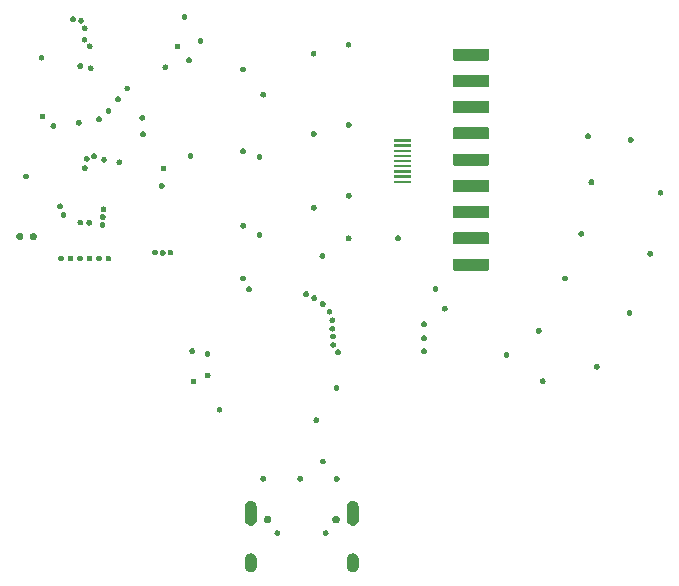
<source format=gbs>
%TF.GenerationSoftware,KiCad,Pcbnew,8.0.9-8.0.9-0~ubuntu20.04.1*%
%TF.CreationDate,2025-05-20T18:40:30+02:00*%
%TF.ProjectId,tobo,746f626f-2e6b-4696-9361-645f70636258,rev?*%
%TF.SameCoordinates,Original*%
%TF.FileFunction,Soldermask,Bot*%
%TF.FilePolarity,Negative*%
%FSLAX46Y46*%
G04 Gerber Fmt 4.6, Leading zero omitted, Abs format (unit mm)*
G04 Created by KiCad (PCBNEW 8.0.9-8.0.9-0~ubuntu20.04.1) date 2025-05-20 18:40:30*
%MOMM*%
%LPD*%
G01*
G04 APERTURE LIST*
G04 APERTURE END LIST*
G36*
X135851342Y-123288060D02*
G01*
X135964381Y-123353323D01*
X136056677Y-123445619D01*
X136121940Y-123558658D01*
X136155722Y-123684737D01*
X136160000Y-123750000D01*
X136160000Y-124350000D01*
X136155722Y-124415263D01*
X136121940Y-124541342D01*
X136056677Y-124654381D01*
X135964381Y-124746677D01*
X135851342Y-124811940D01*
X135725263Y-124845722D01*
X135594737Y-124845722D01*
X135468658Y-124811940D01*
X135355619Y-124746677D01*
X135263323Y-124654381D01*
X135198060Y-124541342D01*
X135164278Y-124415263D01*
X135160000Y-124350000D01*
X135160000Y-123750000D01*
X135164278Y-123684737D01*
X135198060Y-123558658D01*
X135263323Y-123445619D01*
X135355619Y-123353323D01*
X135468658Y-123288060D01*
X135594737Y-123254278D01*
X135725263Y-123254278D01*
X135851342Y-123288060D01*
G37*
G36*
X144491342Y-123288060D02*
G01*
X144604381Y-123353323D01*
X144696677Y-123445619D01*
X144761940Y-123558658D01*
X144795722Y-123684737D01*
X144800000Y-123750000D01*
X144800000Y-124350000D01*
X144795722Y-124415263D01*
X144761940Y-124541342D01*
X144696677Y-124654381D01*
X144604381Y-124746677D01*
X144491342Y-124811940D01*
X144365263Y-124845722D01*
X144234737Y-124845722D01*
X144108658Y-124811940D01*
X143995619Y-124746677D01*
X143903323Y-124654381D01*
X143838060Y-124541342D01*
X143804278Y-124415263D01*
X143800000Y-124350000D01*
X143800000Y-123750000D01*
X143804278Y-123684737D01*
X143838060Y-123558658D01*
X143903323Y-123445619D01*
X143995619Y-123353323D01*
X144108658Y-123288060D01*
X144234737Y-123254278D01*
X144365263Y-123254278D01*
X144491342Y-123288060D01*
G37*
G36*
X137922975Y-121304570D02*
G01*
X137943275Y-121304570D01*
X137967740Y-121313474D01*
X137995671Y-121319030D01*
X138010823Y-121329154D01*
X138024610Y-121334172D01*
X138049145Y-121354760D01*
X138076777Y-121373223D01*
X138083961Y-121383974D01*
X138090909Y-121389805D01*
X138110313Y-121423413D01*
X138130970Y-121454329D01*
X138132445Y-121461748D01*
X138134187Y-121464764D01*
X138143096Y-121515292D01*
X138150000Y-121550000D01*
X138143095Y-121584710D01*
X138134187Y-121635235D01*
X138132446Y-121638250D01*
X138130970Y-121645671D01*
X138110308Y-121676592D01*
X138090909Y-121710194D01*
X138083962Y-121716022D01*
X138076777Y-121726777D01*
X138049139Y-121745243D01*
X138024610Y-121765827D01*
X138010825Y-121770843D01*
X137995671Y-121780970D01*
X137967739Y-121786525D01*
X137943275Y-121795430D01*
X137922975Y-121795430D01*
X137900000Y-121800000D01*
X137877025Y-121795430D01*
X137856725Y-121795430D01*
X137832260Y-121786525D01*
X137804329Y-121780970D01*
X137789175Y-121770844D01*
X137775389Y-121765827D01*
X137750855Y-121745240D01*
X137723223Y-121726777D01*
X137716038Y-121716024D01*
X137709090Y-121710194D01*
X137689683Y-121676581D01*
X137669030Y-121645671D01*
X137667554Y-121638253D01*
X137665812Y-121635235D01*
X137656895Y-121584666D01*
X137650000Y-121550000D01*
X137656894Y-121515336D01*
X137665812Y-121464764D01*
X137667554Y-121461745D01*
X137669030Y-121454329D01*
X137689677Y-121423427D01*
X137709089Y-121389806D01*
X137716039Y-121383973D01*
X137723223Y-121373223D01*
X137750852Y-121354761D01*
X137775390Y-121334172D01*
X137789176Y-121329154D01*
X137804329Y-121319030D01*
X137832259Y-121313474D01*
X137856725Y-121304570D01*
X137877025Y-121304570D01*
X137900000Y-121300000D01*
X137922975Y-121304570D01*
G37*
G36*
X142022975Y-121304570D02*
G01*
X142043275Y-121304570D01*
X142067740Y-121313474D01*
X142095671Y-121319030D01*
X142110823Y-121329154D01*
X142124610Y-121334172D01*
X142149145Y-121354760D01*
X142176777Y-121373223D01*
X142183961Y-121383974D01*
X142190909Y-121389805D01*
X142210313Y-121423413D01*
X142230970Y-121454329D01*
X142232445Y-121461748D01*
X142234187Y-121464764D01*
X142243096Y-121515292D01*
X142250000Y-121550000D01*
X142243095Y-121584710D01*
X142234187Y-121635235D01*
X142232446Y-121638250D01*
X142230970Y-121645671D01*
X142210308Y-121676592D01*
X142190909Y-121710194D01*
X142183962Y-121716022D01*
X142176777Y-121726777D01*
X142149139Y-121745243D01*
X142124610Y-121765827D01*
X142110825Y-121770843D01*
X142095671Y-121780970D01*
X142067739Y-121786525D01*
X142043275Y-121795430D01*
X142022975Y-121795430D01*
X142000000Y-121800000D01*
X141977025Y-121795430D01*
X141956725Y-121795430D01*
X141932260Y-121786525D01*
X141904329Y-121780970D01*
X141889175Y-121770844D01*
X141875389Y-121765827D01*
X141850855Y-121745240D01*
X141823223Y-121726777D01*
X141816038Y-121716024D01*
X141809090Y-121710194D01*
X141789683Y-121676581D01*
X141769030Y-121645671D01*
X141767554Y-121638253D01*
X141765812Y-121635235D01*
X141756895Y-121584666D01*
X141750000Y-121550000D01*
X141756894Y-121515336D01*
X141765812Y-121464764D01*
X141767554Y-121461745D01*
X141769030Y-121454329D01*
X141789677Y-121423427D01*
X141809089Y-121389806D01*
X141816039Y-121383973D01*
X141823223Y-121373223D01*
X141850852Y-121354761D01*
X141875390Y-121334172D01*
X141889176Y-121329154D01*
X141904329Y-121319030D01*
X141932259Y-121313474D01*
X141956725Y-121304570D01*
X141977025Y-121304570D01*
X142000000Y-121300000D01*
X142022975Y-121304570D01*
G37*
G36*
X135851342Y-118858060D02*
G01*
X135964381Y-118923323D01*
X136056677Y-119015619D01*
X136121940Y-119128658D01*
X136155722Y-119254737D01*
X136160000Y-119320000D01*
X136160000Y-120420000D01*
X136155722Y-120485263D01*
X136121940Y-120611342D01*
X136056677Y-120724381D01*
X135964381Y-120816677D01*
X135851342Y-120881940D01*
X135725263Y-120915722D01*
X135594737Y-120915722D01*
X135468658Y-120881940D01*
X135355619Y-120816677D01*
X135263323Y-120724381D01*
X135198060Y-120611342D01*
X135164278Y-120485263D01*
X135160000Y-120420000D01*
X135160000Y-119320000D01*
X135164278Y-119254737D01*
X135198060Y-119128658D01*
X135263323Y-119015619D01*
X135355619Y-118923323D01*
X135468658Y-118858060D01*
X135594737Y-118824278D01*
X135725263Y-118824278D01*
X135851342Y-118858060D01*
G37*
G36*
X144491342Y-118858060D02*
G01*
X144604381Y-118923323D01*
X144696677Y-119015619D01*
X144761940Y-119128658D01*
X144795722Y-119254737D01*
X144800000Y-119320000D01*
X144800000Y-120420000D01*
X144795722Y-120485263D01*
X144761940Y-120611342D01*
X144696677Y-120724381D01*
X144604381Y-120816677D01*
X144491342Y-120881940D01*
X144365263Y-120915722D01*
X144234737Y-120915722D01*
X144108658Y-120881940D01*
X143995619Y-120816677D01*
X143903323Y-120724381D01*
X143838060Y-120611342D01*
X143804278Y-120485263D01*
X143800000Y-120420000D01*
X143800000Y-119320000D01*
X143804278Y-119254737D01*
X143838060Y-119128658D01*
X143903323Y-119015619D01*
X143995619Y-118923323D01*
X144108658Y-118858060D01*
X144234737Y-118824278D01*
X144365263Y-118824278D01*
X144491342Y-118858060D01*
G37*
G36*
X137117174Y-120079937D02*
G01*
X137146436Y-120079937D01*
X137168978Y-120088141D01*
X137190237Y-120091509D01*
X137220265Y-120106809D01*
X137252500Y-120118542D01*
X137266735Y-120130487D01*
X137280658Y-120137581D01*
X137309175Y-120166098D01*
X137338964Y-120191094D01*
X137345511Y-120202434D01*
X137352418Y-120209341D01*
X137374345Y-120252375D01*
X137395400Y-120288843D01*
X137396708Y-120296266D01*
X137398490Y-120299762D01*
X137408770Y-120364668D01*
X137415000Y-120400000D01*
X137408769Y-120435335D01*
X137398490Y-120500237D01*
X137396709Y-120503731D01*
X137395400Y-120511157D01*
X137374340Y-120547631D01*
X137352418Y-120590658D01*
X137345512Y-120597563D01*
X137338964Y-120608906D01*
X137309168Y-120633907D01*
X137280658Y-120662418D01*
X137266738Y-120669510D01*
X137252500Y-120681458D01*
X137220258Y-120693193D01*
X137190237Y-120708490D01*
X137168983Y-120711856D01*
X137146436Y-120720063D01*
X137117168Y-120720063D01*
X137090000Y-120724366D01*
X137062832Y-120720063D01*
X137033564Y-120720063D01*
X137011017Y-120711856D01*
X136989762Y-120708490D01*
X136959737Y-120693191D01*
X136927500Y-120681458D01*
X136913262Y-120669511D01*
X136899341Y-120662418D01*
X136870824Y-120633901D01*
X136841036Y-120608906D01*
X136834488Y-120597565D01*
X136827581Y-120590658D01*
X136805650Y-120547617D01*
X136784600Y-120511157D01*
X136783291Y-120503734D01*
X136781509Y-120500237D01*
X136771220Y-120435279D01*
X136765000Y-120400000D01*
X136771220Y-120364723D01*
X136781509Y-120299762D01*
X136783291Y-120296263D01*
X136784600Y-120288843D01*
X136805646Y-120252390D01*
X136827581Y-120209341D01*
X136834489Y-120202432D01*
X136841036Y-120191094D01*
X136870818Y-120166103D01*
X136899341Y-120137581D01*
X136913265Y-120130485D01*
X136927500Y-120118542D01*
X136959731Y-120106810D01*
X136989762Y-120091509D01*
X137011022Y-120088141D01*
X137033564Y-120079937D01*
X137062825Y-120079937D01*
X137090000Y-120075633D01*
X137117174Y-120079937D01*
G37*
G36*
X142897174Y-120079937D02*
G01*
X142926436Y-120079937D01*
X142948978Y-120088141D01*
X142970237Y-120091509D01*
X143000265Y-120106809D01*
X143032500Y-120118542D01*
X143046735Y-120130487D01*
X143060658Y-120137581D01*
X143089175Y-120166098D01*
X143118964Y-120191094D01*
X143125511Y-120202434D01*
X143132418Y-120209341D01*
X143154345Y-120252375D01*
X143175400Y-120288843D01*
X143176708Y-120296266D01*
X143178490Y-120299762D01*
X143188770Y-120364668D01*
X143195000Y-120400000D01*
X143188769Y-120435335D01*
X143178490Y-120500237D01*
X143176709Y-120503731D01*
X143175400Y-120511157D01*
X143154340Y-120547631D01*
X143132418Y-120590658D01*
X143125512Y-120597563D01*
X143118964Y-120608906D01*
X143089168Y-120633907D01*
X143060658Y-120662418D01*
X143046738Y-120669510D01*
X143032500Y-120681458D01*
X143000258Y-120693193D01*
X142970237Y-120708490D01*
X142948983Y-120711856D01*
X142926436Y-120720063D01*
X142897168Y-120720063D01*
X142870000Y-120724366D01*
X142842832Y-120720063D01*
X142813564Y-120720063D01*
X142791017Y-120711856D01*
X142769762Y-120708490D01*
X142739737Y-120693191D01*
X142707500Y-120681458D01*
X142693262Y-120669511D01*
X142679341Y-120662418D01*
X142650824Y-120633901D01*
X142621036Y-120608906D01*
X142614488Y-120597565D01*
X142607581Y-120590658D01*
X142585650Y-120547617D01*
X142564600Y-120511157D01*
X142563291Y-120503734D01*
X142561509Y-120500237D01*
X142551220Y-120435279D01*
X142545000Y-120400000D01*
X142551220Y-120364723D01*
X142561509Y-120299762D01*
X142563291Y-120296263D01*
X142564600Y-120288843D01*
X142585646Y-120252390D01*
X142607581Y-120209341D01*
X142614489Y-120202432D01*
X142621036Y-120191094D01*
X142650818Y-120166103D01*
X142679341Y-120137581D01*
X142693265Y-120130485D01*
X142707500Y-120118542D01*
X142739731Y-120106810D01*
X142769762Y-120091509D01*
X142791022Y-120088141D01*
X142813564Y-120079937D01*
X142842825Y-120079937D01*
X142870000Y-120075633D01*
X142897174Y-120079937D01*
G37*
G36*
X136722975Y-116704570D02*
G01*
X136743275Y-116704570D01*
X136767740Y-116713474D01*
X136795671Y-116719030D01*
X136810823Y-116729154D01*
X136824610Y-116734172D01*
X136849145Y-116754760D01*
X136876777Y-116773223D01*
X136883961Y-116783974D01*
X136890909Y-116789805D01*
X136910313Y-116823413D01*
X136930970Y-116854329D01*
X136932445Y-116861748D01*
X136934187Y-116864764D01*
X136943096Y-116915292D01*
X136950000Y-116950000D01*
X136943095Y-116984710D01*
X136934187Y-117035235D01*
X136932446Y-117038250D01*
X136930970Y-117045671D01*
X136910308Y-117076592D01*
X136890909Y-117110194D01*
X136883962Y-117116022D01*
X136876777Y-117126777D01*
X136849139Y-117145243D01*
X136824610Y-117165827D01*
X136810825Y-117170843D01*
X136795671Y-117180970D01*
X136767739Y-117186525D01*
X136743275Y-117195430D01*
X136722975Y-117195430D01*
X136700000Y-117200000D01*
X136677025Y-117195430D01*
X136656725Y-117195430D01*
X136632260Y-117186525D01*
X136604329Y-117180970D01*
X136589175Y-117170844D01*
X136575389Y-117165827D01*
X136550855Y-117145240D01*
X136523223Y-117126777D01*
X136516038Y-117116024D01*
X136509090Y-117110194D01*
X136489683Y-117076581D01*
X136469030Y-117045671D01*
X136467554Y-117038253D01*
X136465812Y-117035235D01*
X136456895Y-116984666D01*
X136450000Y-116950000D01*
X136456894Y-116915336D01*
X136465812Y-116864764D01*
X136467554Y-116861745D01*
X136469030Y-116854329D01*
X136489677Y-116823427D01*
X136509089Y-116789806D01*
X136516039Y-116783973D01*
X136523223Y-116773223D01*
X136550852Y-116754761D01*
X136575390Y-116734172D01*
X136589176Y-116729154D01*
X136604329Y-116719030D01*
X136632259Y-116713474D01*
X136656725Y-116704570D01*
X136677025Y-116704570D01*
X136700000Y-116700000D01*
X136722975Y-116704570D01*
G37*
G36*
X142956975Y-116704570D02*
G01*
X142977275Y-116704570D01*
X143001740Y-116713474D01*
X143029671Y-116719030D01*
X143044823Y-116729154D01*
X143058610Y-116734172D01*
X143083145Y-116754760D01*
X143110777Y-116773223D01*
X143117961Y-116783974D01*
X143124909Y-116789805D01*
X143144313Y-116823413D01*
X143164970Y-116854329D01*
X143166445Y-116861748D01*
X143168187Y-116864764D01*
X143177096Y-116915292D01*
X143184000Y-116950000D01*
X143177095Y-116984710D01*
X143168187Y-117035235D01*
X143166446Y-117038250D01*
X143164970Y-117045671D01*
X143144308Y-117076592D01*
X143124909Y-117110194D01*
X143117962Y-117116022D01*
X143110777Y-117126777D01*
X143083139Y-117145243D01*
X143058610Y-117165827D01*
X143044825Y-117170843D01*
X143029671Y-117180970D01*
X143001739Y-117186525D01*
X142977275Y-117195430D01*
X142956975Y-117195430D01*
X142934000Y-117200000D01*
X142911025Y-117195430D01*
X142890725Y-117195430D01*
X142866260Y-117186525D01*
X142838329Y-117180970D01*
X142823175Y-117170844D01*
X142809389Y-117165827D01*
X142784855Y-117145240D01*
X142757223Y-117126777D01*
X142750038Y-117116024D01*
X142743090Y-117110194D01*
X142723683Y-117076581D01*
X142703030Y-117045671D01*
X142701554Y-117038253D01*
X142699812Y-117035235D01*
X142690895Y-116984666D01*
X142684000Y-116950000D01*
X142690894Y-116915336D01*
X142699812Y-116864764D01*
X142701554Y-116861745D01*
X142703030Y-116854329D01*
X142723677Y-116823427D01*
X142743089Y-116789806D01*
X142750039Y-116783973D01*
X142757223Y-116773223D01*
X142784852Y-116754761D01*
X142809390Y-116734172D01*
X142823176Y-116729154D01*
X142838329Y-116719030D01*
X142866259Y-116713474D01*
X142890725Y-116704570D01*
X142911025Y-116704570D01*
X142934000Y-116700000D01*
X142956975Y-116704570D01*
G37*
G36*
X139862975Y-116694570D02*
G01*
X139883275Y-116694570D01*
X139907740Y-116703474D01*
X139935671Y-116709030D01*
X139950823Y-116719154D01*
X139964610Y-116724172D01*
X139989145Y-116744760D01*
X140016777Y-116763223D01*
X140023961Y-116773974D01*
X140030909Y-116779805D01*
X140050313Y-116813413D01*
X140070970Y-116844329D01*
X140072445Y-116851748D01*
X140074187Y-116854764D01*
X140083096Y-116905292D01*
X140090000Y-116940000D01*
X140083095Y-116974710D01*
X140074187Y-117025235D01*
X140072446Y-117028250D01*
X140070970Y-117035671D01*
X140050308Y-117066592D01*
X140030909Y-117100194D01*
X140023962Y-117106022D01*
X140016777Y-117116777D01*
X139989139Y-117135243D01*
X139964610Y-117155827D01*
X139950825Y-117160843D01*
X139935671Y-117170970D01*
X139907739Y-117176525D01*
X139883275Y-117185430D01*
X139862975Y-117185430D01*
X139840000Y-117190000D01*
X139817025Y-117185430D01*
X139796725Y-117185430D01*
X139772260Y-117176525D01*
X139744329Y-117170970D01*
X139729175Y-117160844D01*
X139715389Y-117155827D01*
X139690855Y-117135240D01*
X139663223Y-117116777D01*
X139656038Y-117106024D01*
X139649090Y-117100194D01*
X139629683Y-117066581D01*
X139609030Y-117035671D01*
X139607554Y-117028253D01*
X139605812Y-117025235D01*
X139596895Y-116974666D01*
X139590000Y-116940000D01*
X139596894Y-116905336D01*
X139605812Y-116854764D01*
X139607554Y-116851745D01*
X139609030Y-116844329D01*
X139629677Y-116813427D01*
X139649089Y-116779806D01*
X139656039Y-116773973D01*
X139663223Y-116763223D01*
X139690852Y-116744761D01*
X139715390Y-116724172D01*
X139729176Y-116719154D01*
X139744329Y-116709030D01*
X139772259Y-116703474D01*
X139796725Y-116694570D01*
X139817025Y-116694570D01*
X139840000Y-116690000D01*
X139862975Y-116694570D01*
G37*
G36*
X141772975Y-115244570D02*
G01*
X141793275Y-115244570D01*
X141817740Y-115253474D01*
X141845671Y-115259030D01*
X141860823Y-115269154D01*
X141874610Y-115274172D01*
X141899145Y-115294760D01*
X141926777Y-115313223D01*
X141933961Y-115323974D01*
X141940909Y-115329805D01*
X141960313Y-115363413D01*
X141980970Y-115394329D01*
X141982445Y-115401748D01*
X141984187Y-115404764D01*
X141993096Y-115455292D01*
X142000000Y-115490000D01*
X141993095Y-115524710D01*
X141984187Y-115575235D01*
X141982446Y-115578250D01*
X141980970Y-115585671D01*
X141960308Y-115616592D01*
X141940909Y-115650194D01*
X141933962Y-115656022D01*
X141926777Y-115666777D01*
X141899139Y-115685243D01*
X141874610Y-115705827D01*
X141860825Y-115710843D01*
X141845671Y-115720970D01*
X141817739Y-115726525D01*
X141793275Y-115735430D01*
X141772975Y-115735430D01*
X141750000Y-115740000D01*
X141727025Y-115735430D01*
X141706725Y-115735430D01*
X141682260Y-115726525D01*
X141654329Y-115720970D01*
X141639175Y-115710844D01*
X141625389Y-115705827D01*
X141600855Y-115685240D01*
X141573223Y-115666777D01*
X141566038Y-115656024D01*
X141559090Y-115650194D01*
X141539683Y-115616581D01*
X141519030Y-115585671D01*
X141517554Y-115578253D01*
X141515812Y-115575235D01*
X141506895Y-115524666D01*
X141500000Y-115490000D01*
X141506894Y-115455336D01*
X141515812Y-115404764D01*
X141517554Y-115401745D01*
X141519030Y-115394329D01*
X141539677Y-115363427D01*
X141559089Y-115329806D01*
X141566039Y-115323973D01*
X141573223Y-115313223D01*
X141600852Y-115294761D01*
X141625390Y-115274172D01*
X141639176Y-115269154D01*
X141654329Y-115259030D01*
X141682259Y-115253474D01*
X141706725Y-115244570D01*
X141727025Y-115244570D01*
X141750000Y-115240000D01*
X141772975Y-115244570D01*
G37*
G36*
X141232975Y-111744570D02*
G01*
X141253275Y-111744570D01*
X141277740Y-111753474D01*
X141305671Y-111759030D01*
X141320823Y-111769154D01*
X141334610Y-111774172D01*
X141359145Y-111794760D01*
X141386777Y-111813223D01*
X141393961Y-111823974D01*
X141400909Y-111829805D01*
X141420313Y-111863413D01*
X141440970Y-111894329D01*
X141442445Y-111901748D01*
X141444187Y-111904764D01*
X141453096Y-111955292D01*
X141460000Y-111990000D01*
X141453095Y-112024710D01*
X141444187Y-112075235D01*
X141442446Y-112078250D01*
X141440970Y-112085671D01*
X141420308Y-112116592D01*
X141400909Y-112150194D01*
X141393962Y-112156022D01*
X141386777Y-112166777D01*
X141359139Y-112185243D01*
X141334610Y-112205827D01*
X141320825Y-112210843D01*
X141305671Y-112220970D01*
X141277739Y-112226525D01*
X141253275Y-112235430D01*
X141232975Y-112235430D01*
X141210000Y-112240000D01*
X141187025Y-112235430D01*
X141166725Y-112235430D01*
X141142260Y-112226525D01*
X141114329Y-112220970D01*
X141099175Y-112210844D01*
X141085389Y-112205827D01*
X141060855Y-112185240D01*
X141033223Y-112166777D01*
X141026038Y-112156024D01*
X141019090Y-112150194D01*
X140999683Y-112116581D01*
X140979030Y-112085671D01*
X140977554Y-112078253D01*
X140975812Y-112075235D01*
X140966895Y-112024666D01*
X140960000Y-111990000D01*
X140966894Y-111955336D01*
X140975812Y-111904764D01*
X140977554Y-111901745D01*
X140979030Y-111894329D01*
X140999677Y-111863427D01*
X141019089Y-111829806D01*
X141026039Y-111823973D01*
X141033223Y-111813223D01*
X141060852Y-111794761D01*
X141085390Y-111774172D01*
X141099176Y-111769154D01*
X141114329Y-111759030D01*
X141142259Y-111753474D01*
X141166725Y-111744570D01*
X141187025Y-111744570D01*
X141210000Y-111740000D01*
X141232975Y-111744570D01*
G37*
G36*
X133022975Y-110854570D02*
G01*
X133043275Y-110854570D01*
X133067740Y-110863474D01*
X133095671Y-110869030D01*
X133110823Y-110879154D01*
X133124610Y-110884172D01*
X133149145Y-110904760D01*
X133176777Y-110923223D01*
X133183961Y-110933974D01*
X133190909Y-110939805D01*
X133210313Y-110973413D01*
X133230970Y-111004329D01*
X133232445Y-111011748D01*
X133234187Y-111014764D01*
X133243096Y-111065292D01*
X133250000Y-111100000D01*
X133243095Y-111134710D01*
X133234187Y-111185235D01*
X133232446Y-111188250D01*
X133230970Y-111195671D01*
X133210308Y-111226592D01*
X133190909Y-111260194D01*
X133183962Y-111266022D01*
X133176777Y-111276777D01*
X133149139Y-111295243D01*
X133124610Y-111315827D01*
X133110825Y-111320843D01*
X133095671Y-111330970D01*
X133067739Y-111336525D01*
X133043275Y-111345430D01*
X133022975Y-111345430D01*
X133000000Y-111350000D01*
X132977025Y-111345430D01*
X132956725Y-111345430D01*
X132932260Y-111336525D01*
X132904329Y-111330970D01*
X132889175Y-111320844D01*
X132875389Y-111315827D01*
X132850855Y-111295240D01*
X132823223Y-111276777D01*
X132816038Y-111266024D01*
X132809090Y-111260194D01*
X132789683Y-111226581D01*
X132769030Y-111195671D01*
X132767554Y-111188253D01*
X132765812Y-111185235D01*
X132756895Y-111134666D01*
X132750000Y-111100000D01*
X132756894Y-111065336D01*
X132765812Y-111014764D01*
X132767554Y-111011745D01*
X132769030Y-111004329D01*
X132789677Y-110973427D01*
X132809089Y-110939806D01*
X132816039Y-110933973D01*
X132823223Y-110923223D01*
X132850852Y-110904761D01*
X132875390Y-110884172D01*
X132889176Y-110879154D01*
X132904329Y-110869030D01*
X132932259Y-110863474D01*
X132956725Y-110854570D01*
X132977025Y-110854570D01*
X133000000Y-110850000D01*
X133022975Y-110854570D01*
G37*
G36*
X142932975Y-109004570D02*
G01*
X142953275Y-109004570D01*
X142977740Y-109013474D01*
X143005671Y-109019030D01*
X143020823Y-109029154D01*
X143034610Y-109034172D01*
X143059145Y-109054760D01*
X143086777Y-109073223D01*
X143093961Y-109083974D01*
X143100909Y-109089805D01*
X143120313Y-109123413D01*
X143140970Y-109154329D01*
X143142445Y-109161748D01*
X143144187Y-109164764D01*
X143153096Y-109215292D01*
X143160000Y-109250000D01*
X143153095Y-109284710D01*
X143144187Y-109335235D01*
X143142446Y-109338250D01*
X143140970Y-109345671D01*
X143120308Y-109376592D01*
X143100909Y-109410194D01*
X143093962Y-109416022D01*
X143086777Y-109426777D01*
X143059139Y-109445243D01*
X143034610Y-109465827D01*
X143020825Y-109470843D01*
X143005671Y-109480970D01*
X142977739Y-109486525D01*
X142953275Y-109495430D01*
X142932975Y-109495430D01*
X142910000Y-109500000D01*
X142887025Y-109495430D01*
X142866725Y-109495430D01*
X142842260Y-109486525D01*
X142814329Y-109480970D01*
X142799175Y-109470844D01*
X142785389Y-109465827D01*
X142760855Y-109445240D01*
X142733223Y-109426777D01*
X142726038Y-109416024D01*
X142719090Y-109410194D01*
X142699683Y-109376581D01*
X142679030Y-109345671D01*
X142677554Y-109338253D01*
X142675812Y-109335235D01*
X142666895Y-109284666D01*
X142660000Y-109250000D01*
X142666894Y-109215336D01*
X142675812Y-109164764D01*
X142677554Y-109161745D01*
X142679030Y-109154329D01*
X142699677Y-109123427D01*
X142719089Y-109089806D01*
X142726039Y-109083973D01*
X142733223Y-109073223D01*
X142760852Y-109054761D01*
X142785390Y-109034172D01*
X142799176Y-109029154D01*
X142814329Y-109019030D01*
X142842259Y-109013474D01*
X142866725Y-109004570D01*
X142887025Y-109004570D01*
X142910000Y-109000000D01*
X142932975Y-109004570D01*
G37*
G36*
X130832975Y-108464570D02*
G01*
X130853275Y-108464570D01*
X130877740Y-108473474D01*
X130905671Y-108479030D01*
X130920823Y-108489154D01*
X130934610Y-108494172D01*
X130959145Y-108514760D01*
X130986777Y-108533223D01*
X130993961Y-108543974D01*
X131000909Y-108549805D01*
X131020313Y-108583413D01*
X131040970Y-108614329D01*
X131042445Y-108621748D01*
X131044187Y-108624764D01*
X131053096Y-108675292D01*
X131060000Y-108710000D01*
X131053095Y-108744710D01*
X131044187Y-108795235D01*
X131042446Y-108798250D01*
X131040970Y-108805671D01*
X131020308Y-108836592D01*
X131000909Y-108870194D01*
X130993962Y-108876022D01*
X130986777Y-108886777D01*
X130959139Y-108905243D01*
X130934610Y-108925827D01*
X130920825Y-108930843D01*
X130905671Y-108940970D01*
X130877739Y-108946525D01*
X130853275Y-108955430D01*
X130832975Y-108955430D01*
X130810000Y-108960000D01*
X130787025Y-108955430D01*
X130766725Y-108955430D01*
X130742260Y-108946525D01*
X130714329Y-108940970D01*
X130699175Y-108930844D01*
X130685389Y-108925827D01*
X130660855Y-108905240D01*
X130633223Y-108886777D01*
X130626038Y-108876024D01*
X130619090Y-108870194D01*
X130599683Y-108836581D01*
X130579030Y-108805671D01*
X130577554Y-108798253D01*
X130575812Y-108795235D01*
X130566895Y-108744666D01*
X130560000Y-108710000D01*
X130566894Y-108675336D01*
X130575812Y-108624764D01*
X130577554Y-108621745D01*
X130579030Y-108614329D01*
X130599677Y-108583427D01*
X130619089Y-108549806D01*
X130626039Y-108543973D01*
X130633223Y-108533223D01*
X130660852Y-108514761D01*
X130685390Y-108494172D01*
X130699176Y-108489154D01*
X130714329Y-108479030D01*
X130742259Y-108473474D01*
X130766725Y-108464570D01*
X130787025Y-108464570D01*
X130810000Y-108460000D01*
X130832975Y-108464570D01*
G37*
G36*
X160392975Y-108444570D02*
G01*
X160413275Y-108444570D01*
X160437740Y-108453474D01*
X160465671Y-108459030D01*
X160480823Y-108469154D01*
X160494610Y-108474172D01*
X160519145Y-108494760D01*
X160546777Y-108513223D01*
X160553961Y-108523974D01*
X160560909Y-108529805D01*
X160580313Y-108563413D01*
X160600970Y-108594329D01*
X160602445Y-108601748D01*
X160604187Y-108604764D01*
X160613096Y-108655292D01*
X160620000Y-108690000D01*
X160613095Y-108724710D01*
X160604187Y-108775235D01*
X160602446Y-108778250D01*
X160600970Y-108785671D01*
X160580308Y-108816592D01*
X160560909Y-108850194D01*
X160553962Y-108856022D01*
X160546777Y-108866777D01*
X160519139Y-108885243D01*
X160494610Y-108905827D01*
X160480825Y-108910843D01*
X160465671Y-108920970D01*
X160437739Y-108926525D01*
X160413275Y-108935430D01*
X160392975Y-108935430D01*
X160370000Y-108940000D01*
X160347025Y-108935430D01*
X160326725Y-108935430D01*
X160302260Y-108926525D01*
X160274329Y-108920970D01*
X160259175Y-108910844D01*
X160245389Y-108905827D01*
X160220855Y-108885240D01*
X160193223Y-108866777D01*
X160186038Y-108856024D01*
X160179090Y-108850194D01*
X160159683Y-108816581D01*
X160139030Y-108785671D01*
X160137554Y-108778253D01*
X160135812Y-108775235D01*
X160126895Y-108724666D01*
X160120000Y-108690000D01*
X160126894Y-108655336D01*
X160135812Y-108604764D01*
X160137554Y-108601745D01*
X160139030Y-108594329D01*
X160159677Y-108563427D01*
X160179089Y-108529806D01*
X160186039Y-108523973D01*
X160193223Y-108513223D01*
X160220852Y-108494761D01*
X160245390Y-108474172D01*
X160259176Y-108469154D01*
X160274329Y-108459030D01*
X160302259Y-108453474D01*
X160326725Y-108444570D01*
X160347025Y-108444570D01*
X160370000Y-108440000D01*
X160392975Y-108444570D01*
G37*
G36*
X132022975Y-107954570D02*
G01*
X132043275Y-107954570D01*
X132067740Y-107963474D01*
X132095671Y-107969030D01*
X132110823Y-107979154D01*
X132124610Y-107984172D01*
X132149145Y-108004760D01*
X132176777Y-108023223D01*
X132183961Y-108033974D01*
X132190909Y-108039805D01*
X132210313Y-108073413D01*
X132230970Y-108104329D01*
X132232445Y-108111748D01*
X132234187Y-108114764D01*
X132243096Y-108165292D01*
X132250000Y-108200000D01*
X132243095Y-108234710D01*
X132234187Y-108285235D01*
X132232446Y-108288250D01*
X132230970Y-108295671D01*
X132210308Y-108326592D01*
X132190909Y-108360194D01*
X132183962Y-108366022D01*
X132176777Y-108376777D01*
X132149139Y-108395243D01*
X132124610Y-108415827D01*
X132110825Y-108420843D01*
X132095671Y-108430970D01*
X132067739Y-108436525D01*
X132043275Y-108445430D01*
X132022975Y-108445430D01*
X132000000Y-108450000D01*
X131977025Y-108445430D01*
X131956725Y-108445430D01*
X131932260Y-108436525D01*
X131904329Y-108430970D01*
X131889175Y-108420844D01*
X131875389Y-108415827D01*
X131850855Y-108395240D01*
X131823223Y-108376777D01*
X131816038Y-108366024D01*
X131809090Y-108360194D01*
X131789683Y-108326581D01*
X131769030Y-108295671D01*
X131767554Y-108288253D01*
X131765812Y-108285235D01*
X131756895Y-108234666D01*
X131750000Y-108200000D01*
X131756894Y-108165336D01*
X131765812Y-108114764D01*
X131767554Y-108111745D01*
X131769030Y-108104329D01*
X131789677Y-108073427D01*
X131809089Y-108039806D01*
X131816039Y-108033973D01*
X131823223Y-108023223D01*
X131850852Y-108004761D01*
X131875390Y-107984172D01*
X131889176Y-107979154D01*
X131904329Y-107969030D01*
X131932259Y-107963474D01*
X131956725Y-107954570D01*
X131977025Y-107954570D01*
X132000000Y-107950000D01*
X132022975Y-107954570D01*
G37*
G36*
X164972975Y-107214570D02*
G01*
X164993275Y-107214570D01*
X165017740Y-107223474D01*
X165045671Y-107229030D01*
X165060823Y-107239154D01*
X165074610Y-107244172D01*
X165099145Y-107264760D01*
X165126777Y-107283223D01*
X165133961Y-107293974D01*
X165140909Y-107299805D01*
X165160313Y-107333413D01*
X165180970Y-107364329D01*
X165182445Y-107371748D01*
X165184187Y-107374764D01*
X165193096Y-107425292D01*
X165200000Y-107460000D01*
X165193095Y-107494710D01*
X165184187Y-107545235D01*
X165182446Y-107548250D01*
X165180970Y-107555671D01*
X165160308Y-107586592D01*
X165140909Y-107620194D01*
X165133962Y-107626022D01*
X165126777Y-107636777D01*
X165099139Y-107655243D01*
X165074610Y-107675827D01*
X165060825Y-107680843D01*
X165045671Y-107690970D01*
X165017739Y-107696525D01*
X164993275Y-107705430D01*
X164972975Y-107705430D01*
X164950000Y-107710000D01*
X164927025Y-107705430D01*
X164906725Y-107705430D01*
X164882260Y-107696525D01*
X164854329Y-107690970D01*
X164839175Y-107680844D01*
X164825389Y-107675827D01*
X164800855Y-107655240D01*
X164773223Y-107636777D01*
X164766038Y-107626024D01*
X164759090Y-107620194D01*
X164739683Y-107586581D01*
X164719030Y-107555671D01*
X164717554Y-107548253D01*
X164715812Y-107545235D01*
X164706895Y-107494666D01*
X164700000Y-107460000D01*
X164706894Y-107425336D01*
X164715812Y-107374764D01*
X164717554Y-107371745D01*
X164719030Y-107364329D01*
X164739677Y-107333427D01*
X164759089Y-107299806D01*
X164766039Y-107293973D01*
X164773223Y-107283223D01*
X164800852Y-107264761D01*
X164825390Y-107244172D01*
X164839176Y-107239154D01*
X164854329Y-107229030D01*
X164882259Y-107223474D01*
X164906725Y-107214570D01*
X164927025Y-107214570D01*
X164950000Y-107210000D01*
X164972975Y-107214570D01*
G37*
G36*
X157322975Y-106214570D02*
G01*
X157343275Y-106214570D01*
X157367740Y-106223474D01*
X157395671Y-106229030D01*
X157410823Y-106239154D01*
X157424610Y-106244172D01*
X157449145Y-106264760D01*
X157476777Y-106283223D01*
X157483961Y-106293974D01*
X157490909Y-106299805D01*
X157510313Y-106333413D01*
X157530970Y-106364329D01*
X157532445Y-106371748D01*
X157534187Y-106374764D01*
X157543096Y-106425292D01*
X157550000Y-106460000D01*
X157543095Y-106494710D01*
X157534187Y-106545235D01*
X157532446Y-106548250D01*
X157530970Y-106555671D01*
X157510308Y-106586592D01*
X157490909Y-106620194D01*
X157483962Y-106626022D01*
X157476777Y-106636777D01*
X157449139Y-106655243D01*
X157424610Y-106675827D01*
X157410825Y-106680843D01*
X157395671Y-106690970D01*
X157367739Y-106696525D01*
X157343275Y-106705430D01*
X157322975Y-106705430D01*
X157300000Y-106710000D01*
X157277025Y-106705430D01*
X157256725Y-106705430D01*
X157232260Y-106696525D01*
X157204329Y-106690970D01*
X157189175Y-106680844D01*
X157175389Y-106675827D01*
X157150855Y-106655240D01*
X157123223Y-106636777D01*
X157116038Y-106626024D01*
X157109090Y-106620194D01*
X157089683Y-106586581D01*
X157069030Y-106555671D01*
X157067554Y-106548253D01*
X157065812Y-106545235D01*
X157056895Y-106494666D01*
X157050000Y-106460000D01*
X157056894Y-106425336D01*
X157065812Y-106374764D01*
X157067554Y-106371745D01*
X157069030Y-106364329D01*
X157089677Y-106333427D01*
X157109089Y-106299806D01*
X157116039Y-106293973D01*
X157123223Y-106283223D01*
X157150852Y-106264761D01*
X157175390Y-106244172D01*
X157189176Y-106239154D01*
X157204329Y-106229030D01*
X157232259Y-106223474D01*
X157256725Y-106214570D01*
X157277025Y-106214570D01*
X157300000Y-106210000D01*
X157322975Y-106214570D01*
G37*
G36*
X132012975Y-106144570D02*
G01*
X132033275Y-106144570D01*
X132057740Y-106153474D01*
X132085671Y-106159030D01*
X132100823Y-106169154D01*
X132114610Y-106174172D01*
X132139145Y-106194760D01*
X132166777Y-106213223D01*
X132173961Y-106223974D01*
X132180909Y-106229805D01*
X132200313Y-106263413D01*
X132220970Y-106294329D01*
X132222445Y-106301748D01*
X132224187Y-106304764D01*
X132233096Y-106355292D01*
X132240000Y-106390000D01*
X132233095Y-106424710D01*
X132224187Y-106475235D01*
X132222446Y-106478250D01*
X132220970Y-106485671D01*
X132200308Y-106516592D01*
X132180909Y-106550194D01*
X132173962Y-106556022D01*
X132166777Y-106566777D01*
X132139139Y-106585243D01*
X132114610Y-106605827D01*
X132100825Y-106610843D01*
X132085671Y-106620970D01*
X132057739Y-106626525D01*
X132033275Y-106635430D01*
X132012975Y-106635430D01*
X131990000Y-106640000D01*
X131967025Y-106635430D01*
X131946725Y-106635430D01*
X131922260Y-106626525D01*
X131894329Y-106620970D01*
X131879175Y-106610844D01*
X131865389Y-106605827D01*
X131840855Y-106585240D01*
X131813223Y-106566777D01*
X131806038Y-106556024D01*
X131799090Y-106550194D01*
X131779683Y-106516581D01*
X131759030Y-106485671D01*
X131757554Y-106478253D01*
X131755812Y-106475235D01*
X131746895Y-106424666D01*
X131740000Y-106390000D01*
X131746894Y-106355336D01*
X131755812Y-106304764D01*
X131757554Y-106301745D01*
X131759030Y-106294329D01*
X131779677Y-106263427D01*
X131799089Y-106229806D01*
X131806039Y-106223973D01*
X131813223Y-106213223D01*
X131840852Y-106194761D01*
X131865390Y-106174172D01*
X131879176Y-106169154D01*
X131894329Y-106159030D01*
X131922259Y-106153474D01*
X131946725Y-106144570D01*
X131967025Y-106144570D01*
X131990000Y-106140000D01*
X132012975Y-106144570D01*
G37*
G36*
X143052975Y-105994570D02*
G01*
X143073275Y-105994570D01*
X143097740Y-106003474D01*
X143125671Y-106009030D01*
X143140823Y-106019154D01*
X143154610Y-106024172D01*
X143179145Y-106044760D01*
X143206777Y-106063223D01*
X143213961Y-106073974D01*
X143220909Y-106079805D01*
X143240313Y-106113413D01*
X143260970Y-106144329D01*
X143262445Y-106151748D01*
X143264187Y-106154764D01*
X143273096Y-106205292D01*
X143280000Y-106240000D01*
X143273095Y-106274710D01*
X143264187Y-106325235D01*
X143262446Y-106328250D01*
X143260970Y-106335671D01*
X143240308Y-106366592D01*
X143220909Y-106400194D01*
X143213962Y-106406022D01*
X143206777Y-106416777D01*
X143179139Y-106435243D01*
X143154610Y-106455827D01*
X143140825Y-106460843D01*
X143125671Y-106470970D01*
X143097739Y-106476525D01*
X143073275Y-106485430D01*
X143052975Y-106485430D01*
X143030000Y-106490000D01*
X143007025Y-106485430D01*
X142986725Y-106485430D01*
X142962260Y-106476525D01*
X142934329Y-106470970D01*
X142919175Y-106460844D01*
X142905389Y-106455827D01*
X142880855Y-106435240D01*
X142853223Y-106416777D01*
X142846038Y-106406024D01*
X142839090Y-106400194D01*
X142819683Y-106366581D01*
X142799030Y-106335671D01*
X142797554Y-106328253D01*
X142795812Y-106325235D01*
X142786895Y-106274666D01*
X142780000Y-106240000D01*
X142786894Y-106205336D01*
X142795812Y-106154764D01*
X142797554Y-106151745D01*
X142799030Y-106144329D01*
X142819677Y-106113427D01*
X142839089Y-106079806D01*
X142846039Y-106073973D01*
X142853223Y-106063223D01*
X142880852Y-106044761D01*
X142905390Y-106024172D01*
X142919176Y-106019154D01*
X142934329Y-106009030D01*
X142962259Y-106003474D01*
X142986725Y-105994570D01*
X143007025Y-105994570D01*
X143030000Y-105990000D01*
X143052975Y-105994570D01*
G37*
G36*
X130722975Y-105894570D02*
G01*
X130743275Y-105894570D01*
X130767740Y-105903474D01*
X130795671Y-105909030D01*
X130810823Y-105919154D01*
X130824610Y-105924172D01*
X130849145Y-105944760D01*
X130876777Y-105963223D01*
X130883961Y-105973974D01*
X130890909Y-105979805D01*
X130910313Y-106013413D01*
X130930970Y-106044329D01*
X130932445Y-106051748D01*
X130934187Y-106054764D01*
X130943096Y-106105292D01*
X130950000Y-106140000D01*
X130943095Y-106174710D01*
X130934187Y-106225235D01*
X130932446Y-106228250D01*
X130930970Y-106235671D01*
X130910308Y-106266592D01*
X130890909Y-106300194D01*
X130883962Y-106306022D01*
X130876777Y-106316777D01*
X130849139Y-106335243D01*
X130824610Y-106355827D01*
X130810825Y-106360843D01*
X130795671Y-106370970D01*
X130767739Y-106376525D01*
X130743275Y-106385430D01*
X130722975Y-106385430D01*
X130700000Y-106390000D01*
X130677025Y-106385430D01*
X130656725Y-106385430D01*
X130632260Y-106376525D01*
X130604329Y-106370970D01*
X130589175Y-106360844D01*
X130575389Y-106355827D01*
X130550855Y-106335240D01*
X130523223Y-106316777D01*
X130516038Y-106306024D01*
X130509090Y-106300194D01*
X130489683Y-106266581D01*
X130469030Y-106235671D01*
X130467554Y-106228253D01*
X130465812Y-106225235D01*
X130456895Y-106174666D01*
X130450000Y-106140000D01*
X130456894Y-106105336D01*
X130465812Y-106054764D01*
X130467554Y-106051745D01*
X130469030Y-106044329D01*
X130489677Y-106013427D01*
X130509089Y-105979806D01*
X130516039Y-105973973D01*
X130523223Y-105963223D01*
X130550852Y-105944761D01*
X130575390Y-105924172D01*
X130589176Y-105919154D01*
X130604329Y-105909030D01*
X130632259Y-105903474D01*
X130656725Y-105894570D01*
X130677025Y-105894570D01*
X130700000Y-105890000D01*
X130722975Y-105894570D01*
G37*
G36*
X150342975Y-105894570D02*
G01*
X150363275Y-105894570D01*
X150387740Y-105903474D01*
X150415671Y-105909030D01*
X150430823Y-105919154D01*
X150444610Y-105924172D01*
X150469145Y-105944760D01*
X150496777Y-105963223D01*
X150503961Y-105973974D01*
X150510909Y-105979805D01*
X150530313Y-106013413D01*
X150550970Y-106044329D01*
X150552445Y-106051748D01*
X150554187Y-106054764D01*
X150563096Y-106105292D01*
X150570000Y-106140000D01*
X150563095Y-106174710D01*
X150554187Y-106225235D01*
X150552446Y-106228250D01*
X150550970Y-106235671D01*
X150530308Y-106266592D01*
X150510909Y-106300194D01*
X150503962Y-106306022D01*
X150496777Y-106316777D01*
X150469139Y-106335243D01*
X150444610Y-106355827D01*
X150430825Y-106360843D01*
X150415671Y-106370970D01*
X150387739Y-106376525D01*
X150363275Y-106385430D01*
X150342975Y-106385430D01*
X150320000Y-106390000D01*
X150297025Y-106385430D01*
X150276725Y-106385430D01*
X150252260Y-106376525D01*
X150224329Y-106370970D01*
X150209175Y-106360844D01*
X150195389Y-106355827D01*
X150170855Y-106335240D01*
X150143223Y-106316777D01*
X150136038Y-106306024D01*
X150129090Y-106300194D01*
X150109683Y-106266581D01*
X150089030Y-106235671D01*
X150087554Y-106228253D01*
X150085812Y-106225235D01*
X150076895Y-106174666D01*
X150070000Y-106140000D01*
X150076894Y-106105336D01*
X150085812Y-106054764D01*
X150087554Y-106051745D01*
X150089030Y-106044329D01*
X150109677Y-106013427D01*
X150129089Y-105979806D01*
X150136039Y-105973973D01*
X150143223Y-105963223D01*
X150170852Y-105944761D01*
X150195390Y-105924172D01*
X150209176Y-105919154D01*
X150224329Y-105909030D01*
X150252259Y-105903474D01*
X150276725Y-105894570D01*
X150297025Y-105894570D01*
X150320000Y-105890000D01*
X150342975Y-105894570D01*
G37*
G36*
X142642975Y-105364570D02*
G01*
X142663275Y-105364570D01*
X142687740Y-105373474D01*
X142715671Y-105379030D01*
X142730823Y-105389154D01*
X142744610Y-105394172D01*
X142769145Y-105414760D01*
X142796777Y-105433223D01*
X142803961Y-105443974D01*
X142810909Y-105449805D01*
X142830313Y-105483413D01*
X142850970Y-105514329D01*
X142852445Y-105521748D01*
X142854187Y-105524764D01*
X142863096Y-105575292D01*
X142870000Y-105610000D01*
X142863095Y-105644710D01*
X142854187Y-105695235D01*
X142852446Y-105698250D01*
X142850970Y-105705671D01*
X142830308Y-105736592D01*
X142810909Y-105770194D01*
X142803962Y-105776022D01*
X142796777Y-105786777D01*
X142769139Y-105805243D01*
X142744610Y-105825827D01*
X142730825Y-105830843D01*
X142715671Y-105840970D01*
X142687739Y-105846525D01*
X142663275Y-105855430D01*
X142642975Y-105855430D01*
X142620000Y-105860000D01*
X142597025Y-105855430D01*
X142576725Y-105855430D01*
X142552260Y-105846525D01*
X142524329Y-105840970D01*
X142509175Y-105830844D01*
X142495389Y-105825827D01*
X142470855Y-105805240D01*
X142443223Y-105786777D01*
X142436038Y-105776024D01*
X142429090Y-105770194D01*
X142409683Y-105736581D01*
X142389030Y-105705671D01*
X142387554Y-105698253D01*
X142385812Y-105695235D01*
X142376895Y-105644666D01*
X142370000Y-105610000D01*
X142376894Y-105575336D01*
X142385812Y-105524764D01*
X142387554Y-105521745D01*
X142389030Y-105514329D01*
X142409677Y-105483427D01*
X142429089Y-105449806D01*
X142436039Y-105443973D01*
X142443223Y-105433223D01*
X142470852Y-105414761D01*
X142495390Y-105394172D01*
X142509176Y-105389154D01*
X142524329Y-105379030D01*
X142552259Y-105373474D01*
X142576725Y-105364570D01*
X142597025Y-105364570D01*
X142620000Y-105360000D01*
X142642975Y-105364570D01*
G37*
G36*
X150352975Y-104804570D02*
G01*
X150373275Y-104804570D01*
X150397740Y-104813474D01*
X150425671Y-104819030D01*
X150440823Y-104829154D01*
X150454610Y-104834172D01*
X150479145Y-104854760D01*
X150506777Y-104873223D01*
X150513961Y-104883974D01*
X150520909Y-104889805D01*
X150540313Y-104923413D01*
X150560970Y-104954329D01*
X150562445Y-104961748D01*
X150564187Y-104964764D01*
X150573096Y-105015292D01*
X150580000Y-105050000D01*
X150573095Y-105084710D01*
X150564187Y-105135235D01*
X150562446Y-105138250D01*
X150560970Y-105145671D01*
X150540308Y-105176592D01*
X150520909Y-105210194D01*
X150513962Y-105216022D01*
X150506777Y-105226777D01*
X150479139Y-105245243D01*
X150454610Y-105265827D01*
X150440825Y-105270843D01*
X150425671Y-105280970D01*
X150397739Y-105286525D01*
X150373275Y-105295430D01*
X150352975Y-105295430D01*
X150330000Y-105300000D01*
X150307025Y-105295430D01*
X150286725Y-105295430D01*
X150262260Y-105286525D01*
X150234329Y-105280970D01*
X150219175Y-105270844D01*
X150205389Y-105265827D01*
X150180855Y-105245240D01*
X150153223Y-105226777D01*
X150146038Y-105216024D01*
X150139090Y-105210194D01*
X150119683Y-105176581D01*
X150099030Y-105145671D01*
X150097554Y-105138253D01*
X150095812Y-105135235D01*
X150086895Y-105084666D01*
X150080000Y-105050000D01*
X150086894Y-105015336D01*
X150095812Y-104964764D01*
X150097554Y-104961745D01*
X150099030Y-104954329D01*
X150119677Y-104923427D01*
X150139089Y-104889806D01*
X150146039Y-104883973D01*
X150153223Y-104873223D01*
X150180852Y-104854761D01*
X150205390Y-104834172D01*
X150219176Y-104829154D01*
X150234329Y-104819030D01*
X150262259Y-104813474D01*
X150286725Y-104804570D01*
X150307025Y-104804570D01*
X150330000Y-104800000D01*
X150352975Y-104804570D01*
G37*
G36*
X142631784Y-104662997D02*
G01*
X142652084Y-104662997D01*
X142676549Y-104671901D01*
X142704480Y-104677457D01*
X142719632Y-104687581D01*
X142733419Y-104692599D01*
X142757954Y-104713187D01*
X142785586Y-104731650D01*
X142792770Y-104742401D01*
X142799718Y-104748232D01*
X142819122Y-104781840D01*
X142839779Y-104812756D01*
X142841254Y-104820175D01*
X142842996Y-104823191D01*
X142851905Y-104873719D01*
X142858809Y-104908427D01*
X142851904Y-104943137D01*
X142842996Y-104993662D01*
X142841255Y-104996677D01*
X142839779Y-105004098D01*
X142819117Y-105035019D01*
X142799718Y-105068621D01*
X142792771Y-105074449D01*
X142785586Y-105085204D01*
X142757948Y-105103670D01*
X142733419Y-105124254D01*
X142719634Y-105129270D01*
X142704480Y-105139397D01*
X142676548Y-105144952D01*
X142652084Y-105153857D01*
X142631784Y-105153857D01*
X142608809Y-105158427D01*
X142585834Y-105153857D01*
X142565534Y-105153857D01*
X142541069Y-105144952D01*
X142513138Y-105139397D01*
X142497984Y-105129271D01*
X142484198Y-105124254D01*
X142459664Y-105103667D01*
X142432032Y-105085204D01*
X142424847Y-105074451D01*
X142417899Y-105068621D01*
X142398492Y-105035008D01*
X142377839Y-105004098D01*
X142376363Y-104996680D01*
X142374621Y-104993662D01*
X142365704Y-104943093D01*
X142358809Y-104908427D01*
X142365703Y-104873763D01*
X142374621Y-104823191D01*
X142376363Y-104820172D01*
X142377839Y-104812756D01*
X142398486Y-104781854D01*
X142417898Y-104748233D01*
X142424848Y-104742400D01*
X142432032Y-104731650D01*
X142459661Y-104713188D01*
X142484199Y-104692599D01*
X142497985Y-104687581D01*
X142513138Y-104677457D01*
X142541068Y-104671901D01*
X142565534Y-104662997D01*
X142585834Y-104662997D01*
X142608809Y-104658427D01*
X142631784Y-104662997D01*
G37*
G36*
X160062975Y-104174570D02*
G01*
X160083275Y-104174570D01*
X160107740Y-104183474D01*
X160135671Y-104189030D01*
X160150823Y-104199154D01*
X160164610Y-104204172D01*
X160189145Y-104224760D01*
X160216777Y-104243223D01*
X160223961Y-104253974D01*
X160230909Y-104259805D01*
X160250313Y-104293413D01*
X160270970Y-104324329D01*
X160272445Y-104331748D01*
X160274187Y-104334764D01*
X160283096Y-104385292D01*
X160290000Y-104420000D01*
X160283095Y-104454710D01*
X160274187Y-104505235D01*
X160272446Y-104508250D01*
X160270970Y-104515671D01*
X160250308Y-104546592D01*
X160230909Y-104580194D01*
X160223962Y-104586022D01*
X160216777Y-104596777D01*
X160189139Y-104615243D01*
X160164610Y-104635827D01*
X160150825Y-104640843D01*
X160135671Y-104650970D01*
X160107739Y-104656525D01*
X160083275Y-104665430D01*
X160062975Y-104665430D01*
X160040000Y-104670000D01*
X160017025Y-104665430D01*
X159996725Y-104665430D01*
X159972260Y-104656525D01*
X159944329Y-104650970D01*
X159929175Y-104640844D01*
X159915389Y-104635827D01*
X159890855Y-104615240D01*
X159863223Y-104596777D01*
X159856038Y-104586024D01*
X159849090Y-104580194D01*
X159829683Y-104546581D01*
X159809030Y-104515671D01*
X159807554Y-104508253D01*
X159805812Y-104505235D01*
X159796895Y-104454666D01*
X159790000Y-104420000D01*
X159796894Y-104385336D01*
X159805812Y-104334764D01*
X159807554Y-104331745D01*
X159809030Y-104324329D01*
X159829677Y-104293427D01*
X159849089Y-104259806D01*
X159856039Y-104253973D01*
X159863223Y-104243223D01*
X159890852Y-104224761D01*
X159915390Y-104204172D01*
X159929176Y-104199154D01*
X159944329Y-104189030D01*
X159972259Y-104183474D01*
X159996725Y-104174570D01*
X160017025Y-104174570D01*
X160040000Y-104170000D01*
X160062975Y-104174570D01*
G37*
G36*
X142583828Y-103998188D02*
G01*
X142604128Y-103998188D01*
X142628593Y-104007092D01*
X142656524Y-104012648D01*
X142671676Y-104022772D01*
X142685463Y-104027790D01*
X142709998Y-104048378D01*
X142737630Y-104066841D01*
X142744814Y-104077592D01*
X142751762Y-104083423D01*
X142771166Y-104117031D01*
X142791823Y-104147947D01*
X142793298Y-104155366D01*
X142795040Y-104158382D01*
X142803949Y-104208910D01*
X142810853Y-104243618D01*
X142803948Y-104278328D01*
X142795040Y-104328853D01*
X142793299Y-104331868D01*
X142791823Y-104339289D01*
X142771161Y-104370210D01*
X142751762Y-104403812D01*
X142744815Y-104409640D01*
X142737630Y-104420395D01*
X142709992Y-104438861D01*
X142685463Y-104459445D01*
X142671678Y-104464461D01*
X142656524Y-104474588D01*
X142628592Y-104480143D01*
X142604128Y-104489048D01*
X142583828Y-104489048D01*
X142560853Y-104493618D01*
X142537878Y-104489048D01*
X142517578Y-104489048D01*
X142493113Y-104480143D01*
X142465182Y-104474588D01*
X142450028Y-104464462D01*
X142436242Y-104459445D01*
X142411708Y-104438858D01*
X142384076Y-104420395D01*
X142376891Y-104409642D01*
X142369943Y-104403812D01*
X142350536Y-104370199D01*
X142329883Y-104339289D01*
X142328407Y-104331871D01*
X142326665Y-104328853D01*
X142317748Y-104278284D01*
X142310853Y-104243618D01*
X142317747Y-104208954D01*
X142326665Y-104158382D01*
X142328407Y-104155363D01*
X142329883Y-104147947D01*
X142350530Y-104117045D01*
X142369942Y-104083424D01*
X142376892Y-104077591D01*
X142384076Y-104066841D01*
X142411705Y-104048379D01*
X142436243Y-104027790D01*
X142450029Y-104022772D01*
X142465182Y-104012648D01*
X142493112Y-104007092D01*
X142517578Y-103998188D01*
X142537878Y-103998188D01*
X142560853Y-103993618D01*
X142583828Y-103998188D01*
G37*
G36*
X150352975Y-103604570D02*
G01*
X150373275Y-103604570D01*
X150397740Y-103613474D01*
X150425671Y-103619030D01*
X150440823Y-103629154D01*
X150454610Y-103634172D01*
X150479145Y-103654760D01*
X150506777Y-103673223D01*
X150513961Y-103683974D01*
X150520909Y-103689805D01*
X150540313Y-103723413D01*
X150560970Y-103754329D01*
X150562445Y-103761748D01*
X150564187Y-103764764D01*
X150573096Y-103815292D01*
X150580000Y-103850000D01*
X150573095Y-103884710D01*
X150564187Y-103935235D01*
X150562446Y-103938250D01*
X150560970Y-103945671D01*
X150540308Y-103976592D01*
X150520909Y-104010194D01*
X150513962Y-104016022D01*
X150506777Y-104026777D01*
X150479139Y-104045243D01*
X150454610Y-104065827D01*
X150440825Y-104070843D01*
X150425671Y-104080970D01*
X150397739Y-104086525D01*
X150373275Y-104095430D01*
X150352975Y-104095430D01*
X150330000Y-104100000D01*
X150307025Y-104095430D01*
X150286725Y-104095430D01*
X150262260Y-104086525D01*
X150234329Y-104080970D01*
X150219175Y-104070844D01*
X150205389Y-104065827D01*
X150180855Y-104045240D01*
X150153223Y-104026777D01*
X150146038Y-104016024D01*
X150139090Y-104010194D01*
X150119683Y-103976581D01*
X150099030Y-103945671D01*
X150097554Y-103938253D01*
X150095812Y-103935235D01*
X150086895Y-103884666D01*
X150080000Y-103850000D01*
X150086894Y-103815336D01*
X150095812Y-103764764D01*
X150097554Y-103761745D01*
X150099030Y-103754329D01*
X150119677Y-103723427D01*
X150139089Y-103689806D01*
X150146039Y-103683973D01*
X150153223Y-103673223D01*
X150180852Y-103654761D01*
X150205390Y-103634172D01*
X150219176Y-103629154D01*
X150234329Y-103619030D01*
X150262259Y-103613474D01*
X150286725Y-103604570D01*
X150307025Y-103604570D01*
X150330000Y-103600000D01*
X150352975Y-103604570D01*
G37*
G36*
X142587184Y-103282067D02*
G01*
X142607484Y-103282067D01*
X142631949Y-103290971D01*
X142659880Y-103296527D01*
X142675032Y-103306651D01*
X142688819Y-103311669D01*
X142713354Y-103332257D01*
X142740986Y-103350720D01*
X142748170Y-103361471D01*
X142755118Y-103367302D01*
X142774522Y-103400910D01*
X142795179Y-103431826D01*
X142796654Y-103439245D01*
X142798396Y-103442261D01*
X142807305Y-103492789D01*
X142814209Y-103527497D01*
X142807304Y-103562207D01*
X142798396Y-103612732D01*
X142796655Y-103615747D01*
X142795179Y-103623168D01*
X142774517Y-103654089D01*
X142755118Y-103687691D01*
X142748171Y-103693519D01*
X142740986Y-103704274D01*
X142713348Y-103722740D01*
X142688819Y-103743324D01*
X142675034Y-103748340D01*
X142659880Y-103758467D01*
X142631948Y-103764022D01*
X142607484Y-103772927D01*
X142587184Y-103772927D01*
X142564209Y-103777497D01*
X142541234Y-103772927D01*
X142520934Y-103772927D01*
X142496469Y-103764022D01*
X142468538Y-103758467D01*
X142453384Y-103748341D01*
X142439598Y-103743324D01*
X142415064Y-103722737D01*
X142387432Y-103704274D01*
X142380247Y-103693521D01*
X142373299Y-103687691D01*
X142353892Y-103654078D01*
X142333239Y-103623168D01*
X142331763Y-103615750D01*
X142330021Y-103612732D01*
X142321104Y-103562163D01*
X142314209Y-103527497D01*
X142321103Y-103492833D01*
X142330021Y-103442261D01*
X142331763Y-103439242D01*
X142333239Y-103431826D01*
X142353886Y-103400924D01*
X142373298Y-103367303D01*
X142380248Y-103361470D01*
X142387432Y-103350720D01*
X142415061Y-103332258D01*
X142439599Y-103311669D01*
X142453385Y-103306651D01*
X142468538Y-103296527D01*
X142496468Y-103290971D01*
X142520934Y-103282067D01*
X142541234Y-103282067D01*
X142564209Y-103277497D01*
X142587184Y-103282067D01*
G37*
G36*
X167741763Y-102654297D02*
G01*
X167762063Y-102654297D01*
X167786528Y-102663201D01*
X167814459Y-102668757D01*
X167829611Y-102678881D01*
X167843398Y-102683899D01*
X167867933Y-102704487D01*
X167895565Y-102722950D01*
X167902749Y-102733701D01*
X167909697Y-102739532D01*
X167929101Y-102773140D01*
X167949758Y-102804056D01*
X167951233Y-102811475D01*
X167952975Y-102814491D01*
X167961884Y-102865019D01*
X167968788Y-102899727D01*
X167961883Y-102934437D01*
X167952975Y-102984962D01*
X167951234Y-102987977D01*
X167949758Y-102995398D01*
X167929096Y-103026319D01*
X167909697Y-103059921D01*
X167902750Y-103065749D01*
X167895565Y-103076504D01*
X167867927Y-103094970D01*
X167843398Y-103115554D01*
X167829613Y-103120570D01*
X167814459Y-103130697D01*
X167786527Y-103136252D01*
X167762063Y-103145157D01*
X167741763Y-103145157D01*
X167718788Y-103149727D01*
X167695813Y-103145157D01*
X167675513Y-103145157D01*
X167651048Y-103136252D01*
X167623117Y-103130697D01*
X167607963Y-103120571D01*
X167594177Y-103115554D01*
X167569643Y-103094967D01*
X167542011Y-103076504D01*
X167534826Y-103065751D01*
X167527878Y-103059921D01*
X167508471Y-103026308D01*
X167487818Y-102995398D01*
X167486342Y-102987980D01*
X167484600Y-102984962D01*
X167475683Y-102934393D01*
X167468788Y-102899727D01*
X167475682Y-102865063D01*
X167484600Y-102814491D01*
X167486342Y-102811472D01*
X167487818Y-102804056D01*
X167508465Y-102773154D01*
X167527877Y-102739533D01*
X167534827Y-102733700D01*
X167542011Y-102722950D01*
X167569640Y-102704488D01*
X167594178Y-102683899D01*
X167607964Y-102678881D01*
X167623117Y-102668757D01*
X167651047Y-102663201D01*
X167675513Y-102654297D01*
X167695813Y-102654297D01*
X167718788Y-102649727D01*
X167741763Y-102654297D01*
G37*
G36*
X142352975Y-102554570D02*
G01*
X142373275Y-102554570D01*
X142397740Y-102563474D01*
X142425671Y-102569030D01*
X142440823Y-102579154D01*
X142454610Y-102584172D01*
X142479145Y-102604760D01*
X142506777Y-102623223D01*
X142513961Y-102633974D01*
X142520909Y-102639805D01*
X142540313Y-102673413D01*
X142560970Y-102704329D01*
X142562445Y-102711748D01*
X142564187Y-102714764D01*
X142573096Y-102765292D01*
X142580000Y-102800000D01*
X142573095Y-102834710D01*
X142564187Y-102885235D01*
X142562446Y-102888250D01*
X142560970Y-102895671D01*
X142540308Y-102926592D01*
X142520909Y-102960194D01*
X142513962Y-102966022D01*
X142506777Y-102976777D01*
X142479139Y-102995243D01*
X142454610Y-103015827D01*
X142440825Y-103020843D01*
X142425671Y-103030970D01*
X142397739Y-103036525D01*
X142373275Y-103045430D01*
X142352975Y-103045430D01*
X142330000Y-103050000D01*
X142307025Y-103045430D01*
X142286725Y-103045430D01*
X142262260Y-103036525D01*
X142234329Y-103030970D01*
X142219175Y-103020844D01*
X142205389Y-103015827D01*
X142180855Y-102995240D01*
X142153223Y-102976777D01*
X142146038Y-102966024D01*
X142139090Y-102960194D01*
X142119683Y-102926581D01*
X142099030Y-102895671D01*
X142097554Y-102888253D01*
X142095812Y-102885235D01*
X142086895Y-102834666D01*
X142080000Y-102800000D01*
X142086894Y-102765336D01*
X142095812Y-102714764D01*
X142097554Y-102711745D01*
X142099030Y-102704329D01*
X142119677Y-102673427D01*
X142139089Y-102639806D01*
X142146039Y-102633973D01*
X142153223Y-102623223D01*
X142180852Y-102604761D01*
X142205390Y-102584172D01*
X142219176Y-102579154D01*
X142234329Y-102569030D01*
X142262259Y-102563474D01*
X142286725Y-102554570D01*
X142307025Y-102554570D01*
X142330000Y-102550000D01*
X142352975Y-102554570D01*
G37*
G36*
X152092975Y-102294570D02*
G01*
X152113275Y-102294570D01*
X152137740Y-102303474D01*
X152165671Y-102309030D01*
X152180823Y-102319154D01*
X152194610Y-102324172D01*
X152219145Y-102344760D01*
X152246777Y-102363223D01*
X152253961Y-102373974D01*
X152260909Y-102379805D01*
X152280313Y-102413413D01*
X152300970Y-102444329D01*
X152302445Y-102451748D01*
X152304187Y-102454764D01*
X152313096Y-102505292D01*
X152320000Y-102540000D01*
X152313095Y-102574710D01*
X152304187Y-102625235D01*
X152302446Y-102628250D01*
X152300970Y-102635671D01*
X152280308Y-102666592D01*
X152260909Y-102700194D01*
X152253962Y-102706022D01*
X152246777Y-102716777D01*
X152219139Y-102735243D01*
X152194610Y-102755827D01*
X152180825Y-102760843D01*
X152165671Y-102770970D01*
X152137739Y-102776525D01*
X152113275Y-102785430D01*
X152092975Y-102785430D01*
X152070000Y-102790000D01*
X152047025Y-102785430D01*
X152026725Y-102785430D01*
X152002260Y-102776525D01*
X151974329Y-102770970D01*
X151959175Y-102760844D01*
X151945389Y-102755827D01*
X151920855Y-102735240D01*
X151893223Y-102716777D01*
X151886038Y-102706024D01*
X151879090Y-102700194D01*
X151859683Y-102666581D01*
X151839030Y-102635671D01*
X151837554Y-102628253D01*
X151835812Y-102625235D01*
X151826895Y-102574666D01*
X151820000Y-102540000D01*
X151826894Y-102505336D01*
X151835812Y-102454764D01*
X151837554Y-102451745D01*
X151839030Y-102444329D01*
X151859677Y-102413427D01*
X151879089Y-102379806D01*
X151886039Y-102373973D01*
X151893223Y-102363223D01*
X151920852Y-102344761D01*
X151945390Y-102324172D01*
X151959176Y-102319154D01*
X151974329Y-102309030D01*
X152002259Y-102303474D01*
X152026725Y-102294570D01*
X152047025Y-102294570D01*
X152070000Y-102290000D01*
X152092975Y-102294570D01*
G37*
G36*
X141772975Y-101914570D02*
G01*
X141793275Y-101914570D01*
X141817740Y-101923474D01*
X141845671Y-101929030D01*
X141860823Y-101939154D01*
X141874610Y-101944172D01*
X141899145Y-101964760D01*
X141926777Y-101983223D01*
X141933961Y-101993974D01*
X141940909Y-101999805D01*
X141960313Y-102033413D01*
X141980970Y-102064329D01*
X141982445Y-102071748D01*
X141984187Y-102074764D01*
X141993096Y-102125292D01*
X142000000Y-102160000D01*
X141993095Y-102194710D01*
X141984187Y-102245235D01*
X141982446Y-102248250D01*
X141980970Y-102255671D01*
X141960308Y-102286592D01*
X141940909Y-102320194D01*
X141933962Y-102326022D01*
X141926777Y-102336777D01*
X141899139Y-102355243D01*
X141874610Y-102375827D01*
X141860825Y-102380843D01*
X141845671Y-102390970D01*
X141817739Y-102396525D01*
X141793275Y-102405430D01*
X141772975Y-102405430D01*
X141750000Y-102410000D01*
X141727025Y-102405430D01*
X141706725Y-102405430D01*
X141682260Y-102396525D01*
X141654329Y-102390970D01*
X141639175Y-102380844D01*
X141625389Y-102375827D01*
X141600855Y-102355240D01*
X141573223Y-102336777D01*
X141566038Y-102326024D01*
X141559090Y-102320194D01*
X141539683Y-102286581D01*
X141519030Y-102255671D01*
X141517554Y-102248253D01*
X141515812Y-102245235D01*
X141506895Y-102194666D01*
X141500000Y-102160000D01*
X141506894Y-102125336D01*
X141515812Y-102074764D01*
X141517554Y-102071745D01*
X141519030Y-102064329D01*
X141539677Y-102033427D01*
X141559089Y-101999806D01*
X141566039Y-101993973D01*
X141573223Y-101983223D01*
X141600852Y-101964761D01*
X141625390Y-101944172D01*
X141639176Y-101939154D01*
X141654329Y-101929030D01*
X141682259Y-101923474D01*
X141706725Y-101914570D01*
X141727025Y-101914570D01*
X141750000Y-101910000D01*
X141772975Y-101914570D01*
G37*
G36*
X141052975Y-101404570D02*
G01*
X141073275Y-101404570D01*
X141097740Y-101413474D01*
X141125671Y-101419030D01*
X141140823Y-101429154D01*
X141154610Y-101434172D01*
X141179145Y-101454760D01*
X141206777Y-101473223D01*
X141213961Y-101483974D01*
X141220909Y-101489805D01*
X141240313Y-101523413D01*
X141260970Y-101554329D01*
X141262445Y-101561748D01*
X141264187Y-101564764D01*
X141273096Y-101615292D01*
X141280000Y-101650000D01*
X141273095Y-101684710D01*
X141264187Y-101735235D01*
X141262446Y-101738250D01*
X141260970Y-101745671D01*
X141240308Y-101776592D01*
X141220909Y-101810194D01*
X141213962Y-101816022D01*
X141206777Y-101826777D01*
X141179139Y-101845243D01*
X141154610Y-101865827D01*
X141140825Y-101870843D01*
X141125671Y-101880970D01*
X141097739Y-101886525D01*
X141073275Y-101895430D01*
X141052975Y-101895430D01*
X141030000Y-101900000D01*
X141007025Y-101895430D01*
X140986725Y-101895430D01*
X140962260Y-101886525D01*
X140934329Y-101880970D01*
X140919175Y-101870844D01*
X140905389Y-101865827D01*
X140880855Y-101845240D01*
X140853223Y-101826777D01*
X140846038Y-101816024D01*
X140839090Y-101810194D01*
X140819683Y-101776581D01*
X140799030Y-101745671D01*
X140797554Y-101738253D01*
X140795812Y-101735235D01*
X140786895Y-101684666D01*
X140780000Y-101650000D01*
X140786894Y-101615336D01*
X140795812Y-101564764D01*
X140797554Y-101561745D01*
X140799030Y-101554329D01*
X140819677Y-101523427D01*
X140839089Y-101489806D01*
X140846039Y-101483973D01*
X140853223Y-101473223D01*
X140880852Y-101454761D01*
X140905390Y-101434172D01*
X140919176Y-101429154D01*
X140934329Y-101419030D01*
X140962259Y-101413474D01*
X140986725Y-101404570D01*
X141007025Y-101404570D01*
X141030000Y-101400000D01*
X141052975Y-101404570D01*
G37*
G36*
X140372975Y-101064570D02*
G01*
X140393275Y-101064570D01*
X140417740Y-101073474D01*
X140445671Y-101079030D01*
X140460823Y-101089154D01*
X140474610Y-101094172D01*
X140499145Y-101114760D01*
X140526777Y-101133223D01*
X140533961Y-101143974D01*
X140540909Y-101149805D01*
X140560313Y-101183413D01*
X140580970Y-101214329D01*
X140582445Y-101221748D01*
X140584187Y-101224764D01*
X140593096Y-101275292D01*
X140600000Y-101310000D01*
X140593095Y-101344710D01*
X140584187Y-101395235D01*
X140582446Y-101398250D01*
X140580970Y-101405671D01*
X140560308Y-101436592D01*
X140540909Y-101470194D01*
X140533962Y-101476022D01*
X140526777Y-101486777D01*
X140499139Y-101505243D01*
X140474610Y-101525827D01*
X140460825Y-101530843D01*
X140445671Y-101540970D01*
X140417739Y-101546525D01*
X140393275Y-101555430D01*
X140372975Y-101555430D01*
X140350000Y-101560000D01*
X140327025Y-101555430D01*
X140306725Y-101555430D01*
X140282260Y-101546525D01*
X140254329Y-101540970D01*
X140239175Y-101530844D01*
X140225389Y-101525827D01*
X140200855Y-101505240D01*
X140173223Y-101486777D01*
X140166038Y-101476024D01*
X140159090Y-101470194D01*
X140139683Y-101436581D01*
X140119030Y-101405671D01*
X140117554Y-101398253D01*
X140115812Y-101395235D01*
X140106895Y-101344666D01*
X140100000Y-101310000D01*
X140106894Y-101275336D01*
X140115812Y-101224764D01*
X140117554Y-101221745D01*
X140119030Y-101214329D01*
X140139677Y-101183427D01*
X140159089Y-101149806D01*
X140166039Y-101143973D01*
X140173223Y-101133223D01*
X140200852Y-101114761D01*
X140225390Y-101094172D01*
X140239176Y-101089154D01*
X140254329Y-101079030D01*
X140282259Y-101073474D01*
X140306725Y-101064570D01*
X140327025Y-101064570D01*
X140350000Y-101060000D01*
X140372975Y-101064570D01*
G37*
G36*
X135522975Y-100654570D02*
G01*
X135543275Y-100654570D01*
X135567740Y-100663474D01*
X135595671Y-100669030D01*
X135610823Y-100679154D01*
X135624610Y-100684172D01*
X135649145Y-100704760D01*
X135676777Y-100723223D01*
X135683961Y-100733974D01*
X135690909Y-100739805D01*
X135710313Y-100773413D01*
X135730970Y-100804329D01*
X135732445Y-100811748D01*
X135734187Y-100814764D01*
X135743096Y-100865292D01*
X135750000Y-100900000D01*
X135743095Y-100934710D01*
X135734187Y-100985235D01*
X135732446Y-100988250D01*
X135730970Y-100995671D01*
X135710308Y-101026592D01*
X135690909Y-101060194D01*
X135683962Y-101066022D01*
X135676777Y-101076777D01*
X135649139Y-101095243D01*
X135624610Y-101115827D01*
X135610825Y-101120843D01*
X135595671Y-101130970D01*
X135567739Y-101136525D01*
X135543275Y-101145430D01*
X135522975Y-101145430D01*
X135500000Y-101150000D01*
X135477025Y-101145430D01*
X135456725Y-101145430D01*
X135432260Y-101136525D01*
X135404329Y-101130970D01*
X135389175Y-101120844D01*
X135375389Y-101115827D01*
X135350855Y-101095240D01*
X135323223Y-101076777D01*
X135316038Y-101066024D01*
X135309090Y-101060194D01*
X135289683Y-101026581D01*
X135269030Y-100995671D01*
X135267554Y-100988253D01*
X135265812Y-100985235D01*
X135256895Y-100934666D01*
X135250000Y-100900000D01*
X135256894Y-100865336D01*
X135265812Y-100814764D01*
X135267554Y-100811745D01*
X135269030Y-100804329D01*
X135289677Y-100773427D01*
X135309089Y-100739806D01*
X135316039Y-100733973D01*
X135323223Y-100723223D01*
X135350852Y-100704761D01*
X135375390Y-100684172D01*
X135389176Y-100679154D01*
X135404329Y-100669030D01*
X135432259Y-100663474D01*
X135456725Y-100654570D01*
X135477025Y-100654570D01*
X135500000Y-100650000D01*
X135522975Y-100654570D01*
G37*
G36*
X151322975Y-100624570D02*
G01*
X151343275Y-100624570D01*
X151367740Y-100633474D01*
X151395671Y-100639030D01*
X151410823Y-100649154D01*
X151424610Y-100654172D01*
X151449145Y-100674760D01*
X151476777Y-100693223D01*
X151483961Y-100703974D01*
X151490909Y-100709805D01*
X151510313Y-100743413D01*
X151530970Y-100774329D01*
X151532445Y-100781748D01*
X151534187Y-100784764D01*
X151543096Y-100835292D01*
X151550000Y-100870000D01*
X151543095Y-100904710D01*
X151534187Y-100955235D01*
X151532446Y-100958250D01*
X151530970Y-100965671D01*
X151510308Y-100996592D01*
X151490909Y-101030194D01*
X151483962Y-101036022D01*
X151476777Y-101046777D01*
X151449139Y-101065243D01*
X151424610Y-101085827D01*
X151410825Y-101090843D01*
X151395671Y-101100970D01*
X151367739Y-101106525D01*
X151343275Y-101115430D01*
X151322975Y-101115430D01*
X151300000Y-101120000D01*
X151277025Y-101115430D01*
X151256725Y-101115430D01*
X151232260Y-101106525D01*
X151204329Y-101100970D01*
X151189175Y-101090844D01*
X151175389Y-101085827D01*
X151150855Y-101065240D01*
X151123223Y-101046777D01*
X151116038Y-101036024D01*
X151109090Y-101030194D01*
X151089683Y-100996581D01*
X151069030Y-100965671D01*
X151067554Y-100958253D01*
X151065812Y-100955235D01*
X151056895Y-100904666D01*
X151050000Y-100870000D01*
X151056894Y-100835336D01*
X151065812Y-100784764D01*
X151067554Y-100781745D01*
X151069030Y-100774329D01*
X151089677Y-100743427D01*
X151109089Y-100709806D01*
X151116039Y-100703973D01*
X151123223Y-100693223D01*
X151150852Y-100674761D01*
X151175390Y-100654172D01*
X151189176Y-100649154D01*
X151204329Y-100639030D01*
X151232259Y-100633474D01*
X151256725Y-100624570D01*
X151277025Y-100624570D01*
X151300000Y-100620000D01*
X151322975Y-100624570D01*
G37*
G36*
X135022975Y-99754570D02*
G01*
X135043275Y-99754570D01*
X135067740Y-99763474D01*
X135095671Y-99769030D01*
X135110823Y-99779154D01*
X135124610Y-99784172D01*
X135149145Y-99804760D01*
X135176777Y-99823223D01*
X135183961Y-99833974D01*
X135190909Y-99839805D01*
X135210313Y-99873413D01*
X135230970Y-99904329D01*
X135232445Y-99911748D01*
X135234187Y-99914764D01*
X135243096Y-99965292D01*
X135250000Y-100000000D01*
X135243095Y-100034710D01*
X135234187Y-100085235D01*
X135232446Y-100088250D01*
X135230970Y-100095671D01*
X135210308Y-100126592D01*
X135190909Y-100160194D01*
X135183962Y-100166022D01*
X135176777Y-100176777D01*
X135149139Y-100195243D01*
X135124610Y-100215827D01*
X135110825Y-100220843D01*
X135095671Y-100230970D01*
X135067739Y-100236525D01*
X135043275Y-100245430D01*
X135022975Y-100245430D01*
X135000000Y-100250000D01*
X134977025Y-100245430D01*
X134956725Y-100245430D01*
X134932260Y-100236525D01*
X134904329Y-100230970D01*
X134889175Y-100220844D01*
X134875389Y-100215827D01*
X134850855Y-100195240D01*
X134823223Y-100176777D01*
X134816038Y-100166024D01*
X134809090Y-100160194D01*
X134789683Y-100126581D01*
X134769030Y-100095671D01*
X134767554Y-100088253D01*
X134765812Y-100085235D01*
X134756895Y-100034666D01*
X134750000Y-100000000D01*
X134756894Y-99965336D01*
X134765812Y-99914764D01*
X134767554Y-99911745D01*
X134769030Y-99904329D01*
X134789677Y-99873427D01*
X134809089Y-99839806D01*
X134816039Y-99833973D01*
X134823223Y-99823223D01*
X134850852Y-99804761D01*
X134875390Y-99784172D01*
X134889176Y-99779154D01*
X134904329Y-99769030D01*
X134932259Y-99763474D01*
X134956725Y-99754570D01*
X134977025Y-99754570D01*
X135000000Y-99750000D01*
X135022975Y-99754570D01*
G37*
G36*
X162282975Y-99744570D02*
G01*
X162303275Y-99744570D01*
X162327740Y-99753474D01*
X162355671Y-99759030D01*
X162370823Y-99769154D01*
X162384610Y-99774172D01*
X162409145Y-99794760D01*
X162436777Y-99813223D01*
X162443961Y-99823974D01*
X162450909Y-99829805D01*
X162470313Y-99863413D01*
X162490970Y-99894329D01*
X162492445Y-99901748D01*
X162494187Y-99904764D01*
X162503096Y-99955292D01*
X162510000Y-99990000D01*
X162503095Y-100024710D01*
X162494187Y-100075235D01*
X162492446Y-100078250D01*
X162490970Y-100085671D01*
X162470308Y-100116592D01*
X162450909Y-100150194D01*
X162443962Y-100156022D01*
X162436777Y-100166777D01*
X162409139Y-100185243D01*
X162384610Y-100205827D01*
X162370825Y-100210843D01*
X162355671Y-100220970D01*
X162327739Y-100226525D01*
X162303275Y-100235430D01*
X162282975Y-100235430D01*
X162260000Y-100240000D01*
X162237025Y-100235430D01*
X162216725Y-100235430D01*
X162192260Y-100226525D01*
X162164329Y-100220970D01*
X162149175Y-100210844D01*
X162135389Y-100205827D01*
X162110855Y-100185240D01*
X162083223Y-100166777D01*
X162076038Y-100156024D01*
X162069090Y-100150194D01*
X162049683Y-100116581D01*
X162029030Y-100085671D01*
X162027554Y-100078253D01*
X162025812Y-100075235D01*
X162016895Y-100024666D01*
X162010000Y-99990000D01*
X162016894Y-99955336D01*
X162025812Y-99904764D01*
X162027554Y-99901745D01*
X162029030Y-99894329D01*
X162049677Y-99863427D01*
X162069089Y-99829806D01*
X162076039Y-99823973D01*
X162083223Y-99813223D01*
X162110852Y-99794761D01*
X162135390Y-99774172D01*
X162149176Y-99769154D01*
X162164329Y-99759030D01*
X162192259Y-99753474D01*
X162216725Y-99744570D01*
X162237025Y-99744570D01*
X162260000Y-99740000D01*
X162282975Y-99744570D01*
G37*
G36*
X155769134Y-98319806D02*
G01*
X155785355Y-98330645D01*
X155796194Y-98346866D01*
X155800000Y-98366000D01*
X155800000Y-99266000D01*
X155796194Y-99285134D01*
X155785355Y-99301355D01*
X155769134Y-99312194D01*
X155750000Y-99316000D01*
X152850000Y-99316000D01*
X152830866Y-99312194D01*
X152814645Y-99301355D01*
X152803806Y-99285134D01*
X152800000Y-99266000D01*
X152800000Y-98366000D01*
X152803806Y-98346866D01*
X152814645Y-98330645D01*
X152830866Y-98319806D01*
X152850000Y-98316000D01*
X155750000Y-98316000D01*
X155769134Y-98319806D01*
G37*
G36*
X119622975Y-98054570D02*
G01*
X119643275Y-98054570D01*
X119667740Y-98063474D01*
X119695671Y-98069030D01*
X119710823Y-98079154D01*
X119724610Y-98084172D01*
X119749145Y-98104760D01*
X119776777Y-98123223D01*
X119783961Y-98133974D01*
X119790909Y-98139805D01*
X119810313Y-98173413D01*
X119830970Y-98204329D01*
X119832445Y-98211748D01*
X119834187Y-98214764D01*
X119843096Y-98265292D01*
X119850000Y-98300000D01*
X119843095Y-98334710D01*
X119834187Y-98385235D01*
X119832446Y-98388250D01*
X119830970Y-98395671D01*
X119810308Y-98426592D01*
X119790909Y-98460194D01*
X119783962Y-98466022D01*
X119776777Y-98476777D01*
X119749139Y-98495243D01*
X119724610Y-98515827D01*
X119710825Y-98520843D01*
X119695671Y-98530970D01*
X119667739Y-98536525D01*
X119643275Y-98545430D01*
X119622975Y-98545430D01*
X119600000Y-98550000D01*
X119577025Y-98545430D01*
X119556725Y-98545430D01*
X119532260Y-98536525D01*
X119504329Y-98530970D01*
X119489175Y-98520844D01*
X119475389Y-98515827D01*
X119450855Y-98495240D01*
X119423223Y-98476777D01*
X119416038Y-98466024D01*
X119409090Y-98460194D01*
X119389683Y-98426581D01*
X119369030Y-98395671D01*
X119367554Y-98388253D01*
X119365812Y-98385235D01*
X119356895Y-98334666D01*
X119350000Y-98300000D01*
X119356894Y-98265336D01*
X119365812Y-98214764D01*
X119367554Y-98211745D01*
X119369030Y-98204329D01*
X119389677Y-98173427D01*
X119409089Y-98139806D01*
X119416039Y-98133973D01*
X119423223Y-98123223D01*
X119450852Y-98104761D01*
X119475390Y-98084172D01*
X119489176Y-98079154D01*
X119504329Y-98069030D01*
X119532259Y-98063474D01*
X119556725Y-98054570D01*
X119577025Y-98054570D01*
X119600000Y-98050000D01*
X119622975Y-98054570D01*
G37*
G36*
X120422975Y-98054570D02*
G01*
X120443275Y-98054570D01*
X120467740Y-98063474D01*
X120495671Y-98069030D01*
X120510823Y-98079154D01*
X120524610Y-98084172D01*
X120549145Y-98104760D01*
X120576777Y-98123223D01*
X120583961Y-98133974D01*
X120590909Y-98139805D01*
X120610313Y-98173413D01*
X120630970Y-98204329D01*
X120632445Y-98211748D01*
X120634187Y-98214764D01*
X120643096Y-98265292D01*
X120650000Y-98300000D01*
X120643095Y-98334710D01*
X120634187Y-98385235D01*
X120632446Y-98388250D01*
X120630970Y-98395671D01*
X120610308Y-98426592D01*
X120590909Y-98460194D01*
X120583962Y-98466022D01*
X120576777Y-98476777D01*
X120549139Y-98495243D01*
X120524610Y-98515827D01*
X120510825Y-98520843D01*
X120495671Y-98530970D01*
X120467739Y-98536525D01*
X120443275Y-98545430D01*
X120422975Y-98545430D01*
X120400000Y-98550000D01*
X120377025Y-98545430D01*
X120356725Y-98545430D01*
X120332260Y-98536525D01*
X120304329Y-98530970D01*
X120289175Y-98520844D01*
X120275389Y-98515827D01*
X120250855Y-98495240D01*
X120223223Y-98476777D01*
X120216038Y-98466024D01*
X120209090Y-98460194D01*
X120189683Y-98426581D01*
X120169030Y-98395671D01*
X120167554Y-98388253D01*
X120165812Y-98385235D01*
X120156895Y-98334666D01*
X120150000Y-98300000D01*
X120156894Y-98265336D01*
X120165812Y-98214764D01*
X120167554Y-98211745D01*
X120169030Y-98204329D01*
X120189677Y-98173427D01*
X120209089Y-98139806D01*
X120216039Y-98133973D01*
X120223223Y-98123223D01*
X120250852Y-98104761D01*
X120275390Y-98084172D01*
X120289176Y-98079154D01*
X120304329Y-98069030D01*
X120332259Y-98063474D01*
X120356725Y-98054570D01*
X120377025Y-98054570D01*
X120400000Y-98050000D01*
X120422975Y-98054570D01*
G37*
G36*
X121222975Y-98054570D02*
G01*
X121243275Y-98054570D01*
X121267740Y-98063474D01*
X121295671Y-98069030D01*
X121310823Y-98079154D01*
X121324610Y-98084172D01*
X121349145Y-98104760D01*
X121376777Y-98123223D01*
X121383961Y-98133974D01*
X121390909Y-98139805D01*
X121410313Y-98173413D01*
X121430970Y-98204329D01*
X121432445Y-98211748D01*
X121434187Y-98214764D01*
X121443096Y-98265292D01*
X121450000Y-98300000D01*
X121443095Y-98334710D01*
X121434187Y-98385235D01*
X121432446Y-98388250D01*
X121430970Y-98395671D01*
X121410308Y-98426592D01*
X121390909Y-98460194D01*
X121383962Y-98466022D01*
X121376777Y-98476777D01*
X121349139Y-98495243D01*
X121324610Y-98515827D01*
X121310825Y-98520843D01*
X121295671Y-98530970D01*
X121267739Y-98536525D01*
X121243275Y-98545430D01*
X121222975Y-98545430D01*
X121200000Y-98550000D01*
X121177025Y-98545430D01*
X121156725Y-98545430D01*
X121132260Y-98536525D01*
X121104329Y-98530970D01*
X121089175Y-98520844D01*
X121075389Y-98515827D01*
X121050855Y-98495240D01*
X121023223Y-98476777D01*
X121016038Y-98466024D01*
X121009090Y-98460194D01*
X120989683Y-98426581D01*
X120969030Y-98395671D01*
X120967554Y-98388253D01*
X120965812Y-98385235D01*
X120956895Y-98334666D01*
X120950000Y-98300000D01*
X120956894Y-98265336D01*
X120965812Y-98214764D01*
X120967554Y-98211745D01*
X120969030Y-98204329D01*
X120989677Y-98173427D01*
X121009089Y-98139806D01*
X121016039Y-98133973D01*
X121023223Y-98123223D01*
X121050852Y-98104761D01*
X121075390Y-98084172D01*
X121089176Y-98079154D01*
X121104329Y-98069030D01*
X121132259Y-98063474D01*
X121156725Y-98054570D01*
X121177025Y-98054570D01*
X121200000Y-98050000D01*
X121222975Y-98054570D01*
G37*
G36*
X122022975Y-98054570D02*
G01*
X122043275Y-98054570D01*
X122067740Y-98063474D01*
X122095671Y-98069030D01*
X122110823Y-98079154D01*
X122124610Y-98084172D01*
X122149145Y-98104760D01*
X122176777Y-98123223D01*
X122183961Y-98133974D01*
X122190909Y-98139805D01*
X122210313Y-98173413D01*
X122230970Y-98204329D01*
X122232445Y-98211748D01*
X122234187Y-98214764D01*
X122243096Y-98265292D01*
X122250000Y-98300000D01*
X122243095Y-98334710D01*
X122234187Y-98385235D01*
X122232446Y-98388250D01*
X122230970Y-98395671D01*
X122210308Y-98426592D01*
X122190909Y-98460194D01*
X122183962Y-98466022D01*
X122176777Y-98476777D01*
X122149139Y-98495243D01*
X122124610Y-98515827D01*
X122110825Y-98520843D01*
X122095671Y-98530970D01*
X122067739Y-98536525D01*
X122043275Y-98545430D01*
X122022975Y-98545430D01*
X122000000Y-98550000D01*
X121977025Y-98545430D01*
X121956725Y-98545430D01*
X121932260Y-98536525D01*
X121904329Y-98530970D01*
X121889175Y-98520844D01*
X121875389Y-98515827D01*
X121850855Y-98495240D01*
X121823223Y-98476777D01*
X121816038Y-98466024D01*
X121809090Y-98460194D01*
X121789683Y-98426581D01*
X121769030Y-98395671D01*
X121767554Y-98388253D01*
X121765812Y-98385235D01*
X121756895Y-98334666D01*
X121750000Y-98300000D01*
X121756894Y-98265336D01*
X121765812Y-98214764D01*
X121767554Y-98211745D01*
X121769030Y-98204329D01*
X121789677Y-98173427D01*
X121809089Y-98139806D01*
X121816039Y-98133973D01*
X121823223Y-98123223D01*
X121850852Y-98104761D01*
X121875390Y-98084172D01*
X121889176Y-98079154D01*
X121904329Y-98069030D01*
X121932259Y-98063474D01*
X121956725Y-98054570D01*
X121977025Y-98054570D01*
X122000000Y-98050000D01*
X122022975Y-98054570D01*
G37*
G36*
X122822975Y-98054570D02*
G01*
X122843275Y-98054570D01*
X122867740Y-98063474D01*
X122895671Y-98069030D01*
X122910823Y-98079154D01*
X122924610Y-98084172D01*
X122949145Y-98104760D01*
X122976777Y-98123223D01*
X122983961Y-98133974D01*
X122990909Y-98139805D01*
X123010313Y-98173413D01*
X123030970Y-98204329D01*
X123032445Y-98211748D01*
X123034187Y-98214764D01*
X123043096Y-98265292D01*
X123050000Y-98300000D01*
X123043095Y-98334710D01*
X123034187Y-98385235D01*
X123032446Y-98388250D01*
X123030970Y-98395671D01*
X123010308Y-98426592D01*
X122990909Y-98460194D01*
X122983962Y-98466022D01*
X122976777Y-98476777D01*
X122949139Y-98495243D01*
X122924610Y-98515827D01*
X122910825Y-98520843D01*
X122895671Y-98530970D01*
X122867739Y-98536525D01*
X122843275Y-98545430D01*
X122822975Y-98545430D01*
X122800000Y-98550000D01*
X122777025Y-98545430D01*
X122756725Y-98545430D01*
X122732260Y-98536525D01*
X122704329Y-98530970D01*
X122689175Y-98520844D01*
X122675389Y-98515827D01*
X122650855Y-98495240D01*
X122623223Y-98476777D01*
X122616038Y-98466024D01*
X122609090Y-98460194D01*
X122589683Y-98426581D01*
X122569030Y-98395671D01*
X122567554Y-98388253D01*
X122565812Y-98385235D01*
X122556895Y-98334666D01*
X122550000Y-98300000D01*
X122556894Y-98265336D01*
X122565812Y-98214764D01*
X122567554Y-98211745D01*
X122569030Y-98204329D01*
X122589677Y-98173427D01*
X122609089Y-98139806D01*
X122616039Y-98133973D01*
X122623223Y-98123223D01*
X122650852Y-98104761D01*
X122675390Y-98084172D01*
X122689176Y-98079154D01*
X122704329Y-98069030D01*
X122732259Y-98063474D01*
X122756725Y-98054570D01*
X122777025Y-98054570D01*
X122800000Y-98050000D01*
X122822975Y-98054570D01*
G37*
G36*
X123622975Y-98054570D02*
G01*
X123643275Y-98054570D01*
X123667740Y-98063474D01*
X123695671Y-98069030D01*
X123710823Y-98079154D01*
X123724610Y-98084172D01*
X123749145Y-98104760D01*
X123776777Y-98123223D01*
X123783961Y-98133974D01*
X123790909Y-98139805D01*
X123810313Y-98173413D01*
X123830970Y-98204329D01*
X123832445Y-98211748D01*
X123834187Y-98214764D01*
X123843096Y-98265292D01*
X123850000Y-98300000D01*
X123843095Y-98334710D01*
X123834187Y-98385235D01*
X123832446Y-98388250D01*
X123830970Y-98395671D01*
X123810308Y-98426592D01*
X123790909Y-98460194D01*
X123783962Y-98466022D01*
X123776777Y-98476777D01*
X123749139Y-98495243D01*
X123724610Y-98515827D01*
X123710825Y-98520843D01*
X123695671Y-98530970D01*
X123667739Y-98536525D01*
X123643275Y-98545430D01*
X123622975Y-98545430D01*
X123600000Y-98550000D01*
X123577025Y-98545430D01*
X123556725Y-98545430D01*
X123532260Y-98536525D01*
X123504329Y-98530970D01*
X123489175Y-98520844D01*
X123475389Y-98515827D01*
X123450855Y-98495240D01*
X123423223Y-98476777D01*
X123416038Y-98466024D01*
X123409090Y-98460194D01*
X123389683Y-98426581D01*
X123369030Y-98395671D01*
X123367554Y-98388253D01*
X123365812Y-98385235D01*
X123356895Y-98334666D01*
X123350000Y-98300000D01*
X123356894Y-98265336D01*
X123365812Y-98214764D01*
X123367554Y-98211745D01*
X123369030Y-98204329D01*
X123389677Y-98173427D01*
X123409089Y-98139806D01*
X123416039Y-98133973D01*
X123423223Y-98123223D01*
X123450852Y-98104761D01*
X123475390Y-98084172D01*
X123489176Y-98079154D01*
X123504329Y-98069030D01*
X123532259Y-98063474D01*
X123556725Y-98054570D01*
X123577025Y-98054570D01*
X123600000Y-98050000D01*
X123622975Y-98054570D01*
G37*
G36*
X141732975Y-97844570D02*
G01*
X141753275Y-97844570D01*
X141777740Y-97853474D01*
X141805671Y-97859030D01*
X141820823Y-97869154D01*
X141834610Y-97874172D01*
X141859145Y-97894760D01*
X141886777Y-97913223D01*
X141893961Y-97923974D01*
X141900909Y-97929805D01*
X141920313Y-97963413D01*
X141940970Y-97994329D01*
X141942445Y-98001748D01*
X141944187Y-98004764D01*
X141953096Y-98055292D01*
X141960000Y-98090000D01*
X141953095Y-98124710D01*
X141944187Y-98175235D01*
X141942446Y-98178250D01*
X141940970Y-98185671D01*
X141920308Y-98216592D01*
X141900909Y-98250194D01*
X141893962Y-98256022D01*
X141886777Y-98266777D01*
X141859139Y-98285243D01*
X141834610Y-98305827D01*
X141820825Y-98310843D01*
X141805671Y-98320970D01*
X141777739Y-98326525D01*
X141753275Y-98335430D01*
X141732975Y-98335430D01*
X141710000Y-98340000D01*
X141687025Y-98335430D01*
X141666725Y-98335430D01*
X141642260Y-98326525D01*
X141614329Y-98320970D01*
X141599175Y-98310844D01*
X141585389Y-98305827D01*
X141560855Y-98285240D01*
X141533223Y-98266777D01*
X141526038Y-98256024D01*
X141519090Y-98250194D01*
X141499683Y-98216581D01*
X141479030Y-98185671D01*
X141477554Y-98178253D01*
X141475812Y-98175235D01*
X141466895Y-98124666D01*
X141460000Y-98090000D01*
X141466894Y-98055336D01*
X141475812Y-98004764D01*
X141477554Y-98001745D01*
X141479030Y-97994329D01*
X141499677Y-97963427D01*
X141519089Y-97929806D01*
X141526039Y-97923973D01*
X141533223Y-97913223D01*
X141560852Y-97894761D01*
X141585390Y-97874172D01*
X141599176Y-97869154D01*
X141614329Y-97859030D01*
X141642259Y-97853474D01*
X141666725Y-97844570D01*
X141687025Y-97844570D01*
X141710000Y-97840000D01*
X141732975Y-97844570D01*
G37*
G36*
X169492975Y-97654570D02*
G01*
X169513275Y-97654570D01*
X169537740Y-97663474D01*
X169565671Y-97669030D01*
X169580823Y-97679154D01*
X169594610Y-97684172D01*
X169619145Y-97704760D01*
X169646777Y-97723223D01*
X169653961Y-97733974D01*
X169660909Y-97739805D01*
X169680313Y-97773413D01*
X169700970Y-97804329D01*
X169702445Y-97811748D01*
X169704187Y-97814764D01*
X169713096Y-97865292D01*
X169720000Y-97900000D01*
X169713095Y-97934710D01*
X169704187Y-97985235D01*
X169702446Y-97988250D01*
X169700970Y-97995671D01*
X169680308Y-98026592D01*
X169660909Y-98060194D01*
X169653962Y-98066022D01*
X169646777Y-98076777D01*
X169619139Y-98095243D01*
X169594610Y-98115827D01*
X169580825Y-98120843D01*
X169565671Y-98130970D01*
X169537739Y-98136525D01*
X169513275Y-98145430D01*
X169492975Y-98145430D01*
X169470000Y-98150000D01*
X169447025Y-98145430D01*
X169426725Y-98145430D01*
X169402260Y-98136525D01*
X169374329Y-98130970D01*
X169359175Y-98120844D01*
X169345389Y-98115827D01*
X169320855Y-98095240D01*
X169293223Y-98076777D01*
X169286038Y-98066024D01*
X169279090Y-98060194D01*
X169259683Y-98026581D01*
X169239030Y-97995671D01*
X169237554Y-97988253D01*
X169235812Y-97985235D01*
X169226895Y-97934666D01*
X169220000Y-97900000D01*
X169226894Y-97865336D01*
X169235812Y-97814764D01*
X169237554Y-97811745D01*
X169239030Y-97804329D01*
X169259677Y-97773427D01*
X169279089Y-97739806D01*
X169286039Y-97733973D01*
X169293223Y-97723223D01*
X169320852Y-97704761D01*
X169345390Y-97684172D01*
X169359176Y-97679154D01*
X169374329Y-97669030D01*
X169402259Y-97663474D01*
X169426725Y-97654570D01*
X169447025Y-97654570D01*
X169470000Y-97650000D01*
X169492975Y-97654570D01*
G37*
G36*
X128221387Y-97576616D02*
G01*
X128241687Y-97576616D01*
X128266152Y-97585520D01*
X128294083Y-97591076D01*
X128309235Y-97601200D01*
X128323022Y-97606218D01*
X128347557Y-97626806D01*
X128375189Y-97645269D01*
X128382373Y-97656020D01*
X128389321Y-97661851D01*
X128408725Y-97695459D01*
X128429382Y-97726375D01*
X128430857Y-97733794D01*
X128432599Y-97736810D01*
X128441508Y-97787338D01*
X128448412Y-97822046D01*
X128441507Y-97856756D01*
X128432599Y-97907281D01*
X128430858Y-97910296D01*
X128429382Y-97917717D01*
X128408720Y-97948638D01*
X128389321Y-97982240D01*
X128382374Y-97988068D01*
X128375189Y-97998823D01*
X128347551Y-98017289D01*
X128323022Y-98037873D01*
X128309237Y-98042889D01*
X128294083Y-98053016D01*
X128266151Y-98058571D01*
X128241687Y-98067476D01*
X128221387Y-98067476D01*
X128198412Y-98072046D01*
X128175437Y-98067476D01*
X128155137Y-98067476D01*
X128130672Y-98058571D01*
X128102741Y-98053016D01*
X128087587Y-98042890D01*
X128073801Y-98037873D01*
X128049267Y-98017286D01*
X128021635Y-97998823D01*
X128014450Y-97988070D01*
X128007502Y-97982240D01*
X127988095Y-97948627D01*
X127967442Y-97917717D01*
X127965966Y-97910299D01*
X127964224Y-97907281D01*
X127955307Y-97856712D01*
X127948412Y-97822046D01*
X127955306Y-97787382D01*
X127964224Y-97736810D01*
X127965966Y-97733791D01*
X127967442Y-97726375D01*
X127988089Y-97695473D01*
X128007501Y-97661852D01*
X128014451Y-97656019D01*
X128021635Y-97645269D01*
X128049264Y-97626807D01*
X128073802Y-97606218D01*
X128087588Y-97601200D01*
X128102741Y-97591076D01*
X128130671Y-97585520D01*
X128155137Y-97576616D01*
X128175437Y-97576616D01*
X128198412Y-97572046D01*
X128221387Y-97576616D01*
G37*
G36*
X127569361Y-97554447D02*
G01*
X127589661Y-97554447D01*
X127614126Y-97563351D01*
X127642057Y-97568907D01*
X127657209Y-97579031D01*
X127670996Y-97584049D01*
X127695531Y-97604637D01*
X127723163Y-97623100D01*
X127730347Y-97633851D01*
X127737295Y-97639682D01*
X127756699Y-97673290D01*
X127777356Y-97704206D01*
X127778831Y-97711625D01*
X127780573Y-97714641D01*
X127789482Y-97765169D01*
X127796386Y-97799877D01*
X127789481Y-97834587D01*
X127780573Y-97885112D01*
X127778832Y-97888127D01*
X127777356Y-97895548D01*
X127756694Y-97926469D01*
X127737295Y-97960071D01*
X127730348Y-97965899D01*
X127723163Y-97976654D01*
X127695525Y-97995120D01*
X127670996Y-98015704D01*
X127657211Y-98020720D01*
X127642057Y-98030847D01*
X127614125Y-98036402D01*
X127589661Y-98045307D01*
X127569361Y-98045307D01*
X127546386Y-98049877D01*
X127523411Y-98045307D01*
X127503111Y-98045307D01*
X127478646Y-98036402D01*
X127450715Y-98030847D01*
X127435561Y-98020721D01*
X127421775Y-98015704D01*
X127397241Y-97995117D01*
X127369609Y-97976654D01*
X127362424Y-97965901D01*
X127355476Y-97960071D01*
X127336069Y-97926458D01*
X127315416Y-97895548D01*
X127313940Y-97888130D01*
X127312198Y-97885112D01*
X127303281Y-97834543D01*
X127296386Y-97799877D01*
X127303280Y-97765213D01*
X127312198Y-97714641D01*
X127313940Y-97711622D01*
X127315416Y-97704206D01*
X127336063Y-97673304D01*
X127355475Y-97639683D01*
X127362425Y-97633850D01*
X127369609Y-97623100D01*
X127397238Y-97604638D01*
X127421776Y-97584049D01*
X127435562Y-97579031D01*
X127450715Y-97568907D01*
X127478645Y-97563351D01*
X127503111Y-97554447D01*
X127523411Y-97554447D01*
X127546386Y-97549877D01*
X127569361Y-97554447D01*
G37*
G36*
X128873160Y-97547969D02*
G01*
X128893460Y-97547969D01*
X128917925Y-97556873D01*
X128945856Y-97562429D01*
X128961008Y-97572553D01*
X128974795Y-97577571D01*
X128999330Y-97598159D01*
X129026962Y-97616622D01*
X129034146Y-97627373D01*
X129041094Y-97633204D01*
X129060498Y-97666812D01*
X129081155Y-97697728D01*
X129082630Y-97705147D01*
X129084372Y-97708163D01*
X129093281Y-97758691D01*
X129100185Y-97793399D01*
X129093280Y-97828109D01*
X129084372Y-97878634D01*
X129082631Y-97881649D01*
X129081155Y-97889070D01*
X129060493Y-97919991D01*
X129041094Y-97953593D01*
X129034147Y-97959421D01*
X129026962Y-97970176D01*
X128999324Y-97988642D01*
X128974795Y-98009226D01*
X128961010Y-98014242D01*
X128945856Y-98024369D01*
X128917924Y-98029924D01*
X128893460Y-98038829D01*
X128873160Y-98038829D01*
X128850185Y-98043399D01*
X128827210Y-98038829D01*
X128806910Y-98038829D01*
X128782445Y-98029924D01*
X128754514Y-98024369D01*
X128739360Y-98014243D01*
X128725574Y-98009226D01*
X128701040Y-97988639D01*
X128673408Y-97970176D01*
X128666223Y-97959423D01*
X128659275Y-97953593D01*
X128639868Y-97919980D01*
X128619215Y-97889070D01*
X128617739Y-97881652D01*
X128615997Y-97878634D01*
X128607080Y-97828065D01*
X128600185Y-97793399D01*
X128607079Y-97758735D01*
X128615997Y-97708163D01*
X128617739Y-97705144D01*
X128619215Y-97697728D01*
X128639862Y-97666826D01*
X128659274Y-97633205D01*
X128666224Y-97627372D01*
X128673408Y-97616622D01*
X128701037Y-97598160D01*
X128725575Y-97577571D01*
X128739361Y-97572553D01*
X128754514Y-97562429D01*
X128782444Y-97556873D01*
X128806910Y-97547969D01*
X128827210Y-97547969D01*
X128850185Y-97543399D01*
X128873160Y-97547969D01*
G37*
G36*
X155769134Y-96097306D02*
G01*
X155785355Y-96108145D01*
X155796194Y-96124366D01*
X155800000Y-96143500D01*
X155800000Y-97043500D01*
X155796194Y-97062634D01*
X155785355Y-97078855D01*
X155769134Y-97089694D01*
X155750000Y-97093500D01*
X152850000Y-97093500D01*
X152830866Y-97089694D01*
X152814645Y-97078855D01*
X152803806Y-97062634D01*
X152800000Y-97043500D01*
X152800000Y-96143500D01*
X152803806Y-96124366D01*
X152814645Y-96108145D01*
X152830866Y-96097306D01*
X152850000Y-96093500D01*
X155750000Y-96093500D01*
X155769134Y-96097306D01*
G37*
G36*
X143957975Y-96344570D02*
G01*
X143978275Y-96344570D01*
X144002740Y-96353474D01*
X144030671Y-96359030D01*
X144045823Y-96369154D01*
X144059610Y-96374172D01*
X144084145Y-96394760D01*
X144111777Y-96413223D01*
X144118961Y-96423974D01*
X144125909Y-96429805D01*
X144145313Y-96463413D01*
X144165970Y-96494329D01*
X144167445Y-96501748D01*
X144169187Y-96504764D01*
X144178096Y-96555292D01*
X144185000Y-96590000D01*
X144178095Y-96624710D01*
X144169187Y-96675235D01*
X144167446Y-96678250D01*
X144165970Y-96685671D01*
X144145308Y-96716592D01*
X144125909Y-96750194D01*
X144118962Y-96756022D01*
X144111777Y-96766777D01*
X144084139Y-96785243D01*
X144059610Y-96805827D01*
X144045825Y-96810843D01*
X144030671Y-96820970D01*
X144002739Y-96826525D01*
X143978275Y-96835430D01*
X143957975Y-96835430D01*
X143935000Y-96840000D01*
X143912025Y-96835430D01*
X143891725Y-96835430D01*
X143867260Y-96826525D01*
X143839329Y-96820970D01*
X143824175Y-96810844D01*
X143810389Y-96805827D01*
X143785855Y-96785240D01*
X143758223Y-96766777D01*
X143751038Y-96756024D01*
X143744090Y-96750194D01*
X143724683Y-96716581D01*
X143704030Y-96685671D01*
X143702554Y-96678253D01*
X143700812Y-96675235D01*
X143691895Y-96624666D01*
X143685000Y-96590000D01*
X143691894Y-96555336D01*
X143700812Y-96504764D01*
X143702554Y-96501745D01*
X143704030Y-96494329D01*
X143724677Y-96463427D01*
X143744089Y-96429806D01*
X143751039Y-96423973D01*
X143758223Y-96413223D01*
X143785852Y-96394761D01*
X143810390Y-96374172D01*
X143824176Y-96369154D01*
X143839329Y-96359030D01*
X143867259Y-96353474D01*
X143891725Y-96344570D01*
X143912025Y-96344570D01*
X143935000Y-96340000D01*
X143957975Y-96344570D01*
G37*
G36*
X148132975Y-96324570D02*
G01*
X148153275Y-96324570D01*
X148177740Y-96333474D01*
X148205671Y-96339030D01*
X148220823Y-96349154D01*
X148234610Y-96354172D01*
X148259145Y-96374760D01*
X148286777Y-96393223D01*
X148293961Y-96403974D01*
X148300909Y-96409805D01*
X148320313Y-96443413D01*
X148340970Y-96474329D01*
X148342445Y-96481748D01*
X148344187Y-96484764D01*
X148353096Y-96535292D01*
X148360000Y-96570000D01*
X148353095Y-96604710D01*
X148344187Y-96655235D01*
X148342446Y-96658250D01*
X148340970Y-96665671D01*
X148320308Y-96696592D01*
X148300909Y-96730194D01*
X148293962Y-96736022D01*
X148286777Y-96746777D01*
X148259139Y-96765243D01*
X148234610Y-96785827D01*
X148220825Y-96790843D01*
X148205671Y-96800970D01*
X148177739Y-96806525D01*
X148153275Y-96815430D01*
X148132975Y-96815430D01*
X148110000Y-96820000D01*
X148087025Y-96815430D01*
X148066725Y-96815430D01*
X148042260Y-96806525D01*
X148014329Y-96800970D01*
X147999175Y-96790844D01*
X147985389Y-96785827D01*
X147960855Y-96765240D01*
X147933223Y-96746777D01*
X147926038Y-96736024D01*
X147919090Y-96730194D01*
X147899683Y-96696581D01*
X147879030Y-96665671D01*
X147877554Y-96658253D01*
X147875812Y-96655235D01*
X147866895Y-96604666D01*
X147860000Y-96570000D01*
X147866894Y-96535336D01*
X147875812Y-96484764D01*
X147877554Y-96481745D01*
X147879030Y-96474329D01*
X147899677Y-96443427D01*
X147919089Y-96409806D01*
X147926039Y-96403973D01*
X147933223Y-96393223D01*
X147960852Y-96374761D01*
X147985390Y-96354172D01*
X147999176Y-96349154D01*
X148014329Y-96339030D01*
X148042259Y-96333474D01*
X148066725Y-96324570D01*
X148087025Y-96324570D01*
X148110000Y-96320000D01*
X148132975Y-96324570D01*
G37*
G36*
X117255261Y-96149634D02*
G01*
X117282963Y-96149634D01*
X117304305Y-96157401D01*
X117324055Y-96160530D01*
X117351945Y-96174741D01*
X117382500Y-96185862D01*
X117395995Y-96197186D01*
X117408903Y-96203763D01*
X117435340Y-96230200D01*
X117463644Y-96253950D01*
X117469864Y-96264724D01*
X117476236Y-96271096D01*
X117496471Y-96310808D01*
X117516606Y-96345684D01*
X117517857Y-96352781D01*
X117519469Y-96355944D01*
X117528770Y-96414670D01*
X117535000Y-96450000D01*
X117528769Y-96485333D01*
X117519469Y-96544055D01*
X117517857Y-96547217D01*
X117516606Y-96554316D01*
X117496466Y-96589198D01*
X117476236Y-96628903D01*
X117469866Y-96635272D01*
X117463644Y-96646050D01*
X117435334Y-96669804D01*
X117408903Y-96696236D01*
X117395998Y-96702811D01*
X117382500Y-96714138D01*
X117351938Y-96725261D01*
X117324055Y-96739469D01*
X117304310Y-96742596D01*
X117282963Y-96750366D01*
X117255255Y-96750366D01*
X117230000Y-96754366D01*
X117204745Y-96750366D01*
X117177037Y-96750366D01*
X117155690Y-96742596D01*
X117135944Y-96739469D01*
X117108057Y-96725259D01*
X117077500Y-96714138D01*
X117064002Y-96702812D01*
X117051096Y-96696236D01*
X117024659Y-96669799D01*
X116996356Y-96646050D01*
X116990135Y-96635275D01*
X116983763Y-96628903D01*
X116963524Y-96589183D01*
X116943394Y-96554316D01*
X116942142Y-96547220D01*
X116940530Y-96544055D01*
X116931220Y-96485277D01*
X116925000Y-96450000D01*
X116931219Y-96414726D01*
X116940530Y-96355944D01*
X116942143Y-96352778D01*
X116943394Y-96345684D01*
X116963520Y-96310823D01*
X116983763Y-96271096D01*
X116990136Y-96264722D01*
X116996356Y-96253950D01*
X117024653Y-96230205D01*
X117051096Y-96203763D01*
X117064005Y-96197185D01*
X117077500Y-96185862D01*
X117108050Y-96174742D01*
X117135944Y-96160530D01*
X117155694Y-96157401D01*
X117177037Y-96149634D01*
X117204739Y-96149634D01*
X117230000Y-96145633D01*
X117255261Y-96149634D01*
G37*
G36*
X116125261Y-96119634D02*
G01*
X116152963Y-96119634D01*
X116174305Y-96127401D01*
X116194055Y-96130530D01*
X116221945Y-96144741D01*
X116252500Y-96155862D01*
X116265995Y-96167186D01*
X116278903Y-96173763D01*
X116305340Y-96200200D01*
X116333644Y-96223950D01*
X116339864Y-96234724D01*
X116346236Y-96241096D01*
X116366471Y-96280808D01*
X116386606Y-96315684D01*
X116387857Y-96322781D01*
X116389469Y-96325944D01*
X116398770Y-96384670D01*
X116405000Y-96420000D01*
X116398769Y-96455333D01*
X116389469Y-96514055D01*
X116387857Y-96517217D01*
X116386606Y-96524316D01*
X116366466Y-96559198D01*
X116346236Y-96598903D01*
X116339866Y-96605272D01*
X116333644Y-96616050D01*
X116305334Y-96639804D01*
X116278903Y-96666236D01*
X116265998Y-96672811D01*
X116252500Y-96684138D01*
X116221938Y-96695261D01*
X116194055Y-96709469D01*
X116174310Y-96712596D01*
X116152963Y-96720366D01*
X116125255Y-96720366D01*
X116100000Y-96724366D01*
X116074745Y-96720366D01*
X116047037Y-96720366D01*
X116025690Y-96712596D01*
X116005944Y-96709469D01*
X115978057Y-96695259D01*
X115947500Y-96684138D01*
X115934002Y-96672812D01*
X115921096Y-96666236D01*
X115894659Y-96639799D01*
X115866356Y-96616050D01*
X115860135Y-96605275D01*
X115853763Y-96598903D01*
X115833524Y-96559183D01*
X115813394Y-96524316D01*
X115812142Y-96517220D01*
X115810530Y-96514055D01*
X115801220Y-96455277D01*
X115795000Y-96420000D01*
X115801219Y-96384726D01*
X115810530Y-96325944D01*
X115812143Y-96322778D01*
X115813394Y-96315684D01*
X115833520Y-96280823D01*
X115853763Y-96241096D01*
X115860136Y-96234722D01*
X115866356Y-96223950D01*
X115894653Y-96200205D01*
X115921096Y-96173763D01*
X115934005Y-96167185D01*
X115947500Y-96155862D01*
X115978050Y-96144742D01*
X116005944Y-96130530D01*
X116025694Y-96127401D01*
X116047037Y-96119634D01*
X116074739Y-96119634D01*
X116100000Y-96115633D01*
X116125261Y-96119634D01*
G37*
G36*
X136422975Y-96054570D02*
G01*
X136443275Y-96054570D01*
X136467740Y-96063474D01*
X136495671Y-96069030D01*
X136510823Y-96079154D01*
X136524610Y-96084172D01*
X136549145Y-96104760D01*
X136576777Y-96123223D01*
X136583961Y-96133974D01*
X136590909Y-96139805D01*
X136610313Y-96173413D01*
X136630970Y-96204329D01*
X136632445Y-96211748D01*
X136634187Y-96214764D01*
X136643096Y-96265292D01*
X136650000Y-96300000D01*
X136643095Y-96334710D01*
X136634187Y-96385235D01*
X136632446Y-96388250D01*
X136630970Y-96395671D01*
X136610308Y-96426592D01*
X136590909Y-96460194D01*
X136583962Y-96466022D01*
X136576777Y-96476777D01*
X136549139Y-96495243D01*
X136524610Y-96515827D01*
X136510825Y-96520843D01*
X136495671Y-96530970D01*
X136467739Y-96536525D01*
X136443275Y-96545430D01*
X136422975Y-96545430D01*
X136400000Y-96550000D01*
X136377025Y-96545430D01*
X136356725Y-96545430D01*
X136332260Y-96536525D01*
X136304329Y-96530970D01*
X136289175Y-96520844D01*
X136275389Y-96515827D01*
X136250855Y-96495240D01*
X136223223Y-96476777D01*
X136216038Y-96466024D01*
X136209090Y-96460194D01*
X136189683Y-96426581D01*
X136169030Y-96395671D01*
X136167554Y-96388253D01*
X136165812Y-96385235D01*
X136156895Y-96334666D01*
X136150000Y-96300000D01*
X136156894Y-96265336D01*
X136165812Y-96214764D01*
X136167554Y-96211745D01*
X136169030Y-96204329D01*
X136189677Y-96173427D01*
X136209089Y-96139806D01*
X136216039Y-96133973D01*
X136223223Y-96123223D01*
X136250852Y-96104761D01*
X136275390Y-96084172D01*
X136289176Y-96079154D01*
X136304329Y-96069030D01*
X136332259Y-96063474D01*
X136356725Y-96054570D01*
X136377025Y-96054570D01*
X136400000Y-96050000D01*
X136422975Y-96054570D01*
G37*
G36*
X163652975Y-95964570D02*
G01*
X163673275Y-95964570D01*
X163697740Y-95973474D01*
X163725671Y-95979030D01*
X163740823Y-95989154D01*
X163754610Y-95994172D01*
X163779145Y-96014760D01*
X163806777Y-96033223D01*
X163813961Y-96043974D01*
X163820909Y-96049805D01*
X163840313Y-96083413D01*
X163860970Y-96114329D01*
X163862445Y-96121748D01*
X163864187Y-96124764D01*
X163873096Y-96175292D01*
X163880000Y-96210000D01*
X163873095Y-96244710D01*
X163864187Y-96295235D01*
X163862446Y-96298250D01*
X163860970Y-96305671D01*
X163840308Y-96336592D01*
X163820909Y-96370194D01*
X163813962Y-96376022D01*
X163806777Y-96386777D01*
X163779139Y-96405243D01*
X163754610Y-96425827D01*
X163740825Y-96430843D01*
X163725671Y-96440970D01*
X163697739Y-96446525D01*
X163673275Y-96455430D01*
X163652975Y-96455430D01*
X163630000Y-96460000D01*
X163607025Y-96455430D01*
X163586725Y-96455430D01*
X163562260Y-96446525D01*
X163534329Y-96440970D01*
X163519175Y-96430844D01*
X163505389Y-96425827D01*
X163480855Y-96405240D01*
X163453223Y-96386777D01*
X163446038Y-96376024D01*
X163439090Y-96370194D01*
X163419683Y-96336581D01*
X163399030Y-96305671D01*
X163397554Y-96298253D01*
X163395812Y-96295235D01*
X163386895Y-96244666D01*
X163380000Y-96210000D01*
X163386894Y-96175336D01*
X163395812Y-96124764D01*
X163397554Y-96121745D01*
X163399030Y-96114329D01*
X163419677Y-96083427D01*
X163439089Y-96049806D01*
X163446039Y-96043973D01*
X163453223Y-96033223D01*
X163480852Y-96014761D01*
X163505390Y-95994172D01*
X163519176Y-95989154D01*
X163534329Y-95979030D01*
X163562259Y-95973474D01*
X163586725Y-95964570D01*
X163607025Y-95964570D01*
X163630000Y-95960000D01*
X163652975Y-95964570D01*
G37*
G36*
X135022975Y-95284570D02*
G01*
X135043275Y-95284570D01*
X135067740Y-95293474D01*
X135095671Y-95299030D01*
X135110823Y-95309154D01*
X135124610Y-95314172D01*
X135149145Y-95334760D01*
X135176777Y-95353223D01*
X135183961Y-95363974D01*
X135190909Y-95369805D01*
X135210313Y-95403413D01*
X135230970Y-95434329D01*
X135232445Y-95441748D01*
X135234187Y-95444764D01*
X135243096Y-95495292D01*
X135250000Y-95530000D01*
X135243095Y-95564710D01*
X135234187Y-95615235D01*
X135232446Y-95618250D01*
X135230970Y-95625671D01*
X135210308Y-95656592D01*
X135190909Y-95690194D01*
X135183962Y-95696022D01*
X135176777Y-95706777D01*
X135149139Y-95725243D01*
X135124610Y-95745827D01*
X135110825Y-95750843D01*
X135095671Y-95760970D01*
X135067739Y-95766525D01*
X135043275Y-95775430D01*
X135022975Y-95775430D01*
X135000000Y-95780000D01*
X134977025Y-95775430D01*
X134956725Y-95775430D01*
X134932260Y-95766525D01*
X134904329Y-95760970D01*
X134889175Y-95750844D01*
X134875389Y-95745827D01*
X134850855Y-95725240D01*
X134823223Y-95706777D01*
X134816038Y-95696024D01*
X134809090Y-95690194D01*
X134789683Y-95656581D01*
X134769030Y-95625671D01*
X134767554Y-95618253D01*
X134765812Y-95615235D01*
X134756895Y-95564666D01*
X134750000Y-95530000D01*
X134756894Y-95495336D01*
X134765812Y-95444764D01*
X134767554Y-95441745D01*
X134769030Y-95434329D01*
X134789677Y-95403427D01*
X134809089Y-95369806D01*
X134816039Y-95363973D01*
X134823223Y-95353223D01*
X134850852Y-95334761D01*
X134875390Y-95314172D01*
X134889176Y-95309154D01*
X134904329Y-95299030D01*
X134932259Y-95293474D01*
X134956725Y-95284570D01*
X134977025Y-95284570D01*
X135000000Y-95280000D01*
X135022975Y-95284570D01*
G37*
G36*
X123122975Y-95214570D02*
G01*
X123143275Y-95214570D01*
X123167740Y-95223474D01*
X123195671Y-95229030D01*
X123210823Y-95239154D01*
X123224610Y-95244172D01*
X123249145Y-95264760D01*
X123276777Y-95283223D01*
X123283961Y-95293974D01*
X123290909Y-95299805D01*
X123310313Y-95333413D01*
X123330970Y-95364329D01*
X123332445Y-95371748D01*
X123334187Y-95374764D01*
X123343096Y-95425292D01*
X123350000Y-95460000D01*
X123343095Y-95494710D01*
X123334187Y-95545235D01*
X123332446Y-95548250D01*
X123330970Y-95555671D01*
X123310308Y-95586592D01*
X123290909Y-95620194D01*
X123283962Y-95626022D01*
X123276777Y-95636777D01*
X123249139Y-95655243D01*
X123224610Y-95675827D01*
X123210825Y-95680843D01*
X123195671Y-95690970D01*
X123167739Y-95696525D01*
X123143275Y-95705430D01*
X123122975Y-95705430D01*
X123100000Y-95710000D01*
X123077025Y-95705430D01*
X123056725Y-95705430D01*
X123032260Y-95696525D01*
X123004329Y-95690970D01*
X122989175Y-95680844D01*
X122975389Y-95675827D01*
X122950855Y-95655240D01*
X122923223Y-95636777D01*
X122916038Y-95626024D01*
X122909090Y-95620194D01*
X122889683Y-95586581D01*
X122869030Y-95555671D01*
X122867554Y-95548253D01*
X122865812Y-95545235D01*
X122856895Y-95494666D01*
X122850000Y-95460000D01*
X122856894Y-95425336D01*
X122865812Y-95374764D01*
X122867554Y-95371745D01*
X122869030Y-95364329D01*
X122889677Y-95333427D01*
X122909089Y-95299806D01*
X122916039Y-95293973D01*
X122923223Y-95283223D01*
X122950852Y-95264761D01*
X122975390Y-95244172D01*
X122989176Y-95239154D01*
X123004329Y-95229030D01*
X123032259Y-95223474D01*
X123056725Y-95214570D01*
X123077025Y-95214570D01*
X123100000Y-95210000D01*
X123122975Y-95214570D01*
G37*
G36*
X121989357Y-95028188D02*
G01*
X122009657Y-95028188D01*
X122034122Y-95037092D01*
X122062053Y-95042648D01*
X122077205Y-95052772D01*
X122090992Y-95057790D01*
X122115527Y-95078378D01*
X122143159Y-95096841D01*
X122150343Y-95107592D01*
X122157291Y-95113423D01*
X122176695Y-95147031D01*
X122197352Y-95177947D01*
X122198827Y-95185366D01*
X122200569Y-95188382D01*
X122209478Y-95238910D01*
X122216382Y-95273618D01*
X122209477Y-95308328D01*
X122200569Y-95358853D01*
X122198828Y-95361868D01*
X122197352Y-95369289D01*
X122176690Y-95400210D01*
X122157291Y-95433812D01*
X122150344Y-95439640D01*
X122143159Y-95450395D01*
X122115521Y-95468861D01*
X122090992Y-95489445D01*
X122077207Y-95494461D01*
X122062053Y-95504588D01*
X122034121Y-95510143D01*
X122009657Y-95519048D01*
X121989357Y-95519048D01*
X121966382Y-95523618D01*
X121943407Y-95519048D01*
X121923107Y-95519048D01*
X121898642Y-95510143D01*
X121870711Y-95504588D01*
X121855557Y-95494462D01*
X121841771Y-95489445D01*
X121817237Y-95468858D01*
X121789605Y-95450395D01*
X121782420Y-95439642D01*
X121775472Y-95433812D01*
X121756065Y-95400199D01*
X121735412Y-95369289D01*
X121733936Y-95361871D01*
X121732194Y-95358853D01*
X121723277Y-95308284D01*
X121716382Y-95273618D01*
X121723276Y-95238954D01*
X121732194Y-95188382D01*
X121733936Y-95185363D01*
X121735412Y-95177947D01*
X121756059Y-95147045D01*
X121775471Y-95113424D01*
X121782421Y-95107591D01*
X121789605Y-95096841D01*
X121817234Y-95078379D01*
X121841772Y-95057790D01*
X121855558Y-95052772D01*
X121870711Y-95042648D01*
X121898641Y-95037092D01*
X121923107Y-95028188D01*
X121943407Y-95028188D01*
X121966382Y-95023618D01*
X121989357Y-95028188D01*
G37*
G36*
X121252975Y-95004570D02*
G01*
X121273275Y-95004570D01*
X121297740Y-95013474D01*
X121325671Y-95019030D01*
X121340823Y-95029154D01*
X121354610Y-95034172D01*
X121379145Y-95054760D01*
X121406777Y-95073223D01*
X121413961Y-95083974D01*
X121420909Y-95089805D01*
X121440313Y-95123413D01*
X121460970Y-95154329D01*
X121462445Y-95161748D01*
X121464187Y-95164764D01*
X121473096Y-95215292D01*
X121480000Y-95250000D01*
X121473095Y-95284710D01*
X121464187Y-95335235D01*
X121462446Y-95338250D01*
X121460970Y-95345671D01*
X121440308Y-95376592D01*
X121420909Y-95410194D01*
X121413962Y-95416022D01*
X121406777Y-95426777D01*
X121379139Y-95445243D01*
X121354610Y-95465827D01*
X121340825Y-95470843D01*
X121325671Y-95480970D01*
X121297739Y-95486525D01*
X121273275Y-95495430D01*
X121252975Y-95495430D01*
X121230000Y-95500000D01*
X121207025Y-95495430D01*
X121186725Y-95495430D01*
X121162260Y-95486525D01*
X121134329Y-95480970D01*
X121119175Y-95470844D01*
X121105389Y-95465827D01*
X121080855Y-95445240D01*
X121053223Y-95426777D01*
X121046038Y-95416024D01*
X121039090Y-95410194D01*
X121019683Y-95376581D01*
X120999030Y-95345671D01*
X120997554Y-95338253D01*
X120995812Y-95335235D01*
X120986895Y-95284666D01*
X120980000Y-95250000D01*
X120986894Y-95215336D01*
X120995812Y-95164764D01*
X120997554Y-95161745D01*
X120999030Y-95154329D01*
X121019677Y-95123427D01*
X121039089Y-95089806D01*
X121046039Y-95083973D01*
X121053223Y-95073223D01*
X121080852Y-95054761D01*
X121105390Y-95034172D01*
X121119176Y-95029154D01*
X121134329Y-95019030D01*
X121162259Y-95013474D01*
X121186725Y-95004570D01*
X121207025Y-95004570D01*
X121230000Y-95000000D01*
X121252975Y-95004570D01*
G37*
G36*
X123147797Y-94536627D02*
G01*
X123168097Y-94536627D01*
X123192562Y-94545531D01*
X123220493Y-94551087D01*
X123235645Y-94561211D01*
X123249432Y-94566229D01*
X123273967Y-94586817D01*
X123301599Y-94605280D01*
X123308783Y-94616031D01*
X123315731Y-94621862D01*
X123335135Y-94655470D01*
X123355792Y-94686386D01*
X123357267Y-94693805D01*
X123359009Y-94696821D01*
X123367918Y-94747349D01*
X123374822Y-94782057D01*
X123367917Y-94816767D01*
X123359009Y-94867292D01*
X123357268Y-94870307D01*
X123355792Y-94877728D01*
X123335130Y-94908649D01*
X123315731Y-94942251D01*
X123308784Y-94948079D01*
X123301599Y-94958834D01*
X123273961Y-94977300D01*
X123249432Y-94997884D01*
X123235647Y-95002900D01*
X123220493Y-95013027D01*
X123192561Y-95018582D01*
X123168097Y-95027487D01*
X123147797Y-95027487D01*
X123124822Y-95032057D01*
X123101847Y-95027487D01*
X123081547Y-95027487D01*
X123057082Y-95018582D01*
X123029151Y-95013027D01*
X123013997Y-95002901D01*
X123000211Y-94997884D01*
X122975677Y-94977297D01*
X122948045Y-94958834D01*
X122940860Y-94948081D01*
X122933912Y-94942251D01*
X122914505Y-94908638D01*
X122893852Y-94877728D01*
X122892376Y-94870310D01*
X122890634Y-94867292D01*
X122881717Y-94816723D01*
X122874822Y-94782057D01*
X122881716Y-94747393D01*
X122890634Y-94696821D01*
X122892376Y-94693802D01*
X122893852Y-94686386D01*
X122914499Y-94655484D01*
X122933911Y-94621863D01*
X122940861Y-94616030D01*
X122948045Y-94605280D01*
X122975674Y-94586818D01*
X123000212Y-94566229D01*
X123013998Y-94561211D01*
X123029151Y-94551087D01*
X123057081Y-94545531D01*
X123081547Y-94536627D01*
X123101847Y-94536627D01*
X123124822Y-94532057D01*
X123147797Y-94536627D01*
G37*
G36*
X155769134Y-93874806D02*
G01*
X155785355Y-93885645D01*
X155796194Y-93901866D01*
X155800000Y-93921000D01*
X155800000Y-94821000D01*
X155796194Y-94840134D01*
X155785355Y-94856355D01*
X155769134Y-94867194D01*
X155750000Y-94871000D01*
X152850000Y-94871000D01*
X152830866Y-94867194D01*
X152814645Y-94856355D01*
X152803806Y-94840134D01*
X152800000Y-94821000D01*
X152800000Y-93921000D01*
X152803806Y-93901866D01*
X152814645Y-93885645D01*
X152830866Y-93874806D01*
X152850000Y-93871000D01*
X155750000Y-93871000D01*
X155769134Y-93874806D01*
G37*
G36*
X119832975Y-94374570D02*
G01*
X119853275Y-94374570D01*
X119877740Y-94383474D01*
X119905671Y-94389030D01*
X119920823Y-94399154D01*
X119934610Y-94404172D01*
X119959145Y-94424760D01*
X119986777Y-94443223D01*
X119993961Y-94453974D01*
X120000909Y-94459805D01*
X120020313Y-94493413D01*
X120040970Y-94524329D01*
X120042445Y-94531748D01*
X120044187Y-94534764D01*
X120053096Y-94585292D01*
X120060000Y-94620000D01*
X120053095Y-94654710D01*
X120044187Y-94705235D01*
X120042446Y-94708250D01*
X120040970Y-94715671D01*
X120020308Y-94746592D01*
X120000909Y-94780194D01*
X119993962Y-94786022D01*
X119986777Y-94796777D01*
X119959139Y-94815243D01*
X119934610Y-94835827D01*
X119920825Y-94840843D01*
X119905671Y-94850970D01*
X119877739Y-94856525D01*
X119853275Y-94865430D01*
X119832975Y-94865430D01*
X119810000Y-94870000D01*
X119787025Y-94865430D01*
X119766725Y-94865430D01*
X119742260Y-94856525D01*
X119714329Y-94850970D01*
X119699175Y-94840844D01*
X119685389Y-94835827D01*
X119660855Y-94815240D01*
X119633223Y-94796777D01*
X119626038Y-94786024D01*
X119619090Y-94780194D01*
X119599683Y-94746581D01*
X119579030Y-94715671D01*
X119577554Y-94708253D01*
X119575812Y-94705235D01*
X119566895Y-94654666D01*
X119560000Y-94620000D01*
X119566894Y-94585336D01*
X119575812Y-94534764D01*
X119577554Y-94531745D01*
X119579030Y-94524329D01*
X119599677Y-94493427D01*
X119619089Y-94459806D01*
X119626039Y-94453973D01*
X119633223Y-94443223D01*
X119660852Y-94424761D01*
X119685390Y-94404172D01*
X119699176Y-94399154D01*
X119714329Y-94389030D01*
X119742259Y-94383474D01*
X119766725Y-94374570D01*
X119787025Y-94374570D01*
X119810000Y-94370000D01*
X119832975Y-94374570D01*
G37*
G36*
X123213866Y-93887579D02*
G01*
X123234166Y-93887579D01*
X123258631Y-93896483D01*
X123286562Y-93902039D01*
X123301714Y-93912163D01*
X123315501Y-93917181D01*
X123340036Y-93937769D01*
X123367668Y-93956232D01*
X123374852Y-93966983D01*
X123381800Y-93972814D01*
X123401204Y-94006422D01*
X123421861Y-94037338D01*
X123423336Y-94044757D01*
X123425078Y-94047773D01*
X123433987Y-94098301D01*
X123440891Y-94133009D01*
X123433986Y-94167719D01*
X123425078Y-94218244D01*
X123423337Y-94221259D01*
X123421861Y-94228680D01*
X123401199Y-94259601D01*
X123381800Y-94293203D01*
X123374853Y-94299031D01*
X123367668Y-94309786D01*
X123340030Y-94328252D01*
X123315501Y-94348836D01*
X123301716Y-94353852D01*
X123286562Y-94363979D01*
X123258630Y-94369534D01*
X123234166Y-94378439D01*
X123213866Y-94378439D01*
X123190891Y-94383009D01*
X123167916Y-94378439D01*
X123147616Y-94378439D01*
X123123151Y-94369534D01*
X123095220Y-94363979D01*
X123080066Y-94353853D01*
X123066280Y-94348836D01*
X123041746Y-94328249D01*
X123014114Y-94309786D01*
X123006929Y-94299033D01*
X122999981Y-94293203D01*
X122980574Y-94259590D01*
X122959921Y-94228680D01*
X122958445Y-94221262D01*
X122956703Y-94218244D01*
X122947786Y-94167675D01*
X122940891Y-94133009D01*
X122947785Y-94098345D01*
X122956703Y-94047773D01*
X122958445Y-94044754D01*
X122959921Y-94037338D01*
X122980568Y-94006436D01*
X122999980Y-93972815D01*
X123006930Y-93966982D01*
X123014114Y-93956232D01*
X123041743Y-93937770D01*
X123066281Y-93917181D01*
X123080067Y-93912163D01*
X123095220Y-93902039D01*
X123123150Y-93896483D01*
X123147616Y-93887579D01*
X123167916Y-93887579D01*
X123190891Y-93883009D01*
X123213866Y-93887579D01*
G37*
G36*
X141022975Y-93754570D02*
G01*
X141043275Y-93754570D01*
X141067740Y-93763474D01*
X141095671Y-93769030D01*
X141110823Y-93779154D01*
X141124610Y-93784172D01*
X141149145Y-93804760D01*
X141176777Y-93823223D01*
X141183961Y-93833974D01*
X141190909Y-93839805D01*
X141210313Y-93873413D01*
X141230970Y-93904329D01*
X141232445Y-93911748D01*
X141234187Y-93914764D01*
X141243096Y-93965292D01*
X141250000Y-94000000D01*
X141243095Y-94034710D01*
X141234187Y-94085235D01*
X141232446Y-94088250D01*
X141230970Y-94095671D01*
X141210308Y-94126592D01*
X141190909Y-94160194D01*
X141183962Y-94166022D01*
X141176777Y-94176777D01*
X141149139Y-94195243D01*
X141124610Y-94215827D01*
X141110825Y-94220843D01*
X141095671Y-94230970D01*
X141067739Y-94236525D01*
X141043275Y-94245430D01*
X141022975Y-94245430D01*
X141000000Y-94250000D01*
X140977025Y-94245430D01*
X140956725Y-94245430D01*
X140932260Y-94236525D01*
X140904329Y-94230970D01*
X140889175Y-94220844D01*
X140875389Y-94215827D01*
X140850855Y-94195240D01*
X140823223Y-94176777D01*
X140816038Y-94166024D01*
X140809090Y-94160194D01*
X140789683Y-94126581D01*
X140769030Y-94095671D01*
X140767554Y-94088253D01*
X140765812Y-94085235D01*
X140756895Y-94034666D01*
X140750000Y-94000000D01*
X140756894Y-93965336D01*
X140765812Y-93914764D01*
X140767554Y-93911745D01*
X140769030Y-93904329D01*
X140789677Y-93873427D01*
X140809089Y-93839806D01*
X140816039Y-93833973D01*
X140823223Y-93823223D01*
X140850852Y-93804761D01*
X140875390Y-93784172D01*
X140889176Y-93779154D01*
X140904329Y-93769030D01*
X140932259Y-93763474D01*
X140956725Y-93754570D01*
X140977025Y-93754570D01*
X141000000Y-93750000D01*
X141022975Y-93754570D01*
G37*
G36*
X119542975Y-93634570D02*
G01*
X119563275Y-93634570D01*
X119587740Y-93643474D01*
X119615671Y-93649030D01*
X119630823Y-93659154D01*
X119644610Y-93664172D01*
X119669145Y-93684760D01*
X119696777Y-93703223D01*
X119703961Y-93713974D01*
X119710909Y-93719805D01*
X119730313Y-93753413D01*
X119750970Y-93784329D01*
X119752445Y-93791748D01*
X119754187Y-93794764D01*
X119763096Y-93845292D01*
X119770000Y-93880000D01*
X119763095Y-93914710D01*
X119754187Y-93965235D01*
X119752446Y-93968250D01*
X119750970Y-93975671D01*
X119730308Y-94006592D01*
X119710909Y-94040194D01*
X119703962Y-94046022D01*
X119696777Y-94056777D01*
X119669139Y-94075243D01*
X119644610Y-94095827D01*
X119630825Y-94100843D01*
X119615671Y-94110970D01*
X119587739Y-94116525D01*
X119563275Y-94125430D01*
X119542975Y-94125430D01*
X119520000Y-94130000D01*
X119497025Y-94125430D01*
X119476725Y-94125430D01*
X119452260Y-94116525D01*
X119424329Y-94110970D01*
X119409175Y-94100844D01*
X119395389Y-94095827D01*
X119370855Y-94075240D01*
X119343223Y-94056777D01*
X119336038Y-94046024D01*
X119329090Y-94040194D01*
X119309683Y-94006581D01*
X119289030Y-93975671D01*
X119287554Y-93968253D01*
X119285812Y-93965235D01*
X119276895Y-93914666D01*
X119270000Y-93880000D01*
X119276894Y-93845336D01*
X119285812Y-93794764D01*
X119287554Y-93791745D01*
X119289030Y-93784329D01*
X119309677Y-93753427D01*
X119329089Y-93719806D01*
X119336039Y-93713973D01*
X119343223Y-93703223D01*
X119370852Y-93684761D01*
X119395390Y-93664172D01*
X119409176Y-93659154D01*
X119424329Y-93649030D01*
X119452259Y-93643474D01*
X119476725Y-93634570D01*
X119497025Y-93634570D01*
X119520000Y-93630000D01*
X119542975Y-93634570D01*
G37*
G36*
X143982975Y-92744570D02*
G01*
X144003275Y-92744570D01*
X144027740Y-92753474D01*
X144055671Y-92759030D01*
X144070823Y-92769154D01*
X144084610Y-92774172D01*
X144109145Y-92794760D01*
X144136777Y-92813223D01*
X144143961Y-92823974D01*
X144150909Y-92829805D01*
X144170313Y-92863413D01*
X144190970Y-92894329D01*
X144192445Y-92901748D01*
X144194187Y-92904764D01*
X144203096Y-92955292D01*
X144210000Y-92990000D01*
X144203095Y-93024710D01*
X144194187Y-93075235D01*
X144192446Y-93078250D01*
X144190970Y-93085671D01*
X144170308Y-93116592D01*
X144150909Y-93150194D01*
X144143962Y-93156022D01*
X144136777Y-93166777D01*
X144109139Y-93185243D01*
X144084610Y-93205827D01*
X144070825Y-93210843D01*
X144055671Y-93220970D01*
X144027739Y-93226525D01*
X144003275Y-93235430D01*
X143982975Y-93235430D01*
X143960000Y-93240000D01*
X143937025Y-93235430D01*
X143916725Y-93235430D01*
X143892260Y-93226525D01*
X143864329Y-93220970D01*
X143849175Y-93210844D01*
X143835389Y-93205827D01*
X143810855Y-93185240D01*
X143783223Y-93166777D01*
X143776038Y-93156024D01*
X143769090Y-93150194D01*
X143749683Y-93116581D01*
X143729030Y-93085671D01*
X143727554Y-93078253D01*
X143725812Y-93075235D01*
X143716895Y-93024666D01*
X143710000Y-92990000D01*
X143716894Y-92955336D01*
X143725812Y-92904764D01*
X143727554Y-92901745D01*
X143729030Y-92894329D01*
X143749677Y-92863427D01*
X143769089Y-92829806D01*
X143776039Y-92823973D01*
X143783223Y-92813223D01*
X143810852Y-92794761D01*
X143835390Y-92774172D01*
X143849176Y-92769154D01*
X143864329Y-92759030D01*
X143892259Y-92753474D01*
X143916725Y-92744570D01*
X143937025Y-92744570D01*
X143960000Y-92740000D01*
X143982975Y-92744570D01*
G37*
G36*
X170372975Y-92474570D02*
G01*
X170393275Y-92474570D01*
X170417740Y-92483474D01*
X170445671Y-92489030D01*
X170460823Y-92499154D01*
X170474610Y-92504172D01*
X170499145Y-92524760D01*
X170526777Y-92543223D01*
X170533961Y-92553974D01*
X170540909Y-92559805D01*
X170560313Y-92593413D01*
X170580970Y-92624329D01*
X170582445Y-92631748D01*
X170584187Y-92634764D01*
X170593096Y-92685292D01*
X170600000Y-92720000D01*
X170593095Y-92754710D01*
X170584187Y-92805235D01*
X170582446Y-92808250D01*
X170580970Y-92815671D01*
X170560308Y-92846592D01*
X170540909Y-92880194D01*
X170533962Y-92886022D01*
X170526777Y-92896777D01*
X170499139Y-92915243D01*
X170474610Y-92935827D01*
X170460825Y-92940843D01*
X170445671Y-92950970D01*
X170417739Y-92956525D01*
X170393275Y-92965430D01*
X170372975Y-92965430D01*
X170350000Y-92970000D01*
X170327025Y-92965430D01*
X170306725Y-92965430D01*
X170282260Y-92956525D01*
X170254329Y-92950970D01*
X170239175Y-92940844D01*
X170225389Y-92935827D01*
X170200855Y-92915240D01*
X170173223Y-92896777D01*
X170166038Y-92886024D01*
X170159090Y-92880194D01*
X170139683Y-92846581D01*
X170119030Y-92815671D01*
X170117554Y-92808253D01*
X170115812Y-92805235D01*
X170106895Y-92754666D01*
X170100000Y-92720000D01*
X170106894Y-92685336D01*
X170115812Y-92634764D01*
X170117554Y-92631745D01*
X170119030Y-92624329D01*
X170139677Y-92593427D01*
X170159089Y-92559806D01*
X170166039Y-92553973D01*
X170173223Y-92543223D01*
X170200852Y-92524761D01*
X170225390Y-92504172D01*
X170239176Y-92499154D01*
X170254329Y-92489030D01*
X170282259Y-92483474D01*
X170306725Y-92474570D01*
X170327025Y-92474570D01*
X170350000Y-92470000D01*
X170372975Y-92474570D01*
G37*
G36*
X155769134Y-91652306D02*
G01*
X155785355Y-91663145D01*
X155796194Y-91679366D01*
X155800000Y-91698500D01*
X155800000Y-92598500D01*
X155796194Y-92617634D01*
X155785355Y-92633855D01*
X155769134Y-92644694D01*
X155750000Y-92648500D01*
X152850000Y-92648500D01*
X152830866Y-92644694D01*
X152814645Y-92633855D01*
X152803806Y-92617634D01*
X152800000Y-92598500D01*
X152800000Y-91698500D01*
X152803806Y-91679366D01*
X152814645Y-91663145D01*
X152830866Y-91652306D01*
X152850000Y-91648500D01*
X155750000Y-91648500D01*
X155769134Y-91652306D01*
G37*
G36*
X128142975Y-91904570D02*
G01*
X128163275Y-91904570D01*
X128187740Y-91913474D01*
X128215671Y-91919030D01*
X128230823Y-91929154D01*
X128244610Y-91934172D01*
X128269145Y-91954760D01*
X128296777Y-91973223D01*
X128303961Y-91983974D01*
X128310909Y-91989805D01*
X128330313Y-92023413D01*
X128350970Y-92054329D01*
X128352445Y-92061748D01*
X128354187Y-92064764D01*
X128363096Y-92115292D01*
X128370000Y-92150000D01*
X128363095Y-92184710D01*
X128354187Y-92235235D01*
X128352446Y-92238250D01*
X128350970Y-92245671D01*
X128330308Y-92276592D01*
X128310909Y-92310194D01*
X128303962Y-92316022D01*
X128296777Y-92326777D01*
X128269139Y-92345243D01*
X128244610Y-92365827D01*
X128230825Y-92370843D01*
X128215671Y-92380970D01*
X128187739Y-92386525D01*
X128163275Y-92395430D01*
X128142975Y-92395430D01*
X128120000Y-92400000D01*
X128097025Y-92395430D01*
X128076725Y-92395430D01*
X128052260Y-92386525D01*
X128024329Y-92380970D01*
X128009175Y-92370844D01*
X127995389Y-92365827D01*
X127970855Y-92345240D01*
X127943223Y-92326777D01*
X127936038Y-92316024D01*
X127929090Y-92310194D01*
X127909683Y-92276581D01*
X127889030Y-92245671D01*
X127887554Y-92238253D01*
X127885812Y-92235235D01*
X127876895Y-92184666D01*
X127870000Y-92150000D01*
X127876894Y-92115336D01*
X127885812Y-92064764D01*
X127887554Y-92061745D01*
X127889030Y-92054329D01*
X127909677Y-92023427D01*
X127929089Y-91989806D01*
X127936039Y-91983973D01*
X127943223Y-91973223D01*
X127970852Y-91954761D01*
X127995390Y-91934172D01*
X128009176Y-91929154D01*
X128024329Y-91919030D01*
X128052259Y-91913474D01*
X128076725Y-91904570D01*
X128097025Y-91904570D01*
X128120000Y-91900000D01*
X128142975Y-91904570D01*
G37*
G36*
X164522975Y-91594570D02*
G01*
X164543275Y-91594570D01*
X164567740Y-91603474D01*
X164595671Y-91609030D01*
X164610823Y-91619154D01*
X164624610Y-91624172D01*
X164649145Y-91644760D01*
X164676777Y-91663223D01*
X164683961Y-91673974D01*
X164690909Y-91679805D01*
X164710313Y-91713413D01*
X164730970Y-91744329D01*
X164732445Y-91751748D01*
X164734187Y-91754764D01*
X164743096Y-91805292D01*
X164750000Y-91840000D01*
X164743095Y-91874710D01*
X164734187Y-91925235D01*
X164732446Y-91928250D01*
X164730970Y-91935671D01*
X164710308Y-91966592D01*
X164690909Y-92000194D01*
X164683962Y-92006022D01*
X164676777Y-92016777D01*
X164649139Y-92035243D01*
X164624610Y-92055827D01*
X164610825Y-92060843D01*
X164595671Y-92070970D01*
X164567739Y-92076525D01*
X164543275Y-92085430D01*
X164522975Y-92085430D01*
X164500000Y-92090000D01*
X164477025Y-92085430D01*
X164456725Y-92085430D01*
X164432260Y-92076525D01*
X164404329Y-92070970D01*
X164389175Y-92060844D01*
X164375389Y-92055827D01*
X164350855Y-92035240D01*
X164323223Y-92016777D01*
X164316038Y-92006024D01*
X164309090Y-92000194D01*
X164289683Y-91966581D01*
X164269030Y-91935671D01*
X164267554Y-91928253D01*
X164265812Y-91925235D01*
X164256895Y-91874666D01*
X164250000Y-91840000D01*
X164256894Y-91805336D01*
X164265812Y-91754764D01*
X164267554Y-91751745D01*
X164269030Y-91744329D01*
X164289677Y-91713427D01*
X164309089Y-91679806D01*
X164316039Y-91673973D01*
X164323223Y-91663223D01*
X164350852Y-91644761D01*
X164375390Y-91624172D01*
X164389176Y-91619154D01*
X164404329Y-91609030D01*
X164432259Y-91603474D01*
X164456725Y-91594570D01*
X164477025Y-91594570D01*
X164500000Y-91590000D01*
X164522975Y-91594570D01*
G37*
G36*
X149243827Y-91705761D02*
G01*
X149247071Y-91707929D01*
X149249239Y-91711173D01*
X149250000Y-91715000D01*
X149250000Y-91895000D01*
X149249239Y-91898827D01*
X149247071Y-91902071D01*
X149243827Y-91904239D01*
X149240000Y-91905000D01*
X147760000Y-91905000D01*
X147756173Y-91904239D01*
X147752929Y-91902071D01*
X147750761Y-91898827D01*
X147750000Y-91895000D01*
X147750000Y-91715000D01*
X147750761Y-91711173D01*
X147752929Y-91707929D01*
X147756173Y-91705761D01*
X147760000Y-91705000D01*
X149240000Y-91705000D01*
X149243827Y-91705761D01*
G37*
G36*
X116632975Y-91104570D02*
G01*
X116653275Y-91104570D01*
X116677740Y-91113474D01*
X116705671Y-91119030D01*
X116720823Y-91129154D01*
X116734610Y-91134172D01*
X116759145Y-91154760D01*
X116786777Y-91173223D01*
X116793961Y-91183974D01*
X116800909Y-91189805D01*
X116820313Y-91223413D01*
X116840970Y-91254329D01*
X116842445Y-91261748D01*
X116844187Y-91264764D01*
X116853096Y-91315292D01*
X116860000Y-91350000D01*
X116853095Y-91384710D01*
X116844187Y-91435235D01*
X116842446Y-91438250D01*
X116840970Y-91445671D01*
X116820308Y-91476592D01*
X116800909Y-91510194D01*
X116793962Y-91516022D01*
X116786777Y-91526777D01*
X116759139Y-91545243D01*
X116734610Y-91565827D01*
X116720825Y-91570843D01*
X116705671Y-91580970D01*
X116677739Y-91586525D01*
X116653275Y-91595430D01*
X116632975Y-91595430D01*
X116610000Y-91600000D01*
X116587025Y-91595430D01*
X116566725Y-91595430D01*
X116542260Y-91586525D01*
X116514329Y-91580970D01*
X116499175Y-91570844D01*
X116485389Y-91565827D01*
X116460855Y-91545240D01*
X116433223Y-91526777D01*
X116426038Y-91516024D01*
X116419090Y-91510194D01*
X116399683Y-91476581D01*
X116379030Y-91445671D01*
X116377554Y-91438253D01*
X116375812Y-91435235D01*
X116366895Y-91384666D01*
X116360000Y-91350000D01*
X116366894Y-91315336D01*
X116375812Y-91264764D01*
X116377554Y-91261745D01*
X116379030Y-91254329D01*
X116399677Y-91223427D01*
X116419089Y-91189806D01*
X116426039Y-91183973D01*
X116433223Y-91173223D01*
X116460852Y-91154761D01*
X116485390Y-91134172D01*
X116499176Y-91129154D01*
X116514329Y-91119030D01*
X116542259Y-91113474D01*
X116566725Y-91104570D01*
X116587025Y-91104570D01*
X116610000Y-91100000D01*
X116632975Y-91104570D01*
G37*
G36*
X149243827Y-91268261D02*
G01*
X149247071Y-91270429D01*
X149249239Y-91273673D01*
X149250000Y-91277500D01*
X149250000Y-91457500D01*
X149249239Y-91461327D01*
X149247071Y-91464571D01*
X149243827Y-91466739D01*
X149240000Y-91467500D01*
X147760000Y-91467500D01*
X147756173Y-91466739D01*
X147752929Y-91464571D01*
X147750761Y-91461327D01*
X147750000Y-91457500D01*
X147750000Y-91277500D01*
X147750761Y-91273673D01*
X147752929Y-91270429D01*
X147756173Y-91268261D01*
X147760000Y-91267500D01*
X149240000Y-91267500D01*
X149243827Y-91268261D01*
G37*
G36*
X149243827Y-90830761D02*
G01*
X149247071Y-90832929D01*
X149249239Y-90836173D01*
X149250000Y-90840000D01*
X149250000Y-91020000D01*
X149249239Y-91023827D01*
X149247071Y-91027071D01*
X149243827Y-91029239D01*
X149240000Y-91030000D01*
X147760000Y-91030000D01*
X147756173Y-91029239D01*
X147752929Y-91027071D01*
X147750761Y-91023827D01*
X147750000Y-91020000D01*
X147750000Y-90840000D01*
X147750761Y-90836173D01*
X147752929Y-90832929D01*
X147756173Y-90830761D01*
X147760000Y-90830000D01*
X149240000Y-90830000D01*
X149243827Y-90830761D01*
G37*
G36*
X128282975Y-90434570D02*
G01*
X128303275Y-90434570D01*
X128327740Y-90443474D01*
X128355671Y-90449030D01*
X128370823Y-90459154D01*
X128384610Y-90464172D01*
X128409145Y-90484760D01*
X128436777Y-90503223D01*
X128443961Y-90513974D01*
X128450909Y-90519805D01*
X128470313Y-90553413D01*
X128490970Y-90584329D01*
X128492445Y-90591748D01*
X128494187Y-90594764D01*
X128503096Y-90645292D01*
X128510000Y-90680000D01*
X128503095Y-90714710D01*
X128494187Y-90765235D01*
X128492446Y-90768250D01*
X128490970Y-90775671D01*
X128470308Y-90806592D01*
X128450909Y-90840194D01*
X128443962Y-90846022D01*
X128436777Y-90856777D01*
X128409139Y-90875243D01*
X128384610Y-90895827D01*
X128370825Y-90900843D01*
X128355671Y-90910970D01*
X128327739Y-90916525D01*
X128303275Y-90925430D01*
X128282975Y-90925430D01*
X128260000Y-90930000D01*
X128237025Y-90925430D01*
X128216725Y-90925430D01*
X128192260Y-90916525D01*
X128164329Y-90910970D01*
X128149175Y-90900844D01*
X128135389Y-90895827D01*
X128110855Y-90875240D01*
X128083223Y-90856777D01*
X128076038Y-90846024D01*
X128069090Y-90840194D01*
X128049683Y-90806581D01*
X128029030Y-90775671D01*
X128027554Y-90768253D01*
X128025812Y-90765235D01*
X128016895Y-90714666D01*
X128010000Y-90680000D01*
X128016894Y-90645336D01*
X128025812Y-90594764D01*
X128027554Y-90591745D01*
X128029030Y-90584329D01*
X128049677Y-90553427D01*
X128069089Y-90519806D01*
X128076039Y-90513973D01*
X128083223Y-90503223D01*
X128110852Y-90484761D01*
X128135390Y-90464172D01*
X128149176Y-90459154D01*
X128164329Y-90449030D01*
X128192259Y-90443474D01*
X128216725Y-90434570D01*
X128237025Y-90434570D01*
X128260000Y-90430000D01*
X128282975Y-90434570D01*
G37*
G36*
X121622975Y-90414570D02*
G01*
X121643275Y-90414570D01*
X121667740Y-90423474D01*
X121695671Y-90429030D01*
X121710823Y-90439154D01*
X121724610Y-90444172D01*
X121749145Y-90464760D01*
X121776777Y-90483223D01*
X121783961Y-90493974D01*
X121790909Y-90499805D01*
X121810313Y-90533413D01*
X121830970Y-90564329D01*
X121832445Y-90571748D01*
X121834187Y-90574764D01*
X121843096Y-90625292D01*
X121850000Y-90660000D01*
X121843095Y-90694710D01*
X121834187Y-90745235D01*
X121832446Y-90748250D01*
X121830970Y-90755671D01*
X121810308Y-90786592D01*
X121790909Y-90820194D01*
X121783962Y-90826022D01*
X121776777Y-90836777D01*
X121749139Y-90855243D01*
X121724610Y-90875827D01*
X121710825Y-90880843D01*
X121695671Y-90890970D01*
X121667739Y-90896525D01*
X121643275Y-90905430D01*
X121622975Y-90905430D01*
X121600000Y-90910000D01*
X121577025Y-90905430D01*
X121556725Y-90905430D01*
X121532260Y-90896525D01*
X121504329Y-90890970D01*
X121489175Y-90880844D01*
X121475389Y-90875827D01*
X121450855Y-90855240D01*
X121423223Y-90836777D01*
X121416038Y-90826024D01*
X121409090Y-90820194D01*
X121389683Y-90786581D01*
X121369030Y-90755671D01*
X121367554Y-90748253D01*
X121365812Y-90745235D01*
X121356895Y-90694666D01*
X121350000Y-90660000D01*
X121356894Y-90625336D01*
X121365812Y-90574764D01*
X121367554Y-90571745D01*
X121369030Y-90564329D01*
X121389677Y-90533427D01*
X121409089Y-90499806D01*
X121416039Y-90493973D01*
X121423223Y-90483223D01*
X121450852Y-90464761D01*
X121475390Y-90444172D01*
X121489176Y-90439154D01*
X121504329Y-90429030D01*
X121532259Y-90423474D01*
X121556725Y-90414570D01*
X121577025Y-90414570D01*
X121600000Y-90410000D01*
X121622975Y-90414570D01*
G37*
G36*
X149243827Y-90393261D02*
G01*
X149247071Y-90395429D01*
X149249239Y-90398673D01*
X149250000Y-90402500D01*
X149250000Y-90582500D01*
X149249239Y-90586327D01*
X149247071Y-90589571D01*
X149243827Y-90591739D01*
X149240000Y-90592500D01*
X147760000Y-90592500D01*
X147756173Y-90591739D01*
X147752929Y-90589571D01*
X147750761Y-90586327D01*
X147750000Y-90582500D01*
X147750000Y-90402500D01*
X147750761Y-90398673D01*
X147752929Y-90395429D01*
X147756173Y-90393261D01*
X147760000Y-90392500D01*
X149240000Y-90392500D01*
X149243827Y-90393261D01*
G37*
G36*
X155769134Y-89429806D02*
G01*
X155785355Y-89440645D01*
X155796194Y-89456866D01*
X155800000Y-89476000D01*
X155800000Y-90376000D01*
X155796194Y-90395134D01*
X155785355Y-90411355D01*
X155769134Y-90422194D01*
X155750000Y-90426000D01*
X152850000Y-90426000D01*
X152830866Y-90422194D01*
X152814645Y-90411355D01*
X152803806Y-90395134D01*
X152800000Y-90376000D01*
X152800000Y-89476000D01*
X152803806Y-89456866D01*
X152814645Y-89440645D01*
X152830866Y-89429806D01*
X152850000Y-89426000D01*
X155750000Y-89426000D01*
X155769134Y-89429806D01*
G37*
G36*
X124549993Y-89911588D02*
G01*
X124570293Y-89911588D01*
X124594758Y-89920492D01*
X124622689Y-89926048D01*
X124637841Y-89936172D01*
X124651628Y-89941190D01*
X124676163Y-89961778D01*
X124703795Y-89980241D01*
X124710979Y-89990992D01*
X124717927Y-89996823D01*
X124737331Y-90030431D01*
X124757988Y-90061347D01*
X124759463Y-90068766D01*
X124761205Y-90071782D01*
X124770114Y-90122310D01*
X124777018Y-90157018D01*
X124770113Y-90191728D01*
X124761205Y-90242253D01*
X124759464Y-90245268D01*
X124757988Y-90252689D01*
X124737326Y-90283610D01*
X124717927Y-90317212D01*
X124710980Y-90323040D01*
X124703795Y-90333795D01*
X124676157Y-90352261D01*
X124651628Y-90372845D01*
X124637843Y-90377861D01*
X124622689Y-90387988D01*
X124594757Y-90393543D01*
X124570293Y-90402448D01*
X124549993Y-90402448D01*
X124527018Y-90407018D01*
X124504043Y-90402448D01*
X124483743Y-90402448D01*
X124459278Y-90393543D01*
X124431347Y-90387988D01*
X124416193Y-90377862D01*
X124402407Y-90372845D01*
X124377873Y-90352258D01*
X124350241Y-90333795D01*
X124343056Y-90323042D01*
X124336108Y-90317212D01*
X124316701Y-90283599D01*
X124296048Y-90252689D01*
X124294572Y-90245271D01*
X124292830Y-90242253D01*
X124283913Y-90191684D01*
X124277018Y-90157018D01*
X124283912Y-90122354D01*
X124292830Y-90071782D01*
X124294572Y-90068763D01*
X124296048Y-90061347D01*
X124316695Y-90030445D01*
X124336107Y-89996824D01*
X124343057Y-89990991D01*
X124350241Y-89980241D01*
X124377870Y-89961779D01*
X124402408Y-89941190D01*
X124416194Y-89936172D01*
X124431347Y-89926048D01*
X124459277Y-89920492D01*
X124483743Y-89911588D01*
X124504043Y-89911588D01*
X124527018Y-89907018D01*
X124549993Y-89911588D01*
G37*
G36*
X123252975Y-89694570D02*
G01*
X123273275Y-89694570D01*
X123297740Y-89703474D01*
X123325671Y-89709030D01*
X123340823Y-89719154D01*
X123354610Y-89724172D01*
X123379145Y-89744760D01*
X123406777Y-89763223D01*
X123413961Y-89773974D01*
X123420909Y-89779805D01*
X123440313Y-89813413D01*
X123460970Y-89844329D01*
X123462445Y-89851748D01*
X123464187Y-89854764D01*
X123473096Y-89905292D01*
X123480000Y-89940000D01*
X123473095Y-89974710D01*
X123464187Y-90025235D01*
X123462446Y-90028250D01*
X123460970Y-90035671D01*
X123440308Y-90066592D01*
X123420909Y-90100194D01*
X123413962Y-90106022D01*
X123406777Y-90116777D01*
X123379139Y-90135243D01*
X123354610Y-90155827D01*
X123340825Y-90160843D01*
X123325671Y-90170970D01*
X123297739Y-90176525D01*
X123273275Y-90185430D01*
X123252975Y-90185430D01*
X123230000Y-90190000D01*
X123207025Y-90185430D01*
X123186725Y-90185430D01*
X123162260Y-90176525D01*
X123134329Y-90170970D01*
X123119175Y-90160844D01*
X123105389Y-90155827D01*
X123080855Y-90135240D01*
X123053223Y-90116777D01*
X123046038Y-90106024D01*
X123039090Y-90100194D01*
X123019683Y-90066581D01*
X122999030Y-90035671D01*
X122997554Y-90028253D01*
X122995812Y-90025235D01*
X122986895Y-89974666D01*
X122980000Y-89940000D01*
X122986894Y-89905336D01*
X122995812Y-89854764D01*
X122997554Y-89851745D01*
X122999030Y-89844329D01*
X123019677Y-89813427D01*
X123039089Y-89779806D01*
X123046039Y-89773973D01*
X123053223Y-89763223D01*
X123080852Y-89744761D01*
X123105390Y-89724172D01*
X123119176Y-89719154D01*
X123134329Y-89709030D01*
X123162259Y-89703474D01*
X123186725Y-89694570D01*
X123207025Y-89694570D01*
X123230000Y-89690000D01*
X123252975Y-89694570D01*
G37*
G36*
X149243827Y-89955761D02*
G01*
X149247071Y-89957929D01*
X149249239Y-89961173D01*
X149250000Y-89965000D01*
X149250000Y-90145000D01*
X149249239Y-90148827D01*
X149247071Y-90152071D01*
X149243827Y-90154239D01*
X149240000Y-90155000D01*
X147760000Y-90155000D01*
X147756173Y-90154239D01*
X147752929Y-90152071D01*
X147750761Y-90148827D01*
X147750000Y-90145000D01*
X147750000Y-89965000D01*
X147750761Y-89961173D01*
X147752929Y-89957929D01*
X147756173Y-89955761D01*
X147760000Y-89955000D01*
X149240000Y-89955000D01*
X149243827Y-89955761D01*
G37*
G36*
X121802975Y-89614570D02*
G01*
X121823275Y-89614570D01*
X121847740Y-89623474D01*
X121875671Y-89629030D01*
X121890823Y-89639154D01*
X121904610Y-89644172D01*
X121929145Y-89664760D01*
X121956777Y-89683223D01*
X121963961Y-89693974D01*
X121970909Y-89699805D01*
X121990313Y-89733413D01*
X122010970Y-89764329D01*
X122012445Y-89771748D01*
X122014187Y-89774764D01*
X122023096Y-89825292D01*
X122030000Y-89860000D01*
X122023095Y-89894710D01*
X122014187Y-89945235D01*
X122012446Y-89948250D01*
X122010970Y-89955671D01*
X121990308Y-89986592D01*
X121970909Y-90020194D01*
X121963962Y-90026022D01*
X121956777Y-90036777D01*
X121929139Y-90055243D01*
X121904610Y-90075827D01*
X121890825Y-90080843D01*
X121875671Y-90090970D01*
X121847739Y-90096525D01*
X121823275Y-90105430D01*
X121802975Y-90105430D01*
X121780000Y-90110000D01*
X121757025Y-90105430D01*
X121736725Y-90105430D01*
X121712260Y-90096525D01*
X121684329Y-90090970D01*
X121669175Y-90080844D01*
X121655389Y-90075827D01*
X121630855Y-90055240D01*
X121603223Y-90036777D01*
X121596038Y-90026024D01*
X121589090Y-90020194D01*
X121569683Y-89986581D01*
X121549030Y-89955671D01*
X121547554Y-89948253D01*
X121545812Y-89945235D01*
X121536895Y-89894666D01*
X121530000Y-89860000D01*
X121536894Y-89825336D01*
X121545812Y-89774764D01*
X121547554Y-89771745D01*
X121549030Y-89764329D01*
X121569677Y-89733427D01*
X121589089Y-89699806D01*
X121596039Y-89693973D01*
X121603223Y-89683223D01*
X121630852Y-89664761D01*
X121655390Y-89644172D01*
X121669176Y-89639154D01*
X121684329Y-89629030D01*
X121712259Y-89623474D01*
X121736725Y-89614570D01*
X121757025Y-89614570D01*
X121780000Y-89610000D01*
X121802975Y-89614570D01*
G37*
G36*
X136422975Y-89454570D02*
G01*
X136443275Y-89454570D01*
X136467740Y-89463474D01*
X136495671Y-89469030D01*
X136510823Y-89479154D01*
X136524610Y-89484172D01*
X136549145Y-89504760D01*
X136576777Y-89523223D01*
X136583961Y-89533974D01*
X136590909Y-89539805D01*
X136610313Y-89573413D01*
X136630970Y-89604329D01*
X136632445Y-89611748D01*
X136634187Y-89614764D01*
X136643096Y-89665292D01*
X136650000Y-89700000D01*
X136643095Y-89734710D01*
X136634187Y-89785235D01*
X136632446Y-89788250D01*
X136630970Y-89795671D01*
X136610308Y-89826592D01*
X136590909Y-89860194D01*
X136583962Y-89866022D01*
X136576777Y-89876777D01*
X136549139Y-89895243D01*
X136524610Y-89915827D01*
X136510825Y-89920843D01*
X136495671Y-89930970D01*
X136467739Y-89936525D01*
X136443275Y-89945430D01*
X136422975Y-89945430D01*
X136400000Y-89950000D01*
X136377025Y-89945430D01*
X136356725Y-89945430D01*
X136332260Y-89936525D01*
X136304329Y-89930970D01*
X136289175Y-89920844D01*
X136275389Y-89915827D01*
X136250855Y-89895240D01*
X136223223Y-89876777D01*
X136216038Y-89866024D01*
X136209090Y-89860194D01*
X136189683Y-89826581D01*
X136169030Y-89795671D01*
X136167554Y-89788253D01*
X136165812Y-89785235D01*
X136156895Y-89734666D01*
X136150000Y-89700000D01*
X136156894Y-89665336D01*
X136165812Y-89614764D01*
X136167554Y-89611745D01*
X136169030Y-89604329D01*
X136189677Y-89573427D01*
X136209089Y-89539806D01*
X136216039Y-89533973D01*
X136223223Y-89523223D01*
X136250852Y-89504761D01*
X136275390Y-89484172D01*
X136289176Y-89479154D01*
X136304329Y-89469030D01*
X136332259Y-89463474D01*
X136356725Y-89454570D01*
X136377025Y-89454570D01*
X136400000Y-89450000D01*
X136422975Y-89454570D01*
G37*
G36*
X122415501Y-89389977D02*
G01*
X122435801Y-89389977D01*
X122460266Y-89398881D01*
X122488197Y-89404437D01*
X122503349Y-89414561D01*
X122517136Y-89419579D01*
X122541671Y-89440167D01*
X122569303Y-89458630D01*
X122576487Y-89469381D01*
X122583435Y-89475212D01*
X122602839Y-89508820D01*
X122623496Y-89539736D01*
X122624971Y-89547155D01*
X122626713Y-89550171D01*
X122635622Y-89600699D01*
X122642526Y-89635407D01*
X122635621Y-89670117D01*
X122626713Y-89720642D01*
X122624972Y-89723657D01*
X122623496Y-89731078D01*
X122602834Y-89761999D01*
X122583435Y-89795601D01*
X122576488Y-89801429D01*
X122569303Y-89812184D01*
X122541665Y-89830650D01*
X122517136Y-89851234D01*
X122503351Y-89856250D01*
X122488197Y-89866377D01*
X122460265Y-89871932D01*
X122435801Y-89880837D01*
X122415501Y-89880837D01*
X122392526Y-89885407D01*
X122369551Y-89880837D01*
X122349251Y-89880837D01*
X122324786Y-89871932D01*
X122296855Y-89866377D01*
X122281701Y-89856251D01*
X122267915Y-89851234D01*
X122243381Y-89830647D01*
X122215749Y-89812184D01*
X122208564Y-89801431D01*
X122201616Y-89795601D01*
X122182209Y-89761988D01*
X122161556Y-89731078D01*
X122160080Y-89723660D01*
X122158338Y-89720642D01*
X122149421Y-89670073D01*
X122142526Y-89635407D01*
X122149420Y-89600743D01*
X122158338Y-89550171D01*
X122160080Y-89547152D01*
X122161556Y-89539736D01*
X122182203Y-89508834D01*
X122201615Y-89475213D01*
X122208565Y-89469380D01*
X122215749Y-89458630D01*
X122243378Y-89440168D01*
X122267916Y-89419579D01*
X122281702Y-89414561D01*
X122296855Y-89404437D01*
X122324785Y-89398881D01*
X122349251Y-89389977D01*
X122369551Y-89389977D01*
X122392526Y-89385407D01*
X122415501Y-89389977D01*
G37*
G36*
X130572975Y-89364570D02*
G01*
X130593275Y-89364570D01*
X130617740Y-89373474D01*
X130645671Y-89379030D01*
X130660823Y-89389154D01*
X130674610Y-89394172D01*
X130699145Y-89414760D01*
X130726777Y-89433223D01*
X130733961Y-89443974D01*
X130740909Y-89449805D01*
X130760313Y-89483413D01*
X130780970Y-89514329D01*
X130782445Y-89521748D01*
X130784187Y-89524764D01*
X130793096Y-89575292D01*
X130800000Y-89610000D01*
X130793095Y-89644710D01*
X130784187Y-89695235D01*
X130782446Y-89698250D01*
X130780970Y-89705671D01*
X130760308Y-89736592D01*
X130740909Y-89770194D01*
X130733962Y-89776022D01*
X130726777Y-89786777D01*
X130699139Y-89805243D01*
X130674610Y-89825827D01*
X130660825Y-89830843D01*
X130645671Y-89840970D01*
X130617739Y-89846525D01*
X130593275Y-89855430D01*
X130572975Y-89855430D01*
X130550000Y-89860000D01*
X130527025Y-89855430D01*
X130506725Y-89855430D01*
X130482260Y-89846525D01*
X130454329Y-89840970D01*
X130439175Y-89830844D01*
X130425389Y-89825827D01*
X130400855Y-89805240D01*
X130373223Y-89786777D01*
X130366038Y-89776024D01*
X130359090Y-89770194D01*
X130339683Y-89736581D01*
X130319030Y-89705671D01*
X130317554Y-89698253D01*
X130315812Y-89695235D01*
X130306895Y-89644666D01*
X130300000Y-89610000D01*
X130306894Y-89575336D01*
X130315812Y-89524764D01*
X130317554Y-89521745D01*
X130319030Y-89514329D01*
X130339677Y-89483427D01*
X130359089Y-89449806D01*
X130366039Y-89443973D01*
X130373223Y-89433223D01*
X130400852Y-89414761D01*
X130425390Y-89394172D01*
X130439176Y-89389154D01*
X130454329Y-89379030D01*
X130482259Y-89373474D01*
X130506725Y-89364570D01*
X130527025Y-89364570D01*
X130550000Y-89360000D01*
X130572975Y-89364570D01*
G37*
G36*
X149243827Y-89518261D02*
G01*
X149247071Y-89520429D01*
X149249239Y-89523673D01*
X149250000Y-89527500D01*
X149250000Y-89707500D01*
X149249239Y-89711327D01*
X149247071Y-89714571D01*
X149243827Y-89716739D01*
X149240000Y-89717500D01*
X147760000Y-89717500D01*
X147756173Y-89716739D01*
X147752929Y-89714571D01*
X147750761Y-89711327D01*
X147750000Y-89707500D01*
X147750000Y-89527500D01*
X147750761Y-89523673D01*
X147752929Y-89520429D01*
X147756173Y-89518261D01*
X147760000Y-89517500D01*
X149240000Y-89517500D01*
X149243827Y-89518261D01*
G37*
G36*
X135022975Y-88954570D02*
G01*
X135043275Y-88954570D01*
X135067740Y-88963474D01*
X135095671Y-88969030D01*
X135110823Y-88979154D01*
X135124610Y-88984172D01*
X135149145Y-89004760D01*
X135176777Y-89023223D01*
X135183961Y-89033974D01*
X135190909Y-89039805D01*
X135210313Y-89073413D01*
X135230970Y-89104329D01*
X135232445Y-89111748D01*
X135234187Y-89114764D01*
X135243096Y-89165292D01*
X135250000Y-89200000D01*
X135243095Y-89234710D01*
X135234187Y-89285235D01*
X135232446Y-89288250D01*
X135230970Y-89295671D01*
X135210308Y-89326592D01*
X135190909Y-89360194D01*
X135183962Y-89366022D01*
X135176777Y-89376777D01*
X135149139Y-89395243D01*
X135124610Y-89415827D01*
X135110825Y-89420843D01*
X135095671Y-89430970D01*
X135067739Y-89436525D01*
X135043275Y-89445430D01*
X135022975Y-89445430D01*
X135000000Y-89450000D01*
X134977025Y-89445430D01*
X134956725Y-89445430D01*
X134932260Y-89436525D01*
X134904329Y-89430970D01*
X134889175Y-89420844D01*
X134875389Y-89415827D01*
X134850855Y-89395240D01*
X134823223Y-89376777D01*
X134816038Y-89366024D01*
X134809090Y-89360194D01*
X134789683Y-89326581D01*
X134769030Y-89295671D01*
X134767554Y-89288253D01*
X134765812Y-89285235D01*
X134756895Y-89234666D01*
X134750000Y-89200000D01*
X134756894Y-89165336D01*
X134765812Y-89114764D01*
X134767554Y-89111745D01*
X134769030Y-89104329D01*
X134789677Y-89073427D01*
X134809089Y-89039806D01*
X134816039Y-89033973D01*
X134823223Y-89023223D01*
X134850852Y-89004761D01*
X134875390Y-88984172D01*
X134889176Y-88979154D01*
X134904329Y-88969030D01*
X134932259Y-88963474D01*
X134956725Y-88954570D01*
X134977025Y-88954570D01*
X135000000Y-88950000D01*
X135022975Y-88954570D01*
G37*
G36*
X149243827Y-89080761D02*
G01*
X149247071Y-89082929D01*
X149249239Y-89086173D01*
X149250000Y-89090000D01*
X149250000Y-89270000D01*
X149249239Y-89273827D01*
X149247071Y-89277071D01*
X149243827Y-89279239D01*
X149240000Y-89280000D01*
X147760000Y-89280000D01*
X147756173Y-89279239D01*
X147752929Y-89277071D01*
X147750761Y-89273827D01*
X147750000Y-89270000D01*
X147750000Y-89090000D01*
X147750761Y-89086173D01*
X147752929Y-89082929D01*
X147756173Y-89080761D01*
X147760000Y-89080000D01*
X149240000Y-89080000D01*
X149243827Y-89080761D01*
G37*
G36*
X149243827Y-88643261D02*
G01*
X149247071Y-88645429D01*
X149249239Y-88648673D01*
X149250000Y-88652500D01*
X149250000Y-88832500D01*
X149249239Y-88836327D01*
X149247071Y-88839571D01*
X149243827Y-88841739D01*
X149240000Y-88842500D01*
X147760000Y-88842500D01*
X147756173Y-88841739D01*
X147752929Y-88839571D01*
X147750761Y-88836327D01*
X147750000Y-88832500D01*
X147750000Y-88652500D01*
X147750761Y-88648673D01*
X147752929Y-88645429D01*
X147756173Y-88643261D01*
X147760000Y-88642500D01*
X149240000Y-88642500D01*
X149243827Y-88643261D01*
G37*
G36*
X167842975Y-88004570D02*
G01*
X167863275Y-88004570D01*
X167887740Y-88013474D01*
X167915671Y-88019030D01*
X167930823Y-88029154D01*
X167944610Y-88034172D01*
X167969145Y-88054760D01*
X167996777Y-88073223D01*
X168003961Y-88083974D01*
X168010909Y-88089805D01*
X168030313Y-88123413D01*
X168050970Y-88154329D01*
X168052445Y-88161748D01*
X168054187Y-88164764D01*
X168063096Y-88215292D01*
X168070000Y-88250000D01*
X168063095Y-88284710D01*
X168054187Y-88335235D01*
X168052446Y-88338250D01*
X168050970Y-88345671D01*
X168030308Y-88376592D01*
X168010909Y-88410194D01*
X168003962Y-88416022D01*
X167996777Y-88426777D01*
X167969139Y-88445243D01*
X167944610Y-88465827D01*
X167930825Y-88470843D01*
X167915671Y-88480970D01*
X167887739Y-88486525D01*
X167863275Y-88495430D01*
X167842975Y-88495430D01*
X167820000Y-88500000D01*
X167797025Y-88495430D01*
X167776725Y-88495430D01*
X167752260Y-88486525D01*
X167724329Y-88480970D01*
X167709175Y-88470844D01*
X167695389Y-88465827D01*
X167670855Y-88445240D01*
X167643223Y-88426777D01*
X167636038Y-88416024D01*
X167629090Y-88410194D01*
X167609683Y-88376581D01*
X167589030Y-88345671D01*
X167587554Y-88338253D01*
X167585812Y-88335235D01*
X167576895Y-88284666D01*
X167570000Y-88250000D01*
X167576894Y-88215336D01*
X167585812Y-88164764D01*
X167587554Y-88161745D01*
X167589030Y-88154329D01*
X167609677Y-88123427D01*
X167629089Y-88089806D01*
X167636039Y-88083973D01*
X167643223Y-88073223D01*
X167670852Y-88054761D01*
X167695390Y-88034172D01*
X167709176Y-88029154D01*
X167724329Y-88019030D01*
X167752259Y-88013474D01*
X167776725Y-88004570D01*
X167797025Y-88004570D01*
X167820000Y-88000000D01*
X167842975Y-88004570D01*
G37*
G36*
X149243827Y-88205761D02*
G01*
X149247071Y-88207929D01*
X149249239Y-88211173D01*
X149250000Y-88215000D01*
X149250000Y-88395000D01*
X149249239Y-88398827D01*
X149247071Y-88402071D01*
X149243827Y-88404239D01*
X149240000Y-88405000D01*
X147760000Y-88405000D01*
X147756173Y-88404239D01*
X147752929Y-88402071D01*
X147750761Y-88398827D01*
X147750000Y-88395000D01*
X147750000Y-88215000D01*
X147750761Y-88211173D01*
X147752929Y-88207929D01*
X147756173Y-88205761D01*
X147760000Y-88205000D01*
X149240000Y-88205000D01*
X149243827Y-88205761D01*
G37*
G36*
X155769134Y-87207306D02*
G01*
X155785355Y-87218145D01*
X155796194Y-87234366D01*
X155800000Y-87253500D01*
X155800000Y-88153500D01*
X155796194Y-88172634D01*
X155785355Y-88188855D01*
X155769134Y-88199694D01*
X155750000Y-88203500D01*
X152850000Y-88203500D01*
X152830866Y-88199694D01*
X152814645Y-88188855D01*
X152803806Y-88172634D01*
X152800000Y-88153500D01*
X152800000Y-87253500D01*
X152803806Y-87234366D01*
X152814645Y-87218145D01*
X152830866Y-87207306D01*
X152850000Y-87203500D01*
X155750000Y-87203500D01*
X155769134Y-87207306D01*
G37*
G36*
X164232975Y-87684570D02*
G01*
X164253275Y-87684570D01*
X164277740Y-87693474D01*
X164305671Y-87699030D01*
X164320823Y-87709154D01*
X164334610Y-87714172D01*
X164359145Y-87734760D01*
X164386777Y-87753223D01*
X164393961Y-87763974D01*
X164400909Y-87769805D01*
X164420313Y-87803413D01*
X164440970Y-87834329D01*
X164442445Y-87841748D01*
X164444187Y-87844764D01*
X164453096Y-87895292D01*
X164460000Y-87930000D01*
X164453095Y-87964710D01*
X164444187Y-88015235D01*
X164442446Y-88018250D01*
X164440970Y-88025671D01*
X164420308Y-88056592D01*
X164400909Y-88090194D01*
X164393962Y-88096022D01*
X164386777Y-88106777D01*
X164359139Y-88125243D01*
X164334610Y-88145827D01*
X164320825Y-88150843D01*
X164305671Y-88160970D01*
X164277739Y-88166525D01*
X164253275Y-88175430D01*
X164232975Y-88175430D01*
X164210000Y-88180000D01*
X164187025Y-88175430D01*
X164166725Y-88175430D01*
X164142260Y-88166525D01*
X164114329Y-88160970D01*
X164099175Y-88150844D01*
X164085389Y-88145827D01*
X164060855Y-88125240D01*
X164033223Y-88106777D01*
X164026038Y-88096024D01*
X164019090Y-88090194D01*
X163999683Y-88056581D01*
X163979030Y-88025671D01*
X163977554Y-88018253D01*
X163975812Y-88015235D01*
X163966895Y-87964666D01*
X163960000Y-87930000D01*
X163966894Y-87895336D01*
X163975812Y-87844764D01*
X163977554Y-87841745D01*
X163979030Y-87834329D01*
X163999677Y-87803427D01*
X164019089Y-87769806D01*
X164026039Y-87763973D01*
X164033223Y-87753223D01*
X164060852Y-87734761D01*
X164085390Y-87714172D01*
X164099176Y-87709154D01*
X164114329Y-87699030D01*
X164142259Y-87693474D01*
X164166725Y-87684570D01*
X164187025Y-87684570D01*
X164210000Y-87680000D01*
X164232975Y-87684570D01*
G37*
G36*
X126552975Y-87524570D02*
G01*
X126573275Y-87524570D01*
X126597740Y-87533474D01*
X126625671Y-87539030D01*
X126640823Y-87549154D01*
X126654610Y-87554172D01*
X126679145Y-87574760D01*
X126706777Y-87593223D01*
X126713961Y-87603974D01*
X126720909Y-87609805D01*
X126740313Y-87643413D01*
X126760970Y-87674329D01*
X126762445Y-87681748D01*
X126764187Y-87684764D01*
X126773096Y-87735292D01*
X126780000Y-87770000D01*
X126773095Y-87804710D01*
X126764187Y-87855235D01*
X126762446Y-87858250D01*
X126760970Y-87865671D01*
X126740308Y-87896592D01*
X126720909Y-87930194D01*
X126713962Y-87936022D01*
X126706777Y-87946777D01*
X126679139Y-87965243D01*
X126654610Y-87985827D01*
X126640825Y-87990843D01*
X126625671Y-88000970D01*
X126597739Y-88006525D01*
X126573275Y-88015430D01*
X126552975Y-88015430D01*
X126530000Y-88020000D01*
X126507025Y-88015430D01*
X126486725Y-88015430D01*
X126462260Y-88006525D01*
X126434329Y-88000970D01*
X126419175Y-87990844D01*
X126405389Y-87985827D01*
X126380855Y-87965240D01*
X126353223Y-87946777D01*
X126346038Y-87936024D01*
X126339090Y-87930194D01*
X126319683Y-87896581D01*
X126299030Y-87865671D01*
X126297554Y-87858253D01*
X126295812Y-87855235D01*
X126286895Y-87804666D01*
X126280000Y-87770000D01*
X126286894Y-87735336D01*
X126295812Y-87684764D01*
X126297554Y-87681745D01*
X126299030Y-87674329D01*
X126319677Y-87643427D01*
X126339089Y-87609806D01*
X126346039Y-87603973D01*
X126353223Y-87593223D01*
X126380852Y-87574761D01*
X126405390Y-87554172D01*
X126419176Y-87549154D01*
X126434329Y-87539030D01*
X126462259Y-87533474D01*
X126486725Y-87524570D01*
X126507025Y-87524570D01*
X126530000Y-87520000D01*
X126552975Y-87524570D01*
G37*
G36*
X141022975Y-87504570D02*
G01*
X141043275Y-87504570D01*
X141067740Y-87513474D01*
X141095671Y-87519030D01*
X141110823Y-87529154D01*
X141124610Y-87534172D01*
X141149145Y-87554760D01*
X141176777Y-87573223D01*
X141183961Y-87583974D01*
X141190909Y-87589805D01*
X141210313Y-87623413D01*
X141230970Y-87654329D01*
X141232445Y-87661748D01*
X141234187Y-87664764D01*
X141243096Y-87715292D01*
X141250000Y-87750000D01*
X141243095Y-87784710D01*
X141234187Y-87835235D01*
X141232446Y-87838250D01*
X141230970Y-87845671D01*
X141210308Y-87876592D01*
X141190909Y-87910194D01*
X141183962Y-87916022D01*
X141176777Y-87926777D01*
X141149139Y-87945243D01*
X141124610Y-87965827D01*
X141110825Y-87970843D01*
X141095671Y-87980970D01*
X141067739Y-87986525D01*
X141043275Y-87995430D01*
X141022975Y-87995430D01*
X141000000Y-88000000D01*
X140977025Y-87995430D01*
X140956725Y-87995430D01*
X140932260Y-87986525D01*
X140904329Y-87980970D01*
X140889175Y-87970844D01*
X140875389Y-87965827D01*
X140850855Y-87945240D01*
X140823223Y-87926777D01*
X140816038Y-87916024D01*
X140809090Y-87910194D01*
X140789683Y-87876581D01*
X140769030Y-87845671D01*
X140767554Y-87838253D01*
X140765812Y-87835235D01*
X140756895Y-87784666D01*
X140750000Y-87750000D01*
X140756894Y-87715336D01*
X140765812Y-87664764D01*
X140767554Y-87661745D01*
X140769030Y-87654329D01*
X140789677Y-87623427D01*
X140809089Y-87589806D01*
X140816039Y-87583973D01*
X140823223Y-87573223D01*
X140850852Y-87554761D01*
X140875390Y-87534172D01*
X140889176Y-87529154D01*
X140904329Y-87519030D01*
X140932259Y-87513474D01*
X140956725Y-87504570D01*
X140977025Y-87504570D01*
X141000000Y-87500000D01*
X141022975Y-87504570D01*
G37*
G36*
X118962975Y-86844570D02*
G01*
X118983275Y-86844570D01*
X119007740Y-86853474D01*
X119035671Y-86859030D01*
X119050823Y-86869154D01*
X119064610Y-86874172D01*
X119089145Y-86894760D01*
X119116777Y-86913223D01*
X119123961Y-86923974D01*
X119130909Y-86929805D01*
X119150313Y-86963413D01*
X119170970Y-86994329D01*
X119172445Y-87001748D01*
X119174187Y-87004764D01*
X119183096Y-87055292D01*
X119190000Y-87090000D01*
X119183095Y-87124710D01*
X119174187Y-87175235D01*
X119172446Y-87178250D01*
X119170970Y-87185671D01*
X119150308Y-87216592D01*
X119130909Y-87250194D01*
X119123962Y-87256022D01*
X119116777Y-87266777D01*
X119089139Y-87285243D01*
X119064610Y-87305827D01*
X119050825Y-87310843D01*
X119035671Y-87320970D01*
X119007739Y-87326525D01*
X118983275Y-87335430D01*
X118962975Y-87335430D01*
X118940000Y-87340000D01*
X118917025Y-87335430D01*
X118896725Y-87335430D01*
X118872260Y-87326525D01*
X118844329Y-87320970D01*
X118829175Y-87310844D01*
X118815389Y-87305827D01*
X118790855Y-87285240D01*
X118763223Y-87266777D01*
X118756038Y-87256024D01*
X118749090Y-87250194D01*
X118729683Y-87216581D01*
X118709030Y-87185671D01*
X118707554Y-87178253D01*
X118705812Y-87175235D01*
X118696895Y-87124666D01*
X118690000Y-87090000D01*
X118696894Y-87055336D01*
X118705812Y-87004764D01*
X118707554Y-87001745D01*
X118709030Y-86994329D01*
X118729677Y-86963427D01*
X118749089Y-86929806D01*
X118756039Y-86923973D01*
X118763223Y-86913223D01*
X118790852Y-86894761D01*
X118815390Y-86874172D01*
X118829176Y-86869154D01*
X118844329Y-86859030D01*
X118872259Y-86853474D01*
X118896725Y-86844570D01*
X118917025Y-86844570D01*
X118940000Y-86840000D01*
X118962975Y-86844570D01*
G37*
G36*
X143982975Y-86744570D02*
G01*
X144003275Y-86744570D01*
X144027740Y-86753474D01*
X144055671Y-86759030D01*
X144070823Y-86769154D01*
X144084610Y-86774172D01*
X144109145Y-86794760D01*
X144136777Y-86813223D01*
X144143961Y-86823974D01*
X144150909Y-86829805D01*
X144170313Y-86863413D01*
X144190970Y-86894329D01*
X144192445Y-86901748D01*
X144194187Y-86904764D01*
X144203096Y-86955292D01*
X144210000Y-86990000D01*
X144203095Y-87024710D01*
X144194187Y-87075235D01*
X144192446Y-87078250D01*
X144190970Y-87085671D01*
X144170308Y-87116592D01*
X144150909Y-87150194D01*
X144143962Y-87156022D01*
X144136777Y-87166777D01*
X144109139Y-87185243D01*
X144084610Y-87205827D01*
X144070825Y-87210843D01*
X144055671Y-87220970D01*
X144027739Y-87226525D01*
X144003275Y-87235430D01*
X143982975Y-87235430D01*
X143960000Y-87240000D01*
X143937025Y-87235430D01*
X143916725Y-87235430D01*
X143892260Y-87226525D01*
X143864329Y-87220970D01*
X143849175Y-87210844D01*
X143835389Y-87205827D01*
X143810855Y-87185240D01*
X143783223Y-87166777D01*
X143776038Y-87156024D01*
X143769090Y-87150194D01*
X143749683Y-87116581D01*
X143729030Y-87085671D01*
X143727554Y-87078253D01*
X143725812Y-87075235D01*
X143716895Y-87024666D01*
X143710000Y-86990000D01*
X143716894Y-86955336D01*
X143725812Y-86904764D01*
X143727554Y-86901745D01*
X143729030Y-86894329D01*
X143749677Y-86863427D01*
X143769089Y-86829806D01*
X143776039Y-86823973D01*
X143783223Y-86813223D01*
X143810852Y-86794761D01*
X143835390Y-86774172D01*
X143849176Y-86769154D01*
X143864329Y-86759030D01*
X143892259Y-86753474D01*
X143916725Y-86744570D01*
X143937025Y-86744570D01*
X143960000Y-86740000D01*
X143982975Y-86744570D01*
G37*
G36*
X121122975Y-86554570D02*
G01*
X121143275Y-86554570D01*
X121167740Y-86563474D01*
X121195671Y-86569030D01*
X121210823Y-86579154D01*
X121224610Y-86584172D01*
X121249145Y-86604760D01*
X121276777Y-86623223D01*
X121283961Y-86633974D01*
X121290909Y-86639805D01*
X121310313Y-86673413D01*
X121330970Y-86704329D01*
X121332445Y-86711748D01*
X121334187Y-86714764D01*
X121343096Y-86765292D01*
X121350000Y-86800000D01*
X121343095Y-86834710D01*
X121334187Y-86885235D01*
X121332446Y-86888250D01*
X121330970Y-86895671D01*
X121310308Y-86926592D01*
X121290909Y-86960194D01*
X121283962Y-86966022D01*
X121276777Y-86976777D01*
X121249139Y-86995243D01*
X121224610Y-87015827D01*
X121210825Y-87020843D01*
X121195671Y-87030970D01*
X121167739Y-87036525D01*
X121143275Y-87045430D01*
X121122975Y-87045430D01*
X121100000Y-87050000D01*
X121077025Y-87045430D01*
X121056725Y-87045430D01*
X121032260Y-87036525D01*
X121004329Y-87030970D01*
X120989175Y-87020844D01*
X120975389Y-87015827D01*
X120950855Y-86995240D01*
X120923223Y-86976777D01*
X120916038Y-86966024D01*
X120909090Y-86960194D01*
X120889683Y-86926581D01*
X120869030Y-86895671D01*
X120867554Y-86888253D01*
X120865812Y-86885235D01*
X120856895Y-86834666D01*
X120850000Y-86800000D01*
X120856894Y-86765336D01*
X120865812Y-86714764D01*
X120867554Y-86711745D01*
X120869030Y-86704329D01*
X120889677Y-86673427D01*
X120909089Y-86639806D01*
X120916039Y-86633973D01*
X120923223Y-86623223D01*
X120950852Y-86604761D01*
X120975390Y-86584172D01*
X120989176Y-86579154D01*
X121004329Y-86569030D01*
X121032259Y-86563474D01*
X121056725Y-86554570D01*
X121077025Y-86554570D01*
X121100000Y-86550000D01*
X121122975Y-86554570D01*
G37*
G36*
X122822975Y-86254570D02*
G01*
X122843275Y-86254570D01*
X122867740Y-86263474D01*
X122895671Y-86269030D01*
X122910823Y-86279154D01*
X122924610Y-86284172D01*
X122949145Y-86304760D01*
X122976777Y-86323223D01*
X122983961Y-86333974D01*
X122990909Y-86339805D01*
X123010313Y-86373413D01*
X123030970Y-86404329D01*
X123032445Y-86411748D01*
X123034187Y-86414764D01*
X123043096Y-86465292D01*
X123050000Y-86500000D01*
X123043095Y-86534710D01*
X123034187Y-86585235D01*
X123032446Y-86588250D01*
X123030970Y-86595671D01*
X123010308Y-86626592D01*
X122990909Y-86660194D01*
X122983962Y-86666022D01*
X122976777Y-86676777D01*
X122949139Y-86695243D01*
X122924610Y-86715827D01*
X122910825Y-86720843D01*
X122895671Y-86730970D01*
X122867739Y-86736525D01*
X122843275Y-86745430D01*
X122822975Y-86745430D01*
X122800000Y-86750000D01*
X122777025Y-86745430D01*
X122756725Y-86745430D01*
X122732260Y-86736525D01*
X122704329Y-86730970D01*
X122689175Y-86720844D01*
X122675389Y-86715827D01*
X122650855Y-86695240D01*
X122623223Y-86676777D01*
X122616038Y-86666024D01*
X122609090Y-86660194D01*
X122589683Y-86626581D01*
X122569030Y-86595671D01*
X122567554Y-86588253D01*
X122565812Y-86585235D01*
X122556895Y-86534666D01*
X122550000Y-86500000D01*
X122556894Y-86465336D01*
X122565812Y-86414764D01*
X122567554Y-86411745D01*
X122569030Y-86404329D01*
X122589677Y-86373427D01*
X122609089Y-86339806D01*
X122616039Y-86333973D01*
X122623223Y-86323223D01*
X122650852Y-86304761D01*
X122675390Y-86284172D01*
X122689176Y-86279154D01*
X122704329Y-86269030D01*
X122732259Y-86263474D01*
X122756725Y-86254570D01*
X122777025Y-86254570D01*
X122800000Y-86250000D01*
X122822975Y-86254570D01*
G37*
G36*
X126492975Y-86134570D02*
G01*
X126513275Y-86134570D01*
X126537740Y-86143474D01*
X126565671Y-86149030D01*
X126580823Y-86159154D01*
X126594610Y-86164172D01*
X126619145Y-86184760D01*
X126646777Y-86203223D01*
X126653961Y-86213974D01*
X126660909Y-86219805D01*
X126680313Y-86253413D01*
X126700970Y-86284329D01*
X126702445Y-86291748D01*
X126704187Y-86294764D01*
X126713096Y-86345292D01*
X126720000Y-86380000D01*
X126713095Y-86414710D01*
X126704187Y-86465235D01*
X126702446Y-86468250D01*
X126700970Y-86475671D01*
X126680308Y-86506592D01*
X126660909Y-86540194D01*
X126653962Y-86546022D01*
X126646777Y-86556777D01*
X126619139Y-86575243D01*
X126594610Y-86595827D01*
X126580825Y-86600843D01*
X126565671Y-86610970D01*
X126537739Y-86616525D01*
X126513275Y-86625430D01*
X126492975Y-86625430D01*
X126470000Y-86630000D01*
X126447025Y-86625430D01*
X126426725Y-86625430D01*
X126402260Y-86616525D01*
X126374329Y-86610970D01*
X126359175Y-86600844D01*
X126345389Y-86595827D01*
X126320855Y-86575240D01*
X126293223Y-86556777D01*
X126286038Y-86546024D01*
X126279090Y-86540194D01*
X126259683Y-86506581D01*
X126239030Y-86475671D01*
X126237554Y-86468253D01*
X126235812Y-86465235D01*
X126226895Y-86414666D01*
X126220000Y-86380000D01*
X126226894Y-86345336D01*
X126235812Y-86294764D01*
X126237554Y-86291745D01*
X126239030Y-86284329D01*
X126259677Y-86253427D01*
X126279089Y-86219806D01*
X126286039Y-86213973D01*
X126293223Y-86203223D01*
X126320852Y-86184761D01*
X126345390Y-86164172D01*
X126359176Y-86159154D01*
X126374329Y-86149030D01*
X126402259Y-86143474D01*
X126426725Y-86134570D01*
X126447025Y-86134570D01*
X126470000Y-86130000D01*
X126492975Y-86134570D01*
G37*
G36*
X118052975Y-86034570D02*
G01*
X118073275Y-86034570D01*
X118097740Y-86043474D01*
X118125671Y-86049030D01*
X118140823Y-86059154D01*
X118154610Y-86064172D01*
X118179145Y-86084760D01*
X118206777Y-86103223D01*
X118213961Y-86113974D01*
X118220909Y-86119805D01*
X118240313Y-86153413D01*
X118260970Y-86184329D01*
X118262445Y-86191748D01*
X118264187Y-86194764D01*
X118273096Y-86245292D01*
X118280000Y-86280000D01*
X118273095Y-86314710D01*
X118264187Y-86365235D01*
X118262446Y-86368250D01*
X118260970Y-86375671D01*
X118240308Y-86406592D01*
X118220909Y-86440194D01*
X118213962Y-86446022D01*
X118206777Y-86456777D01*
X118179139Y-86475243D01*
X118154610Y-86495827D01*
X118140825Y-86500843D01*
X118125671Y-86510970D01*
X118097739Y-86516525D01*
X118073275Y-86525430D01*
X118052975Y-86525430D01*
X118030000Y-86530000D01*
X118007025Y-86525430D01*
X117986725Y-86525430D01*
X117962260Y-86516525D01*
X117934329Y-86510970D01*
X117919175Y-86500844D01*
X117905389Y-86495827D01*
X117880855Y-86475240D01*
X117853223Y-86456777D01*
X117846038Y-86446024D01*
X117839090Y-86440194D01*
X117819683Y-86406581D01*
X117799030Y-86375671D01*
X117797554Y-86368253D01*
X117795812Y-86365235D01*
X117786895Y-86314666D01*
X117780000Y-86280000D01*
X117786894Y-86245336D01*
X117795812Y-86194764D01*
X117797554Y-86191745D01*
X117799030Y-86184329D01*
X117819677Y-86153427D01*
X117839089Y-86119806D01*
X117846039Y-86113973D01*
X117853223Y-86103223D01*
X117880852Y-86084761D01*
X117905390Y-86064172D01*
X117919176Y-86059154D01*
X117934329Y-86049030D01*
X117962259Y-86043474D01*
X117986725Y-86034570D01*
X118007025Y-86034570D01*
X118030000Y-86030000D01*
X118052975Y-86034570D01*
G37*
G36*
X123622975Y-85554570D02*
G01*
X123643275Y-85554570D01*
X123667740Y-85563474D01*
X123695671Y-85569030D01*
X123710823Y-85579154D01*
X123724610Y-85584172D01*
X123749145Y-85604760D01*
X123776777Y-85623223D01*
X123783961Y-85633974D01*
X123790909Y-85639805D01*
X123810313Y-85673413D01*
X123830970Y-85704329D01*
X123832445Y-85711748D01*
X123834187Y-85714764D01*
X123843096Y-85765292D01*
X123850000Y-85800000D01*
X123843095Y-85834710D01*
X123834187Y-85885235D01*
X123832446Y-85888250D01*
X123830970Y-85895671D01*
X123810308Y-85926592D01*
X123790909Y-85960194D01*
X123783962Y-85966022D01*
X123776777Y-85976777D01*
X123749139Y-85995243D01*
X123724610Y-86015827D01*
X123710825Y-86020843D01*
X123695671Y-86030970D01*
X123667739Y-86036525D01*
X123643275Y-86045430D01*
X123622975Y-86045430D01*
X123600000Y-86050000D01*
X123577025Y-86045430D01*
X123556725Y-86045430D01*
X123532260Y-86036525D01*
X123504329Y-86030970D01*
X123489175Y-86020844D01*
X123475389Y-86015827D01*
X123450855Y-85995240D01*
X123423223Y-85976777D01*
X123416038Y-85966024D01*
X123409090Y-85960194D01*
X123389683Y-85926581D01*
X123369030Y-85895671D01*
X123367554Y-85888253D01*
X123365812Y-85885235D01*
X123356895Y-85834666D01*
X123350000Y-85800000D01*
X123356894Y-85765336D01*
X123365812Y-85714764D01*
X123367554Y-85711745D01*
X123369030Y-85704329D01*
X123389677Y-85673427D01*
X123409089Y-85639806D01*
X123416039Y-85633973D01*
X123423223Y-85623223D01*
X123450852Y-85604761D01*
X123475390Y-85584172D01*
X123489176Y-85579154D01*
X123504329Y-85569030D01*
X123532259Y-85563474D01*
X123556725Y-85554570D01*
X123577025Y-85554570D01*
X123600000Y-85550000D01*
X123622975Y-85554570D01*
G37*
G36*
X155769134Y-84984806D02*
G01*
X155785355Y-84995645D01*
X155796194Y-85011866D01*
X155800000Y-85031000D01*
X155800000Y-85931000D01*
X155796194Y-85950134D01*
X155785355Y-85966355D01*
X155769134Y-85977194D01*
X155750000Y-85981000D01*
X152850000Y-85981000D01*
X152830866Y-85977194D01*
X152814645Y-85966355D01*
X152803806Y-85950134D01*
X152800000Y-85931000D01*
X152800000Y-85031000D01*
X152803806Y-85011866D01*
X152814645Y-84995645D01*
X152830866Y-84984806D01*
X152850000Y-84981000D01*
X155750000Y-84981000D01*
X155769134Y-84984806D01*
G37*
G36*
X124422975Y-84554570D02*
G01*
X124443275Y-84554570D01*
X124467740Y-84563474D01*
X124495671Y-84569030D01*
X124510823Y-84579154D01*
X124524610Y-84584172D01*
X124549145Y-84604760D01*
X124576777Y-84623223D01*
X124583961Y-84633974D01*
X124590909Y-84639805D01*
X124610313Y-84673413D01*
X124630970Y-84704329D01*
X124632445Y-84711748D01*
X124634187Y-84714764D01*
X124643096Y-84765292D01*
X124650000Y-84800000D01*
X124643095Y-84834710D01*
X124634187Y-84885235D01*
X124632446Y-84888250D01*
X124630970Y-84895671D01*
X124610308Y-84926592D01*
X124590909Y-84960194D01*
X124583962Y-84966022D01*
X124576777Y-84976777D01*
X124549139Y-84995243D01*
X124524610Y-85015827D01*
X124510825Y-85020843D01*
X124495671Y-85030970D01*
X124467739Y-85036525D01*
X124443275Y-85045430D01*
X124422975Y-85045430D01*
X124400000Y-85050000D01*
X124377025Y-85045430D01*
X124356725Y-85045430D01*
X124332260Y-85036525D01*
X124304329Y-85030970D01*
X124289175Y-85020844D01*
X124275389Y-85015827D01*
X124250855Y-84995240D01*
X124223223Y-84976777D01*
X124216038Y-84966024D01*
X124209090Y-84960194D01*
X124189683Y-84926581D01*
X124169030Y-84895671D01*
X124167554Y-84888253D01*
X124165812Y-84885235D01*
X124156895Y-84834666D01*
X124150000Y-84800000D01*
X124156894Y-84765336D01*
X124165812Y-84714764D01*
X124167554Y-84711745D01*
X124169030Y-84704329D01*
X124189677Y-84673427D01*
X124209089Y-84639806D01*
X124216039Y-84633973D01*
X124223223Y-84623223D01*
X124250852Y-84604761D01*
X124275390Y-84584172D01*
X124289176Y-84579154D01*
X124304329Y-84569030D01*
X124332259Y-84563474D01*
X124356725Y-84554570D01*
X124377025Y-84554570D01*
X124400000Y-84550000D01*
X124422975Y-84554570D01*
G37*
G36*
X136742975Y-84174570D02*
G01*
X136763275Y-84174570D01*
X136787740Y-84183474D01*
X136815671Y-84189030D01*
X136830823Y-84199154D01*
X136844610Y-84204172D01*
X136869145Y-84224760D01*
X136896777Y-84243223D01*
X136903961Y-84253974D01*
X136910909Y-84259805D01*
X136930313Y-84293413D01*
X136950970Y-84324329D01*
X136952445Y-84331748D01*
X136954187Y-84334764D01*
X136963096Y-84385292D01*
X136970000Y-84420000D01*
X136963095Y-84454710D01*
X136954187Y-84505235D01*
X136952446Y-84508250D01*
X136950970Y-84515671D01*
X136930308Y-84546592D01*
X136910909Y-84580194D01*
X136903962Y-84586022D01*
X136896777Y-84596777D01*
X136869139Y-84615243D01*
X136844610Y-84635827D01*
X136830825Y-84640843D01*
X136815671Y-84650970D01*
X136787739Y-84656525D01*
X136763275Y-84665430D01*
X136742975Y-84665430D01*
X136720000Y-84670000D01*
X136697025Y-84665430D01*
X136676725Y-84665430D01*
X136652260Y-84656525D01*
X136624329Y-84650970D01*
X136609175Y-84640844D01*
X136595389Y-84635827D01*
X136570855Y-84615240D01*
X136543223Y-84596777D01*
X136536038Y-84586024D01*
X136529090Y-84580194D01*
X136509683Y-84546581D01*
X136489030Y-84515671D01*
X136487554Y-84508253D01*
X136485812Y-84505235D01*
X136476895Y-84454666D01*
X136470000Y-84420000D01*
X136476894Y-84385336D01*
X136485812Y-84334764D01*
X136487554Y-84331745D01*
X136489030Y-84324329D01*
X136509677Y-84293427D01*
X136529089Y-84259806D01*
X136536039Y-84253973D01*
X136543223Y-84243223D01*
X136570852Y-84224761D01*
X136595390Y-84204172D01*
X136609176Y-84199154D01*
X136624329Y-84189030D01*
X136652259Y-84183474D01*
X136676725Y-84174570D01*
X136697025Y-84174570D01*
X136720000Y-84170000D01*
X136742975Y-84174570D01*
G37*
G36*
X125222975Y-83654570D02*
G01*
X125243275Y-83654570D01*
X125267740Y-83663474D01*
X125295671Y-83669030D01*
X125310823Y-83679154D01*
X125324610Y-83684172D01*
X125349145Y-83704760D01*
X125376777Y-83723223D01*
X125383961Y-83733974D01*
X125390909Y-83739805D01*
X125410313Y-83773413D01*
X125430970Y-83804329D01*
X125432445Y-83811748D01*
X125434187Y-83814764D01*
X125443096Y-83865292D01*
X125450000Y-83900000D01*
X125443095Y-83934710D01*
X125434187Y-83985235D01*
X125432446Y-83988250D01*
X125430970Y-83995671D01*
X125410308Y-84026592D01*
X125390909Y-84060194D01*
X125383962Y-84066022D01*
X125376777Y-84076777D01*
X125349139Y-84095243D01*
X125324610Y-84115827D01*
X125310825Y-84120843D01*
X125295671Y-84130970D01*
X125267739Y-84136525D01*
X125243275Y-84145430D01*
X125222975Y-84145430D01*
X125200000Y-84150000D01*
X125177025Y-84145430D01*
X125156725Y-84145430D01*
X125132260Y-84136525D01*
X125104329Y-84130970D01*
X125089175Y-84120844D01*
X125075389Y-84115827D01*
X125050855Y-84095240D01*
X125023223Y-84076777D01*
X125016038Y-84066024D01*
X125009090Y-84060194D01*
X124989683Y-84026581D01*
X124969030Y-83995671D01*
X124967554Y-83988253D01*
X124965812Y-83985235D01*
X124956895Y-83934666D01*
X124950000Y-83900000D01*
X124956894Y-83865336D01*
X124965812Y-83814764D01*
X124967554Y-83811745D01*
X124969030Y-83804329D01*
X124989677Y-83773427D01*
X125009089Y-83739806D01*
X125016039Y-83733973D01*
X125023223Y-83723223D01*
X125050852Y-83704761D01*
X125075390Y-83684172D01*
X125089176Y-83679154D01*
X125104329Y-83669030D01*
X125132259Y-83663474D01*
X125156725Y-83654570D01*
X125177025Y-83654570D01*
X125200000Y-83650000D01*
X125222975Y-83654570D01*
G37*
G36*
X155769134Y-82762306D02*
G01*
X155785355Y-82773145D01*
X155796194Y-82789366D01*
X155800000Y-82808500D01*
X155800000Y-83708500D01*
X155796194Y-83727634D01*
X155785355Y-83743855D01*
X155769134Y-83754694D01*
X155750000Y-83758500D01*
X152850000Y-83758500D01*
X152830866Y-83754694D01*
X152814645Y-83743855D01*
X152803806Y-83727634D01*
X152800000Y-83708500D01*
X152800000Y-82808500D01*
X152803806Y-82789366D01*
X152814645Y-82773145D01*
X152830866Y-82762306D01*
X152850000Y-82758500D01*
X155750000Y-82758500D01*
X155769134Y-82762306D01*
G37*
G36*
X135022975Y-82054570D02*
G01*
X135043275Y-82054570D01*
X135067740Y-82063474D01*
X135095671Y-82069030D01*
X135110823Y-82079154D01*
X135124610Y-82084172D01*
X135149145Y-82104760D01*
X135176777Y-82123223D01*
X135183961Y-82133974D01*
X135190909Y-82139805D01*
X135210313Y-82173413D01*
X135230970Y-82204329D01*
X135232445Y-82211748D01*
X135234187Y-82214764D01*
X135243096Y-82265292D01*
X135250000Y-82300000D01*
X135243095Y-82334710D01*
X135234187Y-82385235D01*
X135232446Y-82388250D01*
X135230970Y-82395671D01*
X135210308Y-82426592D01*
X135190909Y-82460194D01*
X135183962Y-82466022D01*
X135176777Y-82476777D01*
X135149139Y-82495243D01*
X135124610Y-82515827D01*
X135110825Y-82520843D01*
X135095671Y-82530970D01*
X135067739Y-82536525D01*
X135043275Y-82545430D01*
X135022975Y-82545430D01*
X135000000Y-82550000D01*
X134977025Y-82545430D01*
X134956725Y-82545430D01*
X134932260Y-82536525D01*
X134904329Y-82530970D01*
X134889175Y-82520844D01*
X134875389Y-82515827D01*
X134850855Y-82495240D01*
X134823223Y-82476777D01*
X134816038Y-82466024D01*
X134809090Y-82460194D01*
X134789683Y-82426581D01*
X134769030Y-82395671D01*
X134767554Y-82388253D01*
X134765812Y-82385235D01*
X134756895Y-82334666D01*
X134750000Y-82300000D01*
X134756894Y-82265336D01*
X134765812Y-82214764D01*
X134767554Y-82211745D01*
X134769030Y-82204329D01*
X134789677Y-82173427D01*
X134809089Y-82139806D01*
X134816039Y-82133973D01*
X134823223Y-82123223D01*
X134850852Y-82104761D01*
X134875390Y-82084172D01*
X134889176Y-82079154D01*
X134904329Y-82069030D01*
X134932259Y-82063474D01*
X134956725Y-82054570D01*
X134977025Y-82054570D01*
X135000000Y-82050000D01*
X135022975Y-82054570D01*
G37*
G36*
X122122975Y-81954570D02*
G01*
X122143275Y-81954570D01*
X122167740Y-81963474D01*
X122195671Y-81969030D01*
X122210823Y-81979154D01*
X122224610Y-81984172D01*
X122249145Y-82004760D01*
X122276777Y-82023223D01*
X122283961Y-82033974D01*
X122290909Y-82039805D01*
X122310313Y-82073413D01*
X122330970Y-82104329D01*
X122332445Y-82111748D01*
X122334187Y-82114764D01*
X122343096Y-82165292D01*
X122350000Y-82200000D01*
X122343095Y-82234710D01*
X122334187Y-82285235D01*
X122332446Y-82288250D01*
X122330970Y-82295671D01*
X122310308Y-82326592D01*
X122290909Y-82360194D01*
X122283962Y-82366022D01*
X122276777Y-82376777D01*
X122249139Y-82395243D01*
X122224610Y-82415827D01*
X122210825Y-82420843D01*
X122195671Y-82430970D01*
X122167739Y-82436525D01*
X122143275Y-82445430D01*
X122122975Y-82445430D01*
X122100000Y-82450000D01*
X122077025Y-82445430D01*
X122056725Y-82445430D01*
X122032260Y-82436525D01*
X122004329Y-82430970D01*
X121989175Y-82420844D01*
X121975389Y-82415827D01*
X121950855Y-82395240D01*
X121923223Y-82376777D01*
X121916038Y-82366024D01*
X121909090Y-82360194D01*
X121889683Y-82326581D01*
X121869030Y-82295671D01*
X121867554Y-82288253D01*
X121865812Y-82285235D01*
X121856895Y-82234666D01*
X121850000Y-82200000D01*
X121856894Y-82165336D01*
X121865812Y-82114764D01*
X121867554Y-82111745D01*
X121869030Y-82104329D01*
X121889677Y-82073427D01*
X121909089Y-82039806D01*
X121916039Y-82033973D01*
X121923223Y-82023223D01*
X121950852Y-82004761D01*
X121975390Y-81984172D01*
X121989176Y-81979154D01*
X122004329Y-81969030D01*
X122032259Y-81963474D01*
X122056725Y-81954570D01*
X122077025Y-81954570D01*
X122100000Y-81950000D01*
X122122975Y-81954570D01*
G37*
G36*
X128442975Y-81864570D02*
G01*
X128463275Y-81864570D01*
X128487740Y-81873474D01*
X128515671Y-81879030D01*
X128530823Y-81889154D01*
X128544610Y-81894172D01*
X128569145Y-81914760D01*
X128596777Y-81933223D01*
X128603961Y-81943974D01*
X128610909Y-81949805D01*
X128630313Y-81983413D01*
X128650970Y-82014329D01*
X128652445Y-82021748D01*
X128654187Y-82024764D01*
X128663096Y-82075292D01*
X128670000Y-82110000D01*
X128663095Y-82144710D01*
X128654187Y-82195235D01*
X128652446Y-82198250D01*
X128650970Y-82205671D01*
X128630308Y-82236592D01*
X128610909Y-82270194D01*
X128603962Y-82276022D01*
X128596777Y-82286777D01*
X128569139Y-82305243D01*
X128544610Y-82325827D01*
X128530825Y-82330843D01*
X128515671Y-82340970D01*
X128487739Y-82346525D01*
X128463275Y-82355430D01*
X128442975Y-82355430D01*
X128420000Y-82360000D01*
X128397025Y-82355430D01*
X128376725Y-82355430D01*
X128352260Y-82346525D01*
X128324329Y-82340970D01*
X128309175Y-82330844D01*
X128295389Y-82325827D01*
X128270855Y-82305240D01*
X128243223Y-82286777D01*
X128236038Y-82276024D01*
X128229090Y-82270194D01*
X128209683Y-82236581D01*
X128189030Y-82205671D01*
X128187554Y-82198253D01*
X128185812Y-82195235D01*
X128176895Y-82144666D01*
X128170000Y-82110000D01*
X128176894Y-82075336D01*
X128185812Y-82024764D01*
X128187554Y-82021745D01*
X128189030Y-82014329D01*
X128209677Y-81983427D01*
X128229089Y-81949806D01*
X128236039Y-81943973D01*
X128243223Y-81933223D01*
X128270852Y-81914761D01*
X128295390Y-81894172D01*
X128309176Y-81889154D01*
X128324329Y-81879030D01*
X128352259Y-81873474D01*
X128376725Y-81864570D01*
X128397025Y-81864570D01*
X128420000Y-81860000D01*
X128442975Y-81864570D01*
G37*
G36*
X121222975Y-81754570D02*
G01*
X121243275Y-81754570D01*
X121267740Y-81763474D01*
X121295671Y-81769030D01*
X121310823Y-81779154D01*
X121324610Y-81784172D01*
X121349145Y-81804760D01*
X121376777Y-81823223D01*
X121383961Y-81833974D01*
X121390909Y-81839805D01*
X121410313Y-81873413D01*
X121430970Y-81904329D01*
X121432445Y-81911748D01*
X121434187Y-81914764D01*
X121443096Y-81965292D01*
X121450000Y-82000000D01*
X121443095Y-82034710D01*
X121434187Y-82085235D01*
X121432446Y-82088250D01*
X121430970Y-82095671D01*
X121410308Y-82126592D01*
X121390909Y-82160194D01*
X121383962Y-82166022D01*
X121376777Y-82176777D01*
X121349139Y-82195243D01*
X121324610Y-82215827D01*
X121310825Y-82220843D01*
X121295671Y-82230970D01*
X121267739Y-82236525D01*
X121243275Y-82245430D01*
X121222975Y-82245430D01*
X121200000Y-82250000D01*
X121177025Y-82245430D01*
X121156725Y-82245430D01*
X121132260Y-82236525D01*
X121104329Y-82230970D01*
X121089175Y-82220844D01*
X121075389Y-82215827D01*
X121050855Y-82195240D01*
X121023223Y-82176777D01*
X121016038Y-82166024D01*
X121009090Y-82160194D01*
X120989683Y-82126581D01*
X120969030Y-82095671D01*
X120967554Y-82088253D01*
X120965812Y-82085235D01*
X120956895Y-82034666D01*
X120950000Y-82000000D01*
X120956894Y-81965336D01*
X120965812Y-81914764D01*
X120967554Y-81911745D01*
X120969030Y-81904329D01*
X120989677Y-81873427D01*
X121009089Y-81839806D01*
X121016039Y-81833973D01*
X121023223Y-81823223D01*
X121050852Y-81804761D01*
X121075390Y-81784172D01*
X121089176Y-81779154D01*
X121104329Y-81769030D01*
X121132259Y-81763474D01*
X121156725Y-81754570D01*
X121177025Y-81754570D01*
X121200000Y-81750000D01*
X121222975Y-81754570D01*
G37*
G36*
X130462975Y-81264570D02*
G01*
X130483275Y-81264570D01*
X130507740Y-81273474D01*
X130535671Y-81279030D01*
X130550823Y-81289154D01*
X130564610Y-81294172D01*
X130589145Y-81314760D01*
X130616777Y-81333223D01*
X130623961Y-81343974D01*
X130630909Y-81349805D01*
X130650313Y-81383413D01*
X130670970Y-81414329D01*
X130672445Y-81421748D01*
X130674187Y-81424764D01*
X130683096Y-81475292D01*
X130690000Y-81510000D01*
X130683095Y-81544710D01*
X130674187Y-81595235D01*
X130672446Y-81598250D01*
X130670970Y-81605671D01*
X130650308Y-81636592D01*
X130630909Y-81670194D01*
X130623962Y-81676022D01*
X130616777Y-81686777D01*
X130589139Y-81705243D01*
X130564610Y-81725827D01*
X130550825Y-81730843D01*
X130535671Y-81740970D01*
X130507739Y-81746525D01*
X130483275Y-81755430D01*
X130462975Y-81755430D01*
X130440000Y-81760000D01*
X130417025Y-81755430D01*
X130396725Y-81755430D01*
X130372260Y-81746525D01*
X130344329Y-81740970D01*
X130329175Y-81730844D01*
X130315389Y-81725827D01*
X130290855Y-81705240D01*
X130263223Y-81686777D01*
X130256038Y-81676024D01*
X130249090Y-81670194D01*
X130229683Y-81636581D01*
X130209030Y-81605671D01*
X130207554Y-81598253D01*
X130205812Y-81595235D01*
X130196895Y-81544666D01*
X130190000Y-81510000D01*
X130196894Y-81475336D01*
X130205812Y-81424764D01*
X130207554Y-81421745D01*
X130209030Y-81414329D01*
X130229677Y-81383427D01*
X130249089Y-81349806D01*
X130256039Y-81343973D01*
X130263223Y-81333223D01*
X130290852Y-81314761D01*
X130315390Y-81294172D01*
X130329176Y-81289154D01*
X130344329Y-81279030D01*
X130372259Y-81273474D01*
X130396725Y-81264570D01*
X130417025Y-81264570D01*
X130440000Y-81260000D01*
X130462975Y-81264570D01*
G37*
G36*
X117962975Y-81044570D02*
G01*
X117983275Y-81044570D01*
X118007740Y-81053474D01*
X118035671Y-81059030D01*
X118050823Y-81069154D01*
X118064610Y-81074172D01*
X118089145Y-81094760D01*
X118116777Y-81113223D01*
X118123961Y-81123974D01*
X118130909Y-81129805D01*
X118150313Y-81163413D01*
X118170970Y-81194329D01*
X118172445Y-81201748D01*
X118174187Y-81204764D01*
X118183096Y-81255292D01*
X118190000Y-81290000D01*
X118183095Y-81324710D01*
X118174187Y-81375235D01*
X118172446Y-81378250D01*
X118170970Y-81385671D01*
X118150308Y-81416592D01*
X118130909Y-81450194D01*
X118123962Y-81456022D01*
X118116777Y-81466777D01*
X118089139Y-81485243D01*
X118064610Y-81505827D01*
X118050825Y-81510843D01*
X118035671Y-81520970D01*
X118007739Y-81526525D01*
X117983275Y-81535430D01*
X117962975Y-81535430D01*
X117940000Y-81540000D01*
X117917025Y-81535430D01*
X117896725Y-81535430D01*
X117872260Y-81526525D01*
X117844329Y-81520970D01*
X117829175Y-81510844D01*
X117815389Y-81505827D01*
X117790855Y-81485240D01*
X117763223Y-81466777D01*
X117756038Y-81456024D01*
X117749090Y-81450194D01*
X117729683Y-81416581D01*
X117709030Y-81385671D01*
X117707554Y-81378253D01*
X117705812Y-81375235D01*
X117696895Y-81324666D01*
X117690000Y-81290000D01*
X117696894Y-81255336D01*
X117705812Y-81204764D01*
X117707554Y-81201745D01*
X117709030Y-81194329D01*
X117729677Y-81163427D01*
X117749089Y-81129806D01*
X117756039Y-81123973D01*
X117763223Y-81113223D01*
X117790852Y-81094761D01*
X117815390Y-81074172D01*
X117829176Y-81069154D01*
X117844329Y-81059030D01*
X117872259Y-81053474D01*
X117896725Y-81044570D01*
X117917025Y-81044570D01*
X117940000Y-81040000D01*
X117962975Y-81044570D01*
G37*
G36*
X155769134Y-80539806D02*
G01*
X155785355Y-80550645D01*
X155796194Y-80566866D01*
X155800000Y-80586000D01*
X155800000Y-81486000D01*
X155796194Y-81505134D01*
X155785355Y-81521355D01*
X155769134Y-81532194D01*
X155750000Y-81536000D01*
X152850000Y-81536000D01*
X152830866Y-81532194D01*
X152814645Y-81521355D01*
X152803806Y-81505134D01*
X152800000Y-81486000D01*
X152800000Y-80586000D01*
X152803806Y-80566866D01*
X152814645Y-80550645D01*
X152830866Y-80539806D01*
X152850000Y-80536000D01*
X155750000Y-80536000D01*
X155769134Y-80539806D01*
G37*
G36*
X140997975Y-80704570D02*
G01*
X141018275Y-80704570D01*
X141042740Y-80713474D01*
X141070671Y-80719030D01*
X141085823Y-80729154D01*
X141099610Y-80734172D01*
X141124145Y-80754760D01*
X141151777Y-80773223D01*
X141158961Y-80783974D01*
X141165909Y-80789805D01*
X141185313Y-80823413D01*
X141205970Y-80854329D01*
X141207445Y-80861748D01*
X141209187Y-80864764D01*
X141218096Y-80915292D01*
X141225000Y-80950000D01*
X141218095Y-80984710D01*
X141209187Y-81035235D01*
X141207446Y-81038250D01*
X141205970Y-81045671D01*
X141185308Y-81076592D01*
X141165909Y-81110194D01*
X141158962Y-81116022D01*
X141151777Y-81126777D01*
X141124139Y-81145243D01*
X141099610Y-81165827D01*
X141085825Y-81170843D01*
X141070671Y-81180970D01*
X141042739Y-81186525D01*
X141018275Y-81195430D01*
X140997975Y-81195430D01*
X140975000Y-81200000D01*
X140952025Y-81195430D01*
X140931725Y-81195430D01*
X140907260Y-81186525D01*
X140879329Y-81180970D01*
X140864175Y-81170844D01*
X140850389Y-81165827D01*
X140825855Y-81145240D01*
X140798223Y-81126777D01*
X140791038Y-81116024D01*
X140784090Y-81110194D01*
X140764683Y-81076581D01*
X140744030Y-81045671D01*
X140742554Y-81038253D01*
X140740812Y-81035235D01*
X140731895Y-80984666D01*
X140725000Y-80950000D01*
X140731894Y-80915336D01*
X140740812Y-80864764D01*
X140742554Y-80861745D01*
X140744030Y-80854329D01*
X140764677Y-80823427D01*
X140784089Y-80789806D01*
X140791039Y-80783973D01*
X140798223Y-80773223D01*
X140825852Y-80754761D01*
X140850390Y-80734172D01*
X140864176Y-80729154D01*
X140879329Y-80719030D01*
X140907259Y-80713474D01*
X140931725Y-80704570D01*
X140952025Y-80704570D01*
X140975000Y-80700000D01*
X140997975Y-80704570D01*
G37*
G36*
X129472975Y-80108570D02*
G01*
X129493275Y-80108570D01*
X129517740Y-80117474D01*
X129545671Y-80123030D01*
X129560823Y-80133154D01*
X129574610Y-80138172D01*
X129599145Y-80158760D01*
X129626777Y-80177223D01*
X129633961Y-80187974D01*
X129640909Y-80193805D01*
X129660313Y-80227413D01*
X129680970Y-80258329D01*
X129682445Y-80265748D01*
X129684187Y-80268764D01*
X129693096Y-80319292D01*
X129700000Y-80354000D01*
X129693095Y-80388710D01*
X129684187Y-80439235D01*
X129682446Y-80442250D01*
X129680970Y-80449671D01*
X129660308Y-80480592D01*
X129640909Y-80514194D01*
X129633962Y-80520022D01*
X129626777Y-80530777D01*
X129599139Y-80549243D01*
X129574610Y-80569827D01*
X129560825Y-80574843D01*
X129545671Y-80584970D01*
X129517739Y-80590525D01*
X129493275Y-80599430D01*
X129472975Y-80599430D01*
X129450000Y-80604000D01*
X129427025Y-80599430D01*
X129406725Y-80599430D01*
X129382260Y-80590525D01*
X129354329Y-80584970D01*
X129339175Y-80574844D01*
X129325389Y-80569827D01*
X129300855Y-80549240D01*
X129273223Y-80530777D01*
X129266038Y-80520024D01*
X129259090Y-80514194D01*
X129239683Y-80480581D01*
X129219030Y-80449671D01*
X129217554Y-80442253D01*
X129215812Y-80439235D01*
X129206895Y-80388666D01*
X129200000Y-80354000D01*
X129206894Y-80319336D01*
X129215812Y-80268764D01*
X129217554Y-80265745D01*
X129219030Y-80258329D01*
X129239677Y-80227427D01*
X129259089Y-80193806D01*
X129266039Y-80187973D01*
X129273223Y-80177223D01*
X129300852Y-80158761D01*
X129325390Y-80138172D01*
X129339176Y-80133154D01*
X129354329Y-80123030D01*
X129382259Y-80117474D01*
X129406725Y-80108570D01*
X129427025Y-80108570D01*
X129450000Y-80104000D01*
X129472975Y-80108570D01*
G37*
G36*
X122032975Y-80084570D02*
G01*
X122053275Y-80084570D01*
X122077740Y-80093474D01*
X122105671Y-80099030D01*
X122120823Y-80109154D01*
X122134610Y-80114172D01*
X122159145Y-80134760D01*
X122186777Y-80153223D01*
X122193961Y-80163974D01*
X122200909Y-80169805D01*
X122220313Y-80203413D01*
X122240970Y-80234329D01*
X122242445Y-80241748D01*
X122244187Y-80244764D01*
X122253096Y-80295292D01*
X122260000Y-80330000D01*
X122253095Y-80364710D01*
X122244187Y-80415235D01*
X122242446Y-80418250D01*
X122240970Y-80425671D01*
X122220308Y-80456592D01*
X122200909Y-80490194D01*
X122193962Y-80496022D01*
X122186777Y-80506777D01*
X122159139Y-80525243D01*
X122134610Y-80545827D01*
X122120825Y-80550843D01*
X122105671Y-80560970D01*
X122077739Y-80566525D01*
X122053275Y-80575430D01*
X122032975Y-80575430D01*
X122010000Y-80580000D01*
X121987025Y-80575430D01*
X121966725Y-80575430D01*
X121942260Y-80566525D01*
X121914329Y-80560970D01*
X121899175Y-80550844D01*
X121885389Y-80545827D01*
X121860855Y-80525240D01*
X121833223Y-80506777D01*
X121826038Y-80496024D01*
X121819090Y-80490194D01*
X121799683Y-80456581D01*
X121779030Y-80425671D01*
X121777554Y-80418253D01*
X121775812Y-80415235D01*
X121766895Y-80364666D01*
X121760000Y-80330000D01*
X121766894Y-80295336D01*
X121775812Y-80244764D01*
X121777554Y-80241745D01*
X121779030Y-80234329D01*
X121799677Y-80203427D01*
X121819089Y-80169806D01*
X121826039Y-80163973D01*
X121833223Y-80153223D01*
X121860852Y-80134761D01*
X121885390Y-80114172D01*
X121899176Y-80109154D01*
X121914329Y-80099030D01*
X121942259Y-80093474D01*
X121966725Y-80084570D01*
X121987025Y-80084570D01*
X122010000Y-80080000D01*
X122032975Y-80084570D01*
G37*
G36*
X143957975Y-79944570D02*
G01*
X143978275Y-79944570D01*
X144002740Y-79953474D01*
X144030671Y-79959030D01*
X144045823Y-79969154D01*
X144059610Y-79974172D01*
X144084145Y-79994760D01*
X144111777Y-80013223D01*
X144118961Y-80023974D01*
X144125909Y-80029805D01*
X144145313Y-80063413D01*
X144165970Y-80094329D01*
X144167445Y-80101748D01*
X144169187Y-80104764D01*
X144178096Y-80155292D01*
X144185000Y-80190000D01*
X144178095Y-80224710D01*
X144169187Y-80275235D01*
X144167446Y-80278250D01*
X144165970Y-80285671D01*
X144145308Y-80316592D01*
X144125909Y-80350194D01*
X144118962Y-80356022D01*
X144111777Y-80366777D01*
X144084139Y-80385243D01*
X144059610Y-80405827D01*
X144045825Y-80410843D01*
X144030671Y-80420970D01*
X144002739Y-80426525D01*
X143978275Y-80435430D01*
X143957975Y-80435430D01*
X143935000Y-80440000D01*
X143912025Y-80435430D01*
X143891725Y-80435430D01*
X143867260Y-80426525D01*
X143839329Y-80420970D01*
X143824175Y-80410844D01*
X143810389Y-80405827D01*
X143785855Y-80385240D01*
X143758223Y-80366777D01*
X143751038Y-80356024D01*
X143744090Y-80350194D01*
X143724683Y-80316581D01*
X143704030Y-80285671D01*
X143702554Y-80278253D01*
X143700812Y-80275235D01*
X143691895Y-80224666D01*
X143685000Y-80190000D01*
X143691894Y-80155336D01*
X143700812Y-80104764D01*
X143702554Y-80101745D01*
X143704030Y-80094329D01*
X143724677Y-80063427D01*
X143744089Y-80029806D01*
X143751039Y-80023973D01*
X143758223Y-80013223D01*
X143785852Y-79994761D01*
X143810390Y-79974172D01*
X143824176Y-79969154D01*
X143839329Y-79959030D01*
X143867259Y-79953474D01*
X143891725Y-79944570D01*
X143912025Y-79944570D01*
X143935000Y-79940000D01*
X143957975Y-79944570D01*
G37*
G36*
X131432975Y-79630570D02*
G01*
X131453275Y-79630570D01*
X131477740Y-79639474D01*
X131505671Y-79645030D01*
X131520823Y-79655154D01*
X131534610Y-79660172D01*
X131559145Y-79680760D01*
X131586777Y-79699223D01*
X131593961Y-79709974D01*
X131600909Y-79715805D01*
X131620313Y-79749413D01*
X131640970Y-79780329D01*
X131642445Y-79787748D01*
X131644187Y-79790764D01*
X131653096Y-79841292D01*
X131660000Y-79876000D01*
X131653095Y-79910710D01*
X131644187Y-79961235D01*
X131642446Y-79964250D01*
X131640970Y-79971671D01*
X131620308Y-80002592D01*
X131600909Y-80036194D01*
X131593962Y-80042022D01*
X131586777Y-80052777D01*
X131559139Y-80071243D01*
X131534610Y-80091827D01*
X131520825Y-80096843D01*
X131505671Y-80106970D01*
X131477739Y-80112525D01*
X131453275Y-80121430D01*
X131432975Y-80121430D01*
X131410000Y-80126000D01*
X131387025Y-80121430D01*
X131366725Y-80121430D01*
X131342260Y-80112525D01*
X131314329Y-80106970D01*
X131299175Y-80096844D01*
X131285389Y-80091827D01*
X131260855Y-80071240D01*
X131233223Y-80052777D01*
X131226038Y-80042024D01*
X131219090Y-80036194D01*
X131199683Y-80002581D01*
X131179030Y-79971671D01*
X131177554Y-79964253D01*
X131175812Y-79961235D01*
X131166895Y-79910666D01*
X131160000Y-79876000D01*
X131166894Y-79841336D01*
X131175812Y-79790764D01*
X131177554Y-79787745D01*
X131179030Y-79780329D01*
X131199677Y-79749427D01*
X131219089Y-79715806D01*
X131226039Y-79709973D01*
X131233223Y-79699223D01*
X131260852Y-79680761D01*
X131285390Y-79660172D01*
X131299176Y-79655154D01*
X131314329Y-79645030D01*
X131342259Y-79639474D01*
X131366725Y-79630570D01*
X131387025Y-79630570D01*
X131410000Y-79626000D01*
X131432975Y-79630570D01*
G37*
G36*
X121592975Y-79524570D02*
G01*
X121613275Y-79524570D01*
X121637740Y-79533474D01*
X121665671Y-79539030D01*
X121680823Y-79549154D01*
X121694610Y-79554172D01*
X121719145Y-79574760D01*
X121746777Y-79593223D01*
X121753961Y-79603974D01*
X121760909Y-79609805D01*
X121780313Y-79643413D01*
X121800970Y-79674329D01*
X121802445Y-79681748D01*
X121804187Y-79684764D01*
X121813096Y-79735292D01*
X121820000Y-79770000D01*
X121813095Y-79804710D01*
X121804187Y-79855235D01*
X121802446Y-79858250D01*
X121800970Y-79865671D01*
X121780308Y-79896592D01*
X121760909Y-79930194D01*
X121753962Y-79936022D01*
X121746777Y-79946777D01*
X121719139Y-79965243D01*
X121694610Y-79985827D01*
X121680825Y-79990843D01*
X121665671Y-80000970D01*
X121637739Y-80006525D01*
X121613275Y-80015430D01*
X121592975Y-80015430D01*
X121570000Y-80020000D01*
X121547025Y-80015430D01*
X121526725Y-80015430D01*
X121502260Y-80006525D01*
X121474329Y-80000970D01*
X121459175Y-79990844D01*
X121445389Y-79985827D01*
X121420855Y-79965240D01*
X121393223Y-79946777D01*
X121386038Y-79936024D01*
X121379090Y-79930194D01*
X121359683Y-79896581D01*
X121339030Y-79865671D01*
X121337554Y-79858253D01*
X121335812Y-79855235D01*
X121326895Y-79804666D01*
X121320000Y-79770000D01*
X121326894Y-79735336D01*
X121335812Y-79684764D01*
X121337554Y-79681745D01*
X121339030Y-79674329D01*
X121359677Y-79643427D01*
X121379089Y-79609806D01*
X121386039Y-79603973D01*
X121393223Y-79593223D01*
X121420852Y-79574761D01*
X121445390Y-79554172D01*
X121459176Y-79549154D01*
X121474329Y-79539030D01*
X121502259Y-79533474D01*
X121526725Y-79524570D01*
X121547025Y-79524570D01*
X121570000Y-79520000D01*
X121592975Y-79524570D01*
G37*
G36*
X121617975Y-78559570D02*
G01*
X121638275Y-78559570D01*
X121662740Y-78568474D01*
X121690671Y-78574030D01*
X121705823Y-78584154D01*
X121719610Y-78589172D01*
X121744145Y-78609760D01*
X121771777Y-78628223D01*
X121778961Y-78638974D01*
X121785909Y-78644805D01*
X121805313Y-78678413D01*
X121825970Y-78709329D01*
X121827445Y-78716748D01*
X121829187Y-78719764D01*
X121838096Y-78770292D01*
X121845000Y-78805000D01*
X121838095Y-78839710D01*
X121829187Y-78890235D01*
X121827446Y-78893250D01*
X121825970Y-78900671D01*
X121805308Y-78931592D01*
X121785909Y-78965194D01*
X121778962Y-78971022D01*
X121771777Y-78981777D01*
X121744139Y-79000243D01*
X121719610Y-79020827D01*
X121705825Y-79025843D01*
X121690671Y-79035970D01*
X121662739Y-79041525D01*
X121638275Y-79050430D01*
X121617975Y-79050430D01*
X121595000Y-79055000D01*
X121572025Y-79050430D01*
X121551725Y-79050430D01*
X121527260Y-79041525D01*
X121499329Y-79035970D01*
X121484175Y-79025844D01*
X121470389Y-79020827D01*
X121445855Y-79000240D01*
X121418223Y-78981777D01*
X121411038Y-78971024D01*
X121404090Y-78965194D01*
X121384683Y-78931581D01*
X121364030Y-78900671D01*
X121362554Y-78893253D01*
X121360812Y-78890235D01*
X121351895Y-78839666D01*
X121345000Y-78805000D01*
X121351894Y-78770336D01*
X121360812Y-78719764D01*
X121362554Y-78716745D01*
X121364030Y-78709329D01*
X121384677Y-78678427D01*
X121404089Y-78644806D01*
X121411039Y-78638973D01*
X121418223Y-78628223D01*
X121445852Y-78609761D01*
X121470390Y-78589172D01*
X121484176Y-78584154D01*
X121499329Y-78574030D01*
X121527259Y-78568474D01*
X121551725Y-78559570D01*
X121572025Y-78559570D01*
X121595000Y-78555000D01*
X121617975Y-78559570D01*
G37*
G36*
X121305725Y-77927320D02*
G01*
X121326025Y-77927320D01*
X121350490Y-77936224D01*
X121378421Y-77941780D01*
X121393573Y-77951904D01*
X121407360Y-77956922D01*
X121431895Y-77977510D01*
X121459527Y-77995973D01*
X121466711Y-78006724D01*
X121473659Y-78012555D01*
X121493063Y-78046163D01*
X121513720Y-78077079D01*
X121515195Y-78084498D01*
X121516937Y-78087514D01*
X121525846Y-78138042D01*
X121532750Y-78172750D01*
X121525845Y-78207460D01*
X121516937Y-78257985D01*
X121515196Y-78261000D01*
X121513720Y-78268421D01*
X121493058Y-78299342D01*
X121473659Y-78332944D01*
X121466712Y-78338772D01*
X121459527Y-78349527D01*
X121431889Y-78367993D01*
X121407360Y-78388577D01*
X121393575Y-78393593D01*
X121378421Y-78403720D01*
X121350489Y-78409275D01*
X121326025Y-78418180D01*
X121305725Y-78418180D01*
X121282750Y-78422750D01*
X121259775Y-78418180D01*
X121239475Y-78418180D01*
X121215010Y-78409275D01*
X121187079Y-78403720D01*
X121171925Y-78393594D01*
X121158139Y-78388577D01*
X121133605Y-78367990D01*
X121105973Y-78349527D01*
X121098788Y-78338774D01*
X121091840Y-78332944D01*
X121072433Y-78299331D01*
X121051780Y-78268421D01*
X121050304Y-78261003D01*
X121048562Y-78257985D01*
X121039645Y-78207416D01*
X121032750Y-78172750D01*
X121039644Y-78138086D01*
X121048562Y-78087514D01*
X121050304Y-78084495D01*
X121051780Y-78077079D01*
X121072427Y-78046177D01*
X121091839Y-78012556D01*
X121098789Y-78006723D01*
X121105973Y-77995973D01*
X121133602Y-77977511D01*
X121158140Y-77956922D01*
X121171926Y-77951904D01*
X121187079Y-77941780D01*
X121215009Y-77936224D01*
X121239475Y-77927320D01*
X121259775Y-77927320D01*
X121282750Y-77922750D01*
X121305725Y-77927320D01*
G37*
G36*
X120632975Y-77784570D02*
G01*
X120653275Y-77784570D01*
X120677740Y-77793474D01*
X120705671Y-77799030D01*
X120720823Y-77809154D01*
X120734610Y-77814172D01*
X120759145Y-77834760D01*
X120786777Y-77853223D01*
X120793961Y-77863974D01*
X120800909Y-77869805D01*
X120820313Y-77903413D01*
X120840970Y-77934329D01*
X120842445Y-77941748D01*
X120844187Y-77944764D01*
X120853096Y-77995292D01*
X120860000Y-78030000D01*
X120853095Y-78064710D01*
X120844187Y-78115235D01*
X120842446Y-78118250D01*
X120840970Y-78125671D01*
X120820308Y-78156592D01*
X120800909Y-78190194D01*
X120793962Y-78196022D01*
X120786777Y-78206777D01*
X120759139Y-78225243D01*
X120734610Y-78245827D01*
X120720825Y-78250843D01*
X120705671Y-78260970D01*
X120677739Y-78266525D01*
X120653275Y-78275430D01*
X120632975Y-78275430D01*
X120610000Y-78280000D01*
X120587025Y-78275430D01*
X120566725Y-78275430D01*
X120542260Y-78266525D01*
X120514329Y-78260970D01*
X120499175Y-78250844D01*
X120485389Y-78245827D01*
X120460855Y-78225240D01*
X120433223Y-78206777D01*
X120426038Y-78196024D01*
X120419090Y-78190194D01*
X120399683Y-78156581D01*
X120379030Y-78125671D01*
X120377554Y-78118253D01*
X120375812Y-78115235D01*
X120366895Y-78064666D01*
X120360000Y-78030000D01*
X120366894Y-77995336D01*
X120375812Y-77944764D01*
X120377554Y-77941745D01*
X120379030Y-77934329D01*
X120399677Y-77903427D01*
X120419089Y-77869806D01*
X120426039Y-77863973D01*
X120433223Y-77853223D01*
X120460852Y-77834761D01*
X120485390Y-77814172D01*
X120499176Y-77809154D01*
X120514329Y-77799030D01*
X120542259Y-77793474D01*
X120566725Y-77784570D01*
X120587025Y-77784570D01*
X120610000Y-77780000D01*
X120632975Y-77784570D01*
G37*
G36*
X130067975Y-77589570D02*
G01*
X130088275Y-77589570D01*
X130112740Y-77598474D01*
X130140671Y-77604030D01*
X130155823Y-77614154D01*
X130169610Y-77619172D01*
X130194145Y-77639760D01*
X130221777Y-77658223D01*
X130228961Y-77668974D01*
X130235909Y-77674805D01*
X130255313Y-77708413D01*
X130275970Y-77739329D01*
X130277445Y-77746748D01*
X130279187Y-77749764D01*
X130288096Y-77800292D01*
X130295000Y-77835000D01*
X130288095Y-77869710D01*
X130279187Y-77920235D01*
X130277446Y-77923250D01*
X130275970Y-77930671D01*
X130255308Y-77961592D01*
X130235909Y-77995194D01*
X130228962Y-78001022D01*
X130221777Y-78011777D01*
X130194139Y-78030243D01*
X130169610Y-78050827D01*
X130155825Y-78055843D01*
X130140671Y-78065970D01*
X130112739Y-78071525D01*
X130088275Y-78080430D01*
X130067975Y-78080430D01*
X130045000Y-78085000D01*
X130022025Y-78080430D01*
X130001725Y-78080430D01*
X129977260Y-78071525D01*
X129949329Y-78065970D01*
X129934175Y-78055844D01*
X129920389Y-78050827D01*
X129895855Y-78030240D01*
X129868223Y-78011777D01*
X129861038Y-78001024D01*
X129854090Y-77995194D01*
X129834683Y-77961581D01*
X129814030Y-77930671D01*
X129812554Y-77923253D01*
X129810812Y-77920235D01*
X129801895Y-77869666D01*
X129795000Y-77835000D01*
X129801894Y-77800336D01*
X129810812Y-77749764D01*
X129812554Y-77746745D01*
X129814030Y-77739329D01*
X129834677Y-77708427D01*
X129854089Y-77674806D01*
X129861039Y-77668973D01*
X129868223Y-77658223D01*
X129895852Y-77639761D01*
X129920390Y-77619172D01*
X129934176Y-77614154D01*
X129949329Y-77604030D01*
X129977259Y-77598474D01*
X130001725Y-77589570D01*
X130022025Y-77589570D01*
X130045000Y-77585000D01*
X130067975Y-77589570D01*
G37*
M02*

</source>
